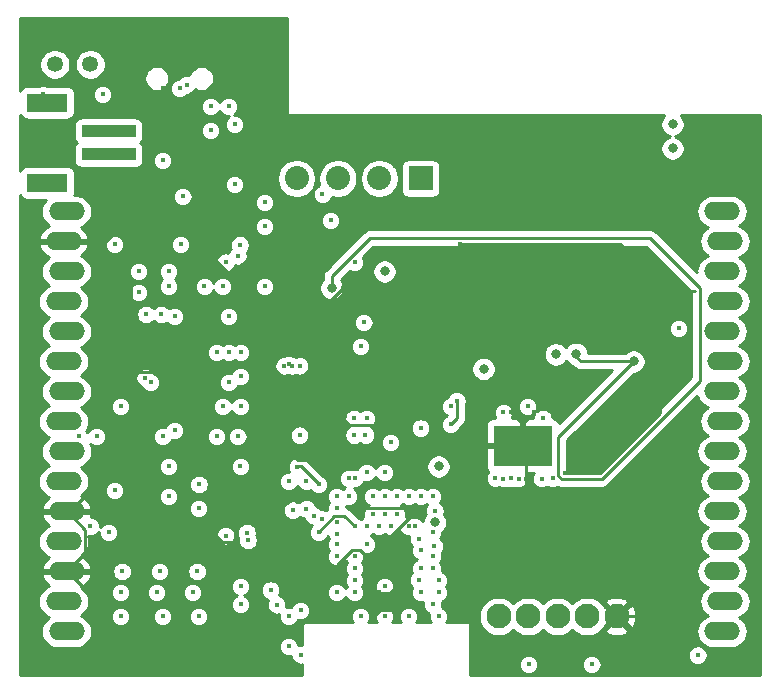
<source format=gbr>
%TF.GenerationSoftware,KiCad,Pcbnew,(5.1.6)-1*%
%TF.CreationDate,2020-08-29T17:57:31+05:30*%
%TF.ProjectId,TENET,54454e45-542e-46b6-9963-61645f706362,Minor Project*%
%TF.SameCoordinates,Original*%
%TF.FileFunction,Copper,L4,Bot*%
%TF.FilePolarity,Positive*%
%FSLAX46Y46*%
G04 Gerber Fmt 4.6, Leading zero omitted, Abs format (unit mm)*
G04 Created by KiCad (PCBNEW (5.1.6)-1) date 2020-08-29 17:57:31*
%MOMM*%
%LPD*%
G01*
G04 APERTURE LIST*
%TA.AperFunction,ComponentPad*%
%ADD10O,3.048000X1.524000*%
%TD*%
%TA.AperFunction,ComponentPad*%
%ADD11C,1.346200*%
%TD*%
%TA.AperFunction,ComponentPad*%
%ADD12C,0.380000*%
%TD*%
%TA.AperFunction,Conductor*%
%ADD13R,5.000000X3.400000*%
%TD*%
%TA.AperFunction,SMDPad,CuDef*%
%ADD14R,3.398520X1.597660*%
%TD*%
%TA.AperFunction,SMDPad,CuDef*%
%ADD15R,4.599940X0.998220*%
%TD*%
%TA.AperFunction,ComponentPad*%
%ADD16C,2.100000*%
%TD*%
%TA.AperFunction,ComponentPad*%
%ADD17C,2.032000*%
%TD*%
%TA.AperFunction,ComponentPad*%
%ADD18R,2.032000X2.032000*%
%TD*%
%TA.AperFunction,ViaPad*%
%ADD19C,0.400000*%
%TD*%
%TA.AperFunction,ViaPad*%
%ADD20C,0.800000*%
%TD*%
%TA.AperFunction,Conductor*%
%ADD21C,0.250000*%
%TD*%
%TA.AperFunction,Conductor*%
%ADD22C,0.254000*%
%TD*%
G04 APERTURE END LIST*
D10*
%TO.P,J4,15*%
%TO.N,RX*%
X181483000Y-77470000D03*
%TO.P,J4,14*%
%TO.N,TX*%
X181737000Y-80010000D03*
%TO.P,J4,13*%
%TO.N,RESETN*%
X181483000Y-82550000D03*
%TO.P,J4,12*%
%TO.N,VBUS*%
X181737000Y-85090000D03*
%TO.P,J4,11*%
%TO.N,A7*%
X181483000Y-87630000D03*
%TO.P,J4,10*%
%TO.N,A6*%
X181737000Y-90170000D03*
%TO.P,J4,9*%
%TO.N,A5*%
X181483000Y-92710000D03*
%TO.P,J4,8*%
%TO.N,A4*%
X181737000Y-95250000D03*
%TO.P,J4,7*%
%TO.N,A3\u005CSDA*%
X181483000Y-97790000D03*
%TO.P,J4,6*%
%TO.N,A2\u005CSCL*%
X181737000Y-100330000D03*
%TO.P,J4,5*%
%TO.N,A1*%
X181483000Y-102870000D03*
%TO.P,J4,4*%
%TO.N,A0*%
X181737000Y-105410000D03*
%TO.P,J4,3*%
%TO.N,Net-(J4-Pad3)*%
X181483000Y-107950000D03*
%TO.P,J4,2*%
%TO.N,VCC*%
X181737000Y-110490000D03*
%TO.P,J4,1*%
%TO.N,RESETN*%
X181483000Y-113030000D03*
%TD*%
D11*
%TO.P,U10,4*%
%TO.N,N/C*%
X124992000Y-65024400D03*
%TO.P,U10,5*%
X127992000Y-65024400D03*
%TD*%
D12*
%TO.P,U6,17*%
%TO.N,GND*%
X163092000Y-96538000D03*
X164592000Y-96538000D03*
X166092000Y-96538000D03*
X163092000Y-98038000D03*
X164592000Y-98038000D03*
X166092000Y-98038000D03*
D13*
%TD*%
%TO.N,GND*%
%TO.C,U6*%
X164592000Y-97288000D03*
D14*
%TO.P,J6,NC2*%
%TO.N,Net-(J6-PadNC2)*%
X124343160Y-75044300D03*
%TO.P,J6,NC1*%
%TO.N,Net-(J6-PadNC1)*%
X124343160Y-68247260D03*
D15*
%TO.P,J6,2*%
%TO.N,BAT+*%
X129540000Y-72644000D03*
%TO.P,J6,1*%
%TO.N,BAT-*%
X129540000Y-70647560D03*
%TD*%
D16*
%TO.P,J5,5*%
%TO.N,GND*%
X172560000Y-111760000D03*
%TO.P,J5,4*%
%TO.N,RESETN*%
X170060000Y-111760000D03*
%TO.P,J5,3*%
%TO.N,SWCLK*%
X167560000Y-111760000D03*
%TO.P,J5,2*%
%TO.N,SWDIO*%
X165060000Y-111760000D03*
%TO.P,J5,1*%
%TO.N,VCC*%
X162560000Y-111760000D03*
%TD*%
D10*
%TO.P,J3,15*%
%TO.N,MOSI*%
X125984000Y-113030000D03*
%TO.P,J3,14*%
%TO.N,MISO*%
X125730000Y-110490000D03*
%TO.P,J3,13*%
%TO.N,GND*%
X125984000Y-107950000D03*
%TO.P,J3,12*%
%TO.N,SCK*%
X125730000Y-105410000D03*
%TO.P,J3,11*%
%TO.N,GND*%
X125984000Y-102870000D03*
%TO.P,J3,10*%
%TO.N,D7*%
X125730000Y-100330000D03*
%TO.P,J3,9*%
%TO.N,D6*%
X125984000Y-97790000D03*
%TO.P,J3,8*%
%TO.N,D5*%
X125730000Y-95250000D03*
%TO.P,J3,7*%
%TO.N,D4*%
X125984000Y-92710000D03*
%TO.P,J3,6*%
%TO.N,D3*%
X125730000Y-90170000D03*
%TO.P,J3,5*%
%TO.N,D2*%
X125984000Y-87630000D03*
%TO.P,J3,4*%
%TO.N,D1*%
X125730000Y-85090000D03*
%TO.P,J3,3*%
%TO.N,D0*%
X125984000Y-82550000D03*
%TO.P,J3,2*%
%TO.N,GND*%
X125730000Y-80010000D03*
%TO.P,J3,1*%
%TO.N,VM*%
X125984000Y-77470000D03*
%TD*%
D17*
%TO.P,J2,4*%
%TO.N,Net-(J2-Pad4)*%
X145458180Y-74676000D03*
%TO.P,J2,3*%
%TO.N,Net-(J2-Pad3)*%
X148958300Y-74676000D03*
%TO.P,J2,2*%
%TO.N,Net-(J2-Pad2)*%
X152458420Y-74676000D03*
D18*
%TO.P,J2,1*%
%TO.N,Net-(J2-Pad1)*%
X155956000Y-74676000D03*
%TD*%
D19*
%TO.N,*%
X130048000Y-101092000D03*
X129540000Y-104648000D03*
X133096000Y-91948000D03*
X152908000Y-109220000D03*
X158496000Y-93980000D03*
%TO.N,GND*%
X153924000Y-109220000D03*
X151384000Y-108712000D03*
D20*
X165608000Y-97536000D03*
X165608000Y-97536000D03*
D19*
X148910000Y-107795000D03*
X152460000Y-107870000D03*
X152460000Y-106740000D03*
X153610000Y-106720000D03*
X153888704Y-108148704D03*
X154760000Y-109020000D03*
X153888704Y-109184704D03*
X152400000Y-109728000D03*
X154808704Y-107228704D03*
X154103547Y-105683561D03*
X152460000Y-105164000D03*
X142510000Y-101600000D03*
X140270000Y-105340000D03*
X138430000Y-104704998D03*
X136652000Y-104648000D03*
X125984000Y-102870000D03*
X125984000Y-107950000D03*
X127787400Y-101600000D03*
X135831092Y-99924456D03*
X133096000Y-99060000D03*
X133096000Y-99060000D03*
X132695554Y-93634446D03*
X134350000Y-93980000D03*
X133985000Y-91612000D03*
X131445000Y-91612000D03*
X125730000Y-80010000D03*
X136144000Y-73152000D03*
X138302000Y-73660000D03*
X140307554Y-71528446D03*
X134112000Y-67056000D03*
X142748000Y-72136000D03*
X143518000Y-67056000D03*
X143518000Y-64254000D03*
X140474700Y-78990000D03*
X137509815Y-80498985D03*
X140962000Y-83820000D03*
X141240000Y-86360000D03*
X149418000Y-83988000D03*
X149598000Y-86868000D03*
X152908000Y-84328000D03*
X159258000Y-83820000D03*
X159258000Y-80264000D03*
X176764000Y-84160000D03*
X176764000Y-84160000D03*
X176260000Y-87376000D03*
X168148000Y-99584000D03*
X164917000Y-100088000D03*
X167124000Y-106172000D03*
X164084000Y-106172000D03*
X172560000Y-111760000D03*
X175167000Y-111534000D03*
X152035000Y-111752000D03*
X154035000Y-111752000D03*
X129540000Y-115392030D03*
X140716000Y-114300000D03*
X142240000Y-99060000D03*
X144414000Y-96410000D03*
X146304000Y-98459997D03*
X149352000Y-94996000D03*
X153400000Y-95250000D03*
X153670000Y-93480000D03*
X150656066Y-102794999D03*
X152908000Y-86868000D03*
X165567000Y-94488000D03*
X163584000Y-94488564D03*
%TO.N,VBUS*%
X150368000Y-104140000D03*
D20*
X157480000Y-99060000D03*
X157480000Y-99060000D03*
D19*
X140208000Y-75184000D03*
X140208000Y-70104000D03*
X147320000Y-104648000D03*
X158496000Y-95504000D03*
X159021001Y-93489001D03*
%TO.N,Net-(C7-Pad2)*%
X134112000Y-73152000D03*
X135818880Y-76200000D03*
X139472541Y-81754603D03*
X137652000Y-83820000D03*
%TO.N,VDD_ENV*%
X154940000Y-101600000D03*
X147320000Y-100584000D03*
X145529300Y-99080701D03*
X140700000Y-99060000D03*
%TO.N,Net-(C10-Pad1)*%
X151384000Y-94996000D03*
X153416000Y-97028000D03*
X155950125Y-95813733D03*
%TO.N,Net-(C13-Pad2)*%
X134620000Y-99060000D03*
X137188048Y-100574304D03*
%TO.N,Net-(C15-Pad2)*%
X134620000Y-101600000D03*
%TO.N,Net-(C16-Pad2)*%
X163576000Y-100076000D03*
X163576000Y-100076000D03*
%TO.N,VM*%
X164267000Y-100088000D03*
%TO.N,BAT-*%
X130556000Y-70612000D03*
X140716000Y-93980000D03*
X140716000Y-91440000D03*
X145064000Y-90534000D03*
X144414000Y-90534000D03*
X144780000Y-90424000D03*
%TO.N,Net-(C20-Pad1)*%
X139700000Y-91948000D03*
X139192000Y-93980000D03*
X138684000Y-96520000D03*
D20*
%TO.N,Net-(C21-Pad2)*%
X167411400Y-89560400D03*
X161290000Y-90805000D03*
D19*
X148336000Y-78232000D03*
X129032000Y-67564000D03*
X147642299Y-76014299D03*
X150368000Y-81788000D03*
D20*
X152908000Y-82548000D03*
X161290000Y-90805000D03*
X167411400Y-89560400D03*
D19*
%TO.N,RESETN*%
X177800000Y-87376000D03*
X157480000Y-108712000D03*
X170442000Y-115824000D03*
X179417000Y-115034000D03*
%TO.N,D-*%
X139700000Y-68580000D03*
X149860000Y-100076000D03*
X138176000Y-68580000D03*
X148844000Y-101600000D03*
X151384000Y-99568000D03*
X136156700Y-66730880D03*
%TO.N,D+*%
X150368000Y-100076000D03*
X138176000Y-70612000D03*
X149860000Y-101600000D03*
X152908000Y-99568000D03*
X135557308Y-67056000D03*
%TO.N,Net-(D3-PadC)*%
X135636000Y-80264000D03*
X134620000Y-82550000D03*
%TO.N,Net-(D4-PadC)*%
X130048000Y-80264000D03*
X132080000Y-82550000D03*
D20*
%TO.N,Net-(D5-PadA)*%
X173990000Y-90170000D03*
X148430347Y-83950347D03*
X169125000Y-89535000D03*
D19*
%TO.N,Net-(D6-PadA)*%
X140716000Y-110744000D03*
%TO.N,Net-(D8-PadC)*%
X134112000Y-111760000D03*
X133604000Y-109728000D03*
%TO.N,Net-(D9-PadC)*%
X130556000Y-111760000D03*
X130556000Y-109728000D03*
%TO.N,Net-(D10-PadC)*%
X136652000Y-109728000D03*
X137160000Y-111760000D03*
X136652000Y-109728000D03*
%TO.N,Net-(IC1-Pad3)*%
X138684000Y-89408000D03*
X145714000Y-96410000D03*
%TO.N,Net-(IC1-Pad2)*%
X139700000Y-89408000D03*
X139700000Y-86360000D03*
%TO.N,Net-(IC1-Pad1)*%
X140716000Y-89408000D03*
X145714000Y-90534000D03*
%TO.N,Net-(IC2-Pad7)*%
X132080000Y-84328000D03*
X132715000Y-86188000D03*
%TO.N,Net-(IC2-Pad6)*%
X134620000Y-83820000D03*
X133985000Y-86188000D03*
%TO.N,BAT+*%
X124002800Y-67564000D03*
X130556000Y-72644000D03*
X135128000Y-86360000D03*
X140470000Y-96520000D03*
%TO.N,Net-(IC2-Pad2)*%
X130556000Y-93980000D03*
X132645993Y-91551143D03*
%TO.N,INT_APDS*%
X151892000Y-101600000D03*
X150322000Y-96396000D03*
%TO.N,Net-(IC3-Pad51)*%
X152908000Y-101600000D03*
%TO.N,Net-(IC3-Pad50)*%
X153924000Y-101600000D03*
%TO.N,D7*%
X155956000Y-101600000D03*
X147641652Y-103513810D03*
%TO.N,D6*%
X127000000Y-96520000D03*
X128524000Y-96520000D03*
X134112000Y-96520000D03*
X135128000Y-96012000D03*
X156972000Y-101600000D03*
X127000000Y-97536000D03*
%TO.N,Net-(IC3-Pad46)*%
X151384000Y-104140000D03*
%TO.N,Net-(IC3-Pad45)*%
X152400000Y-104140000D03*
%TO.N,D5*%
X127000000Y-95504000D03*
X153416000Y-104140000D03*
%TO.N,LB*%
X145796000Y-111252000D03*
X144780000Y-111760000D03*
X151384000Y-105664000D03*
X154940000Y-104140000D03*
X137033000Y-107942000D03*
%TO.N,BIN2*%
X155448000Y-104140000D03*
X162967000Y-100088000D03*
%TO.N,BIN1*%
X155788232Y-105195000D03*
X162288446Y-100059446D03*
%TO.N,AIN2*%
X155956000Y-106172000D03*
X166217000Y-100088000D03*
%TO.N,AIN1*%
X155956000Y-107696000D03*
X167132000Y-100076000D03*
D20*
%TO.N,RX*%
X177292000Y-72136000D03*
X177292000Y-72136000D03*
D19*
X155785000Y-108645000D03*
%TO.N,TX*%
X155956000Y-109728000D03*
D20*
X177292000Y-70104000D03*
D19*
%TO.N,D4*%
X150368000Y-109728000D03*
%TO.N,MOSI*%
X150368000Y-108712000D03*
X150368000Y-108712000D03*
%TO.N,MISO*%
X150368000Y-107696000D03*
%TO.N,Net-(IC3-Pad33)*%
X150368000Y-106680000D03*
X140716000Y-109212000D03*
%TO.N,D3*%
X151892000Y-103124000D03*
X146916284Y-103239990D03*
%TO.N,D2*%
X152908000Y-103124000D03*
%TO.N,A7*%
X153924000Y-103124000D03*
%TO.N,A6*%
X157160000Y-102795000D03*
D20*
%TO.N,A5*%
X157160000Y-103795000D03*
D19*
%TO.N,A4*%
X156972000Y-104648000D03*
%TO.N,D1*%
X157131500Y-105823500D03*
%TO.N,D0*%
X156972000Y-106680000D03*
X145796000Y-114992020D03*
%TO.N,A3\u005CSDA*%
X156972000Y-107696000D03*
%TO.N,A2\u005CSCL*%
X157480000Y-109728000D03*
%TO.N,A1*%
X156972000Y-110744000D03*
%TO.N,A0*%
X157480000Y-111760000D03*
%TO.N,SWDIO*%
X154940000Y-111760000D03*
%TO.N,Net-(IC3-Pad13)*%
X152908000Y-111760000D03*
%TO.N,SWCLK*%
X150876000Y-111760000D03*
X165100000Y-115824000D03*
%TO.N,R_PULLUP*%
X148844000Y-109728000D03*
X143764000Y-110760000D03*
%TO.N,LR*%
X148844000Y-106680000D03*
X133858000Y-107942000D03*
%TO.N,LG*%
X148844000Y-105664000D03*
X130683000Y-107942000D03*
%TO.N,SCL*%
X144780000Y-114300000D03*
X148910000Y-104795000D03*
X144780000Y-100330000D03*
X137160000Y-102616000D03*
X145137297Y-102766703D03*
X141342319Y-105303672D03*
X139441548Y-104923685D03*
X150322000Y-94996000D03*
%TO.N,SDA*%
X148910000Y-103795000D03*
X146278600Y-100330000D03*
X146278600Y-102641400D03*
X141251938Y-104665056D03*
X143256584Y-109528308D03*
X151292000Y-96396000D03*
%TO.N,SCK*%
X148844000Y-102616000D03*
X128000000Y-104140000D03*
%TO.N,Net-(J2-Pad3)*%
X162967000Y-94488000D03*
%TO.N,Net-(J2-Pad2)*%
X165016998Y-93980000D03*
%TO.N,Net-(J2-Pad1)*%
X166316998Y-94996000D03*
%TO.N,Net-(R2-Pad2)*%
X142748000Y-78740000D03*
X140665200Y-80290000D03*
X142748000Y-76708000D03*
%TO.N,Net-(R4-Pad2)*%
X142748000Y-83820000D03*
X140471495Y-81214692D03*
%TO.N,Net-(R5-Pad1)*%
X139192000Y-83820000D03*
%TO.N,Net-(R14-Pad2)*%
X150876000Y-88900000D03*
X151138000Y-86868000D03*
%TD*%
D21*
%TO.N,GND*%
X151384000Y-108712000D02*
X151874999Y-108712000D01*
X151874999Y-108712000D02*
X152460000Y-108126999D01*
X152460000Y-108126999D02*
X152460000Y-107870000D01*
X152460000Y-107248000D02*
X153082000Y-107248000D01*
X152460000Y-107248000D02*
X152460000Y-106740000D01*
X152460000Y-107870000D02*
X152460000Y-107248000D01*
X153279000Y-107539000D02*
X153888704Y-108148704D01*
X153279000Y-107051000D02*
X153279000Y-107539000D01*
X153279000Y-107051000D02*
X153610000Y-106720000D01*
X153082000Y-107248000D02*
X153279000Y-107051000D01*
X153924000Y-109220000D02*
X154560000Y-109220000D01*
X154560000Y-109220000D02*
X154760000Y-109020000D01*
X153924000Y-109220000D02*
X153888704Y-109184704D01*
X153888704Y-108148704D02*
X153888704Y-109184704D01*
X152417001Y-109745001D02*
X152400000Y-109728000D01*
X153924000Y-109220000D02*
X153398999Y-109745001D01*
X153398999Y-109745001D02*
X152417001Y-109745001D01*
X153610000Y-106720000D02*
X154300000Y-106720000D01*
X154300000Y-106720000D02*
X154808704Y-107228704D01*
X154808704Y-107228704D02*
X154808704Y-106811296D01*
X154808704Y-106811296D02*
X154103547Y-106106139D01*
X154103547Y-106106139D02*
X154103547Y-105683561D01*
X152460000Y-106740000D02*
X151444000Y-106740000D01*
X150115999Y-106154999D02*
X148844000Y-107426998D01*
X151444000Y-106740000D02*
X150858999Y-106154999D01*
X150858999Y-106154999D02*
X150115999Y-106154999D01*
X148844000Y-107729000D02*
X148910000Y-107795000D01*
X148844000Y-107426998D02*
X148844000Y-107729000D01*
X152460000Y-106740000D02*
X152460000Y-105164000D01*
X148095000Y-107795000D02*
X144960000Y-104660000D01*
X148910000Y-107795000D02*
X148095000Y-107795000D01*
X144960000Y-104660000D02*
X144960000Y-104050000D01*
X144960000Y-104050000D02*
X142510000Y-101600000D01*
X142510000Y-101600000D02*
X142510000Y-101838000D01*
X142510000Y-101838000D02*
X140270000Y-104078000D01*
X140270000Y-104078000D02*
X140270000Y-105340000D01*
X139173688Y-105448686D02*
X138430000Y-104704998D01*
X140270000Y-105340000D02*
X140161314Y-105448686D01*
X140161314Y-105448686D02*
X139173688Y-105448686D01*
X138430000Y-104704998D02*
X136708998Y-104704998D01*
X136708998Y-104704998D02*
X136652000Y-104648000D01*
X134128000Y-104648000D02*
X133350000Y-103870000D01*
X136652000Y-104648000D02*
X134128000Y-104648000D01*
X133350000Y-103870000D02*
X133350000Y-101854000D01*
X133350000Y-101854000D02*
X133096000Y-101600000D01*
X133096000Y-101600000D02*
X131826000Y-102870000D01*
X131826000Y-102870000D02*
X125984000Y-102870000D01*
X127579010Y-104465010D02*
X127579010Y-106354990D01*
X127579010Y-106354990D02*
X125984000Y-107950000D01*
X125984000Y-102870000D02*
X127579010Y-104465010D01*
X125984000Y-102870000D02*
X126238000Y-102870000D01*
X126238000Y-102870000D02*
X127508000Y-101600000D01*
X127770399Y-101617001D02*
X127787400Y-101600000D01*
X127525001Y-101617001D02*
X127770399Y-101617001D01*
X127508000Y-101600000D02*
X127525001Y-101617001D01*
X133096000Y-101600000D02*
X133096000Y-99060000D01*
X133096000Y-99060000D02*
X133960456Y-99924456D01*
X133960456Y-99924456D02*
X135831092Y-99924456D01*
X133096000Y-99060000D02*
X133096000Y-99060000D01*
X133096000Y-99060000D02*
X133096000Y-99060000D01*
X133096000Y-99060000D02*
X133096000Y-94034892D01*
X133096000Y-94034892D02*
X132695554Y-93634446D01*
X132695554Y-93634446D02*
X134004446Y-93634446D01*
X134004446Y-93634446D02*
X134350000Y-93980000D01*
X134350000Y-93980000D02*
X134350000Y-92186000D01*
X134350000Y-92186000D02*
X133985000Y-91821000D01*
X133985000Y-91821000D02*
X133985000Y-91612000D01*
X132030858Y-91026142D02*
X131445000Y-91612000D01*
X133399142Y-91026142D02*
X132030858Y-91026142D01*
X133985000Y-91612000D02*
X133399142Y-91026142D01*
X132030858Y-91026142D02*
X131428716Y-90424000D01*
X127504000Y-80010000D02*
X125730000Y-80010000D01*
X131428716Y-83934716D02*
X127504000Y-80010000D01*
X131428716Y-90424000D02*
X131428716Y-83934716D01*
X125730000Y-80010000D02*
X129286000Y-80010000D01*
X129286000Y-80010000D02*
X136144000Y-73152000D01*
X136144000Y-73152000D02*
X137794000Y-73152000D01*
X137794000Y-73152000D02*
X138302000Y-73660000D01*
X138302000Y-73660000D02*
X138302000Y-73534000D01*
X138302000Y-73534000D02*
X140307554Y-71528446D01*
X136144000Y-73152000D02*
X136144000Y-69088000D01*
X136144000Y-69088000D02*
X134112000Y-67056000D01*
X140307554Y-71528446D02*
X142140446Y-71528446D01*
X142140446Y-71528446D02*
X142748000Y-72136000D01*
X142748000Y-72136000D02*
X142748000Y-75168000D01*
X142748000Y-75168000D02*
X142748000Y-75184000D01*
X142140446Y-71528446D02*
X142140446Y-68171554D01*
X142140446Y-68171554D02*
X143256000Y-67056000D01*
X143256000Y-67056000D02*
X143518000Y-67056000D01*
X143518000Y-67056000D02*
X143518000Y-64254000D01*
X142748000Y-75168000D02*
X140474700Y-77441300D01*
X140474700Y-77441300D02*
X140474700Y-78990000D01*
X140474700Y-78990000D02*
X138942000Y-78990000D01*
X137509815Y-80422185D02*
X137509815Y-80498985D01*
X137668000Y-80264000D02*
X138176000Y-80264000D01*
X137668000Y-80264000D02*
X137509815Y-80422185D01*
X138942000Y-78990000D02*
X137668000Y-80264000D01*
X140760936Y-83820000D02*
X140962000Y-83820000D01*
X138176000Y-81235064D02*
X140760936Y-83820000D01*
X138176000Y-80264000D02*
X138176000Y-81235064D01*
X140962000Y-83820000D02*
X140962000Y-86082000D01*
X140962000Y-86082000D02*
X141240000Y-86360000D01*
X141240000Y-86360000D02*
X147046000Y-86360000D01*
X147046000Y-86360000D02*
X149418000Y-83988000D01*
X149418000Y-83988000D02*
X149418000Y-86426000D01*
X149418000Y-86426000D02*
X149598000Y-86606000D01*
X149598000Y-86606000D02*
X149598000Y-86868000D01*
X149418000Y-83988000D02*
X152568000Y-83988000D01*
X152568000Y-83988000D02*
X152908000Y-84328000D01*
X152908000Y-84328000D02*
X158750000Y-84328000D01*
X158750000Y-84328000D02*
X159258000Y-83820000D01*
X159258000Y-83820000D02*
X159258000Y-80264000D01*
X159258000Y-80264000D02*
X172868000Y-80264000D01*
X172868000Y-80264000D02*
X176764000Y-84160000D01*
X179156000Y-84160000D02*
X176764000Y-84160000D01*
X176764000Y-84160000D02*
X176764000Y-86888000D01*
X176764000Y-86888000D02*
X176276000Y-87376000D01*
X176276000Y-87376000D02*
X176260000Y-87376000D01*
X176260000Y-87376000D02*
X176260000Y-94504000D01*
X176260000Y-94504000D02*
X171180000Y-99584000D01*
X171180000Y-99584000D02*
X168148000Y-99584000D01*
X164592000Y-97288000D02*
X164917000Y-97613000D01*
X164917000Y-97613000D02*
X164917000Y-100088000D01*
X164917000Y-100088000D02*
X164917000Y-101925000D01*
X164917000Y-101925000D02*
X167132000Y-104140000D01*
X167132000Y-104140000D02*
X167132000Y-106164000D01*
X167132000Y-106164000D02*
X167124000Y-106172000D01*
X167124000Y-106172000D02*
X164084000Y-106172000D01*
X167124000Y-106172000D02*
X172560000Y-111608000D01*
X172560000Y-111608000D02*
X172560000Y-111760000D01*
X172560000Y-111760000D02*
X174941000Y-111760000D01*
X174941000Y-111760000D02*
X175167000Y-111534000D01*
X152400000Y-109728000D02*
X152400000Y-111387000D01*
X152400000Y-111387000D02*
X152035000Y-111752000D01*
X153517999Y-111234999D02*
X154035000Y-111752000D01*
X152035000Y-111752000D02*
X152552001Y-111234999D01*
X152552001Y-111234999D02*
X153517999Y-111234999D01*
X125984000Y-107950000D02*
X129540000Y-111506000D01*
X129540000Y-111506000D02*
X129540000Y-115392030D01*
X129540000Y-115392030D02*
X139623970Y-115392030D01*
X139623970Y-115392030D02*
X140716000Y-114300000D01*
X142510000Y-101600000D02*
X142510000Y-99330000D01*
X142510000Y-99330000D02*
X142240000Y-99060000D01*
X142240000Y-99060000D02*
X142240000Y-98584000D01*
X142240000Y-98584000D02*
X144414000Y-96410000D01*
X144414000Y-97397500D02*
X145551499Y-98534999D01*
X144414000Y-96410000D02*
X144414000Y-97397500D01*
X145551499Y-98534999D02*
X146228998Y-98534999D01*
X146228998Y-98534999D02*
X146304000Y-98459997D01*
X144414000Y-96410000D02*
X144414000Y-94346000D01*
X144414000Y-94346000D02*
X145288000Y-93472000D01*
X145288000Y-93472000D02*
X147828000Y-93472000D01*
X147828000Y-93472000D02*
X149352000Y-94996000D01*
X149877001Y-95521001D02*
X153128999Y-95521001D01*
X153128999Y-95521001D02*
X153400000Y-95250000D01*
X149352000Y-94996000D02*
X149877001Y-95521001D01*
X153400000Y-95250000D02*
X153400000Y-93750000D01*
X153400000Y-93750000D02*
X153670000Y-93480000D01*
X155035000Y-103298002D02*
X155035000Y-102870000D01*
X153169002Y-105164000D02*
X155035000Y-103298002D01*
X152460000Y-105164000D02*
X153169002Y-105164000D01*
X150852066Y-102598999D02*
X150656066Y-102794999D01*
X155035000Y-102870000D02*
X154763999Y-102598999D01*
X154763999Y-102598999D02*
X150852066Y-102598999D01*
X152908000Y-84328000D02*
X152908000Y-86868000D01*
X163576000Y-96272000D02*
X164592000Y-97288000D01*
X163092000Y-96538000D02*
X163576000Y-96054000D01*
X163576000Y-96054000D02*
X163576000Y-96272000D01*
X164592000Y-97288000D02*
X164592000Y-95463000D01*
X164592000Y-95463000D02*
X165567000Y-94488000D01*
X164592000Y-95463000D02*
X164558436Y-95463000D01*
X164558436Y-95463000D02*
X163584000Y-94488564D01*
%TO.N,VBUS*%
X149497999Y-103269999D02*
X150368000Y-104140000D01*
X148657999Y-103269999D02*
X149497999Y-103269999D01*
X147320000Y-104607998D02*
X148657999Y-103269999D01*
X147320000Y-104648000D02*
X147320000Y-104607998D01*
X159021001Y-94978999D02*
X159021001Y-93489001D01*
X158496000Y-95504000D02*
X159021001Y-94978999D01*
X159021001Y-93489001D02*
X159021001Y-93489001D01*
%TO.N,VDD_ENV*%
X147320000Y-100584000D02*
X145796000Y-99060000D01*
X145796000Y-99060000D02*
X145550001Y-99060000D01*
X145550001Y-99060000D02*
X145529300Y-99080701D01*
%TO.N,Net-(D5-PadA)*%
X151639999Y-79738999D02*
X148430347Y-82948651D01*
X175371409Y-79738999D02*
X151639999Y-79738999D01*
X179606010Y-91794400D02*
X179606010Y-83973600D01*
X167895999Y-100109001D02*
X171291409Y-100109001D01*
X148430347Y-82948651D02*
X148430347Y-83950347D01*
X179606010Y-83973600D02*
X175371409Y-79738999D01*
X173990000Y-90170000D02*
X167622999Y-96537001D01*
X167622999Y-99836001D02*
X167895999Y-100109001D01*
X167622999Y-96537001D02*
X167622999Y-99836001D01*
X171291409Y-100109001D02*
X179606010Y-91794400D01*
X173990000Y-90170000D02*
X169545000Y-90170000D01*
X169545000Y-90170000D02*
X169125000Y-89750000D01*
X169125000Y-89750000D02*
X169125000Y-89535000D01*
%TD*%
D22*
%TO.N,GND*%
G36*
X144653000Y-69215000D02*
G01*
X144655440Y-69239776D01*
X144662667Y-69263601D01*
X144674403Y-69285557D01*
X144690197Y-69304803D01*
X144709443Y-69320597D01*
X144731399Y-69332333D01*
X144755224Y-69339560D01*
X144780000Y-69342000D01*
X176590289Y-69342000D01*
X176488063Y-69444226D01*
X176374795Y-69613744D01*
X176296774Y-69802102D01*
X176257000Y-70002061D01*
X176257000Y-70205939D01*
X176296774Y-70405898D01*
X176374795Y-70594256D01*
X176488063Y-70763774D01*
X176632226Y-70907937D01*
X176801744Y-71021205D01*
X176990102Y-71099226D01*
X177094541Y-71120000D01*
X176990102Y-71140774D01*
X176801744Y-71218795D01*
X176632226Y-71332063D01*
X176488063Y-71476226D01*
X176374795Y-71645744D01*
X176296774Y-71834102D01*
X176257000Y-72034061D01*
X176257000Y-72237939D01*
X176296774Y-72437898D01*
X176374795Y-72626256D01*
X176488063Y-72795774D01*
X176632226Y-72939937D01*
X176801744Y-73053205D01*
X176990102Y-73131226D01*
X177190061Y-73171000D01*
X177393939Y-73171000D01*
X177593898Y-73131226D01*
X177782256Y-73053205D01*
X177951774Y-72939937D01*
X178095937Y-72795774D01*
X178209205Y-72626256D01*
X178287226Y-72437898D01*
X178327000Y-72237939D01*
X178327000Y-72034061D01*
X178287226Y-71834102D01*
X178209205Y-71645744D01*
X178095937Y-71476226D01*
X177951774Y-71332063D01*
X177782256Y-71218795D01*
X177593898Y-71140774D01*
X177489459Y-71120000D01*
X177593898Y-71099226D01*
X177782256Y-71021205D01*
X177951774Y-70907937D01*
X178095937Y-70763774D01*
X178209205Y-70594256D01*
X178287226Y-70405898D01*
X178327000Y-70205939D01*
X178327000Y-70002061D01*
X178287226Y-69802102D01*
X178209205Y-69613744D01*
X178095937Y-69444226D01*
X177993711Y-69342000D01*
X184658000Y-69342000D01*
X184658000Y-116713000D01*
X160147000Y-116713000D01*
X160147000Y-115741760D01*
X164265000Y-115741760D01*
X164265000Y-115906240D01*
X164297089Y-116067560D01*
X164360033Y-116219521D01*
X164451413Y-116356281D01*
X164567719Y-116472587D01*
X164704479Y-116563967D01*
X164856440Y-116626911D01*
X165017760Y-116659000D01*
X165182240Y-116659000D01*
X165343560Y-116626911D01*
X165495521Y-116563967D01*
X165632281Y-116472587D01*
X165748587Y-116356281D01*
X165839967Y-116219521D01*
X165902911Y-116067560D01*
X165935000Y-115906240D01*
X165935000Y-115741760D01*
X169607000Y-115741760D01*
X169607000Y-115906240D01*
X169639089Y-116067560D01*
X169702033Y-116219521D01*
X169793413Y-116356281D01*
X169909719Y-116472587D01*
X170046479Y-116563967D01*
X170198440Y-116626911D01*
X170359760Y-116659000D01*
X170524240Y-116659000D01*
X170685560Y-116626911D01*
X170837521Y-116563967D01*
X170974281Y-116472587D01*
X171090587Y-116356281D01*
X171181967Y-116219521D01*
X171244911Y-116067560D01*
X171277000Y-115906240D01*
X171277000Y-115741760D01*
X171244911Y-115580440D01*
X171181967Y-115428479D01*
X171090587Y-115291719D01*
X170974281Y-115175413D01*
X170837521Y-115084033D01*
X170685560Y-115021089D01*
X170524240Y-114989000D01*
X170359760Y-114989000D01*
X170198440Y-115021089D01*
X170046479Y-115084033D01*
X169909719Y-115175413D01*
X169793413Y-115291719D01*
X169702033Y-115428479D01*
X169639089Y-115580440D01*
X169607000Y-115741760D01*
X165935000Y-115741760D01*
X165902911Y-115580440D01*
X165839967Y-115428479D01*
X165748587Y-115291719D01*
X165632281Y-115175413D01*
X165495521Y-115084033D01*
X165343560Y-115021089D01*
X165182240Y-114989000D01*
X165017760Y-114989000D01*
X164856440Y-115021089D01*
X164704479Y-115084033D01*
X164567719Y-115175413D01*
X164451413Y-115291719D01*
X164360033Y-115428479D01*
X164297089Y-115580440D01*
X164265000Y-115741760D01*
X160147000Y-115741760D01*
X160147000Y-114951760D01*
X178582000Y-114951760D01*
X178582000Y-115116240D01*
X178614089Y-115277560D01*
X178677033Y-115429521D01*
X178768413Y-115566281D01*
X178884719Y-115682587D01*
X179021479Y-115773967D01*
X179173440Y-115836911D01*
X179334760Y-115869000D01*
X179499240Y-115869000D01*
X179660560Y-115836911D01*
X179812521Y-115773967D01*
X179949281Y-115682587D01*
X180065587Y-115566281D01*
X180156967Y-115429521D01*
X180219911Y-115277560D01*
X180252000Y-115116240D01*
X180252000Y-114951760D01*
X180219911Y-114790440D01*
X180156967Y-114638479D01*
X180065587Y-114501719D01*
X179949281Y-114385413D01*
X179812521Y-114294033D01*
X179660560Y-114231089D01*
X179499240Y-114199000D01*
X179334760Y-114199000D01*
X179173440Y-114231089D01*
X179021479Y-114294033D01*
X178884719Y-114385413D01*
X178768413Y-114501719D01*
X178677033Y-114638479D01*
X178614089Y-114790440D01*
X178582000Y-114951760D01*
X160147000Y-114951760D01*
X160147000Y-112395000D01*
X160144560Y-112370224D01*
X160137333Y-112346399D01*
X160125597Y-112324443D01*
X160109803Y-112305197D01*
X160090557Y-112289403D01*
X160068601Y-112277667D01*
X160044776Y-112270440D01*
X160020000Y-112268000D01*
X158144811Y-112268000D01*
X158219967Y-112155521D01*
X158282911Y-112003560D01*
X158315000Y-111842240D01*
X158315000Y-111677760D01*
X158298348Y-111594042D01*
X160875000Y-111594042D01*
X160875000Y-111925958D01*
X160939754Y-112251496D01*
X161066772Y-112558147D01*
X161251175Y-112834125D01*
X161485875Y-113068825D01*
X161761853Y-113253228D01*
X162068504Y-113380246D01*
X162394042Y-113445000D01*
X162725958Y-113445000D01*
X163051496Y-113380246D01*
X163358147Y-113253228D01*
X163634125Y-113068825D01*
X163810000Y-112892950D01*
X163985875Y-113068825D01*
X164261853Y-113253228D01*
X164568504Y-113380246D01*
X164894042Y-113445000D01*
X165225958Y-113445000D01*
X165551496Y-113380246D01*
X165858147Y-113253228D01*
X166134125Y-113068825D01*
X166310000Y-112892950D01*
X166485875Y-113068825D01*
X166761853Y-113253228D01*
X167068504Y-113380246D01*
X167394042Y-113445000D01*
X167725958Y-113445000D01*
X168051496Y-113380246D01*
X168358147Y-113253228D01*
X168634125Y-113068825D01*
X168810000Y-112892950D01*
X168985875Y-113068825D01*
X169261853Y-113253228D01*
X169568504Y-113380246D01*
X169894042Y-113445000D01*
X170225958Y-113445000D01*
X170551496Y-113380246D01*
X170858147Y-113253228D01*
X171134125Y-113068825D01*
X171271884Y-112931066D01*
X171568539Y-112931066D01*
X171670339Y-113200579D01*
X171968477Y-113346463D01*
X172289346Y-113431380D01*
X172620617Y-113452066D01*
X172949557Y-113407728D01*
X173263527Y-113300069D01*
X173449661Y-113200579D01*
X173551461Y-112931066D01*
X172560000Y-111939605D01*
X171568539Y-112931066D01*
X171271884Y-112931066D01*
X171368825Y-112834125D01*
X171494791Y-112645604D01*
X172380395Y-111760000D01*
X172739605Y-111760000D01*
X173731066Y-112751461D01*
X174000579Y-112649661D01*
X174146463Y-112351523D01*
X174231380Y-112030654D01*
X174252066Y-111699383D01*
X174207728Y-111370443D01*
X174100069Y-111056473D01*
X174000579Y-110870339D01*
X173731066Y-110768539D01*
X172739605Y-111760000D01*
X172380395Y-111760000D01*
X171494791Y-110874396D01*
X171368825Y-110685875D01*
X171271884Y-110588934D01*
X171568539Y-110588934D01*
X172560000Y-111580395D01*
X173551461Y-110588934D01*
X173449661Y-110319421D01*
X173151523Y-110173537D01*
X172830654Y-110088620D01*
X172499383Y-110067934D01*
X172170443Y-110112272D01*
X171856473Y-110219931D01*
X171670339Y-110319421D01*
X171568539Y-110588934D01*
X171271884Y-110588934D01*
X171134125Y-110451175D01*
X170858147Y-110266772D01*
X170551496Y-110139754D01*
X170225958Y-110075000D01*
X169894042Y-110075000D01*
X169568504Y-110139754D01*
X169261853Y-110266772D01*
X168985875Y-110451175D01*
X168810000Y-110627050D01*
X168634125Y-110451175D01*
X168358147Y-110266772D01*
X168051496Y-110139754D01*
X167725958Y-110075000D01*
X167394042Y-110075000D01*
X167068504Y-110139754D01*
X166761853Y-110266772D01*
X166485875Y-110451175D01*
X166310000Y-110627050D01*
X166134125Y-110451175D01*
X165858147Y-110266772D01*
X165551496Y-110139754D01*
X165225958Y-110075000D01*
X164894042Y-110075000D01*
X164568504Y-110139754D01*
X164261853Y-110266772D01*
X163985875Y-110451175D01*
X163810000Y-110627050D01*
X163634125Y-110451175D01*
X163358147Y-110266772D01*
X163051496Y-110139754D01*
X162725958Y-110075000D01*
X162394042Y-110075000D01*
X162068504Y-110139754D01*
X161761853Y-110266772D01*
X161485875Y-110451175D01*
X161251175Y-110685875D01*
X161066772Y-110961853D01*
X160939754Y-111268504D01*
X160875000Y-111594042D01*
X158298348Y-111594042D01*
X158282911Y-111516440D01*
X158219967Y-111364479D01*
X158128587Y-111227719D01*
X158012281Y-111111413D01*
X157875521Y-111020033D01*
X157776602Y-110979060D01*
X157807000Y-110826240D01*
X157807000Y-110661760D01*
X157776602Y-110508940D01*
X157875521Y-110467967D01*
X158012281Y-110376587D01*
X158128587Y-110260281D01*
X158219967Y-110123521D01*
X158282911Y-109971560D01*
X158315000Y-109810240D01*
X158315000Y-109645760D01*
X158282911Y-109484440D01*
X158219967Y-109332479D01*
X158144811Y-109220000D01*
X158219967Y-109107521D01*
X158282911Y-108955560D01*
X158315000Y-108794240D01*
X158315000Y-108629760D01*
X158282911Y-108468440D01*
X158219967Y-108316479D01*
X158128587Y-108179719D01*
X158012281Y-108063413D01*
X157875521Y-107972033D01*
X157776602Y-107931060D01*
X157807000Y-107778240D01*
X157807000Y-107613760D01*
X157774911Y-107452440D01*
X157711967Y-107300479D01*
X157636811Y-107188000D01*
X157711967Y-107075521D01*
X157774911Y-106923560D01*
X157807000Y-106762240D01*
X157807000Y-106597760D01*
X157774911Y-106436440D01*
X157752803Y-106383065D01*
X157780087Y-106355781D01*
X157871467Y-106219021D01*
X157934411Y-106067060D01*
X157966500Y-105905740D01*
X157966500Y-105741260D01*
X157934411Y-105579940D01*
X157871467Y-105427979D01*
X157780087Y-105291219D01*
X157663781Y-105174913D01*
X157636399Y-105156617D01*
X157711967Y-105043521D01*
X157774911Y-104891560D01*
X157807000Y-104730240D01*
X157807000Y-104607472D01*
X157819774Y-104598937D01*
X157963937Y-104454774D01*
X158077205Y-104285256D01*
X158155226Y-104096898D01*
X158195000Y-103896939D01*
X158195000Y-103693061D01*
X158155226Y-103493102D01*
X158077205Y-103304744D01*
X157963937Y-103135226D01*
X157934899Y-103106188D01*
X157962911Y-103038560D01*
X157995000Y-102877240D01*
X157995000Y-102712760D01*
X157962911Y-102551440D01*
X157899967Y-102399479D01*
X157808587Y-102262719D01*
X157692281Y-102146413D01*
X157636188Y-102108933D01*
X157711967Y-101995521D01*
X157774911Y-101843560D01*
X157807000Y-101682240D01*
X157807000Y-101517760D01*
X157774911Y-101356440D01*
X157711967Y-101204479D01*
X157620587Y-101067719D01*
X157504281Y-100951413D01*
X157367521Y-100860033D01*
X157215560Y-100797089D01*
X157054240Y-100765000D01*
X156889760Y-100765000D01*
X156728440Y-100797089D01*
X156576479Y-100860033D01*
X156464000Y-100935189D01*
X156351521Y-100860033D01*
X156199560Y-100797089D01*
X156038240Y-100765000D01*
X155873760Y-100765000D01*
X155712440Y-100797089D01*
X155560479Y-100860033D01*
X155448000Y-100935189D01*
X155335521Y-100860033D01*
X155183560Y-100797089D01*
X155022240Y-100765000D01*
X154857760Y-100765000D01*
X154696440Y-100797089D01*
X154544479Y-100860033D01*
X154432000Y-100935189D01*
X154319521Y-100860033D01*
X154167560Y-100797089D01*
X154006240Y-100765000D01*
X153841760Y-100765000D01*
X153680440Y-100797089D01*
X153528479Y-100860033D01*
X153416000Y-100935189D01*
X153303521Y-100860033D01*
X153151560Y-100797089D01*
X152990240Y-100765000D01*
X152825760Y-100765000D01*
X152664440Y-100797089D01*
X152512479Y-100860033D01*
X152400000Y-100935189D01*
X152287521Y-100860033D01*
X152135560Y-100797089D01*
X151974240Y-100765000D01*
X151809760Y-100765000D01*
X151648440Y-100797089D01*
X151496479Y-100860033D01*
X151359719Y-100951413D01*
X151243413Y-101067719D01*
X151152033Y-101204479D01*
X151089089Y-101356440D01*
X151057000Y-101517760D01*
X151057000Y-101682240D01*
X151089089Y-101843560D01*
X151152033Y-101995521D01*
X151243413Y-102132281D01*
X151359719Y-102248587D01*
X151496479Y-102339967D01*
X151549672Y-102362000D01*
X151496479Y-102384033D01*
X151359719Y-102475413D01*
X151243413Y-102591719D01*
X151152033Y-102728479D01*
X151089089Y-102880440D01*
X151057000Y-103041760D01*
X151057000Y-103206240D01*
X151087398Y-103359060D01*
X150988479Y-103400033D01*
X150876000Y-103475189D01*
X150763521Y-103400033D01*
X150659923Y-103357122D01*
X150061802Y-102759001D01*
X150038000Y-102729998D01*
X149922275Y-102635025D01*
X149790246Y-102564453D01*
X149678354Y-102530511D01*
X149654477Y-102410477D01*
X149777760Y-102435000D01*
X149942240Y-102435000D01*
X150103560Y-102402911D01*
X150255521Y-102339967D01*
X150392281Y-102248587D01*
X150508587Y-102132281D01*
X150599967Y-101995521D01*
X150662911Y-101843560D01*
X150695000Y-101682240D01*
X150695000Y-101517760D01*
X150662911Y-101356440D01*
X150599967Y-101204479D01*
X150508587Y-101067719D01*
X150392281Y-100951413D01*
X150331799Y-100911000D01*
X150450240Y-100911000D01*
X150611560Y-100878911D01*
X150763521Y-100815967D01*
X150900281Y-100724587D01*
X151016587Y-100608281D01*
X151107967Y-100471521D01*
X151148940Y-100372602D01*
X151301760Y-100403000D01*
X151466240Y-100403000D01*
X151627560Y-100370911D01*
X151779521Y-100307967D01*
X151916281Y-100216587D01*
X152032587Y-100100281D01*
X152123967Y-99963521D01*
X152146000Y-99910328D01*
X152168033Y-99963521D01*
X152259413Y-100100281D01*
X152375719Y-100216587D01*
X152512479Y-100307967D01*
X152664440Y-100370911D01*
X152825760Y-100403000D01*
X152990240Y-100403000D01*
X153151560Y-100370911D01*
X153303521Y-100307967D01*
X153440281Y-100216587D01*
X153556587Y-100100281D01*
X153647967Y-99963521D01*
X153710911Y-99811560D01*
X153743000Y-99650240D01*
X153743000Y-99485760D01*
X153710911Y-99324440D01*
X153647967Y-99172479D01*
X153556587Y-99035719D01*
X153478929Y-98958061D01*
X156445000Y-98958061D01*
X156445000Y-99161939D01*
X156484774Y-99361898D01*
X156562795Y-99550256D01*
X156676063Y-99719774D01*
X156820226Y-99863937D01*
X156989744Y-99977205D01*
X157178102Y-100055226D01*
X157378061Y-100095000D01*
X157581939Y-100095000D01*
X157781898Y-100055226D01*
X157970256Y-99977205D01*
X158139774Y-99863937D01*
X158283937Y-99719774D01*
X158397205Y-99550256D01*
X158475226Y-99361898D01*
X158515000Y-99161939D01*
X158515000Y-98958061D01*
X158475226Y-98758102D01*
X158397205Y-98569744D01*
X158283937Y-98400226D01*
X158139774Y-98256063D01*
X157970256Y-98142795D01*
X157781898Y-98064774D01*
X157581939Y-98025000D01*
X157378061Y-98025000D01*
X157178102Y-98064774D01*
X156989744Y-98142795D01*
X156820226Y-98256063D01*
X156676063Y-98400226D01*
X156562795Y-98569744D01*
X156484774Y-98758102D01*
X156445000Y-98958061D01*
X153478929Y-98958061D01*
X153440281Y-98919413D01*
X153303521Y-98828033D01*
X153151560Y-98765089D01*
X152990240Y-98733000D01*
X152825760Y-98733000D01*
X152664440Y-98765089D01*
X152512479Y-98828033D01*
X152375719Y-98919413D01*
X152259413Y-99035719D01*
X152168033Y-99172479D01*
X152146000Y-99225672D01*
X152123967Y-99172479D01*
X152032587Y-99035719D01*
X151916281Y-98919413D01*
X151779521Y-98828033D01*
X151627560Y-98765089D01*
X151466240Y-98733000D01*
X151301760Y-98733000D01*
X151140440Y-98765089D01*
X150988479Y-98828033D01*
X150851719Y-98919413D01*
X150735413Y-99035719D01*
X150644033Y-99172479D01*
X150603060Y-99271398D01*
X150450240Y-99241000D01*
X150285760Y-99241000D01*
X150124440Y-99273089D01*
X150114000Y-99277413D01*
X150103560Y-99273089D01*
X149942240Y-99241000D01*
X149777760Y-99241000D01*
X149616440Y-99273089D01*
X149464479Y-99336033D01*
X149327719Y-99427413D01*
X149211413Y-99543719D01*
X149120033Y-99680479D01*
X149057089Y-99832440D01*
X149025000Y-99993760D01*
X149025000Y-100158240D01*
X149057089Y-100319560D01*
X149120033Y-100471521D01*
X149211413Y-100608281D01*
X149327719Y-100724587D01*
X149464479Y-100815967D01*
X149517672Y-100838000D01*
X149464479Y-100860033D01*
X149352000Y-100935189D01*
X149239521Y-100860033D01*
X149087560Y-100797089D01*
X148926240Y-100765000D01*
X148761760Y-100765000D01*
X148600440Y-100797089D01*
X148448479Y-100860033D01*
X148311719Y-100951413D01*
X148195413Y-101067719D01*
X148104033Y-101204479D01*
X148041089Y-101356440D01*
X148009000Y-101517760D01*
X148009000Y-101682240D01*
X148041089Y-101843560D01*
X148104033Y-101995521D01*
X148179189Y-102108000D01*
X148104033Y-102220479D01*
X148041089Y-102372440D01*
X148009000Y-102533760D01*
X148009000Y-102698240D01*
X148022859Y-102767914D01*
X147885212Y-102710899D01*
X147723892Y-102678810D01*
X147559412Y-102678810D01*
X147539861Y-102682699D01*
X147448565Y-102591403D01*
X147311805Y-102500023D01*
X147159844Y-102437079D01*
X147086411Y-102422472D01*
X147081511Y-102397840D01*
X147018567Y-102245879D01*
X146927187Y-102109119D01*
X146810881Y-101992813D01*
X146674121Y-101901433D01*
X146522160Y-101838489D01*
X146360840Y-101806400D01*
X146196360Y-101806400D01*
X146035040Y-101838489D01*
X145883079Y-101901433D01*
X145746319Y-101992813D01*
X145640467Y-102098665D01*
X145532818Y-102026736D01*
X145380857Y-101963792D01*
X145219537Y-101931703D01*
X145055057Y-101931703D01*
X144893737Y-101963792D01*
X144741776Y-102026736D01*
X144605016Y-102118116D01*
X144488710Y-102234422D01*
X144397330Y-102371182D01*
X144334386Y-102523143D01*
X144302297Y-102684463D01*
X144302297Y-102848943D01*
X144334386Y-103010263D01*
X144397330Y-103162224D01*
X144488710Y-103298984D01*
X144605016Y-103415290D01*
X144741776Y-103506670D01*
X144893737Y-103569614D01*
X145055057Y-103601703D01*
X145219537Y-103601703D01*
X145380857Y-103569614D01*
X145532818Y-103506670D01*
X145669578Y-103415290D01*
X145775430Y-103309438D01*
X145883079Y-103381367D01*
X146035040Y-103444311D01*
X146108473Y-103458918D01*
X146113373Y-103483550D01*
X146176317Y-103635511D01*
X146267697Y-103772271D01*
X146384003Y-103888577D01*
X146520763Y-103979957D01*
X146672724Y-104042901D01*
X146732367Y-104054765D01*
X146671413Y-104115719D01*
X146580033Y-104252479D01*
X146517089Y-104404440D01*
X146485000Y-104565760D01*
X146485000Y-104730240D01*
X146517089Y-104891560D01*
X146580033Y-105043521D01*
X146671413Y-105180281D01*
X146787719Y-105296587D01*
X146924479Y-105387967D01*
X147076440Y-105450911D01*
X147237760Y-105483000D01*
X147402240Y-105483000D01*
X147563560Y-105450911D01*
X147715521Y-105387967D01*
X147852281Y-105296587D01*
X147968587Y-105180281D01*
X148059967Y-105043521D01*
X148092468Y-104965056D01*
X148107089Y-105038560D01*
X148164710Y-105177670D01*
X148104033Y-105268479D01*
X148041089Y-105420440D01*
X148009000Y-105581760D01*
X148009000Y-105746240D01*
X148041089Y-105907560D01*
X148104033Y-106059521D01*
X148179189Y-106172000D01*
X148104033Y-106284479D01*
X148041089Y-106436440D01*
X148009000Y-106597760D01*
X148009000Y-106762240D01*
X148041089Y-106923560D01*
X148104033Y-107075521D01*
X148195413Y-107212281D01*
X148311719Y-107328587D01*
X148448479Y-107419967D01*
X148600440Y-107482911D01*
X148761760Y-107515000D01*
X148926240Y-107515000D01*
X149087560Y-107482911D01*
X149239521Y-107419967D01*
X149376281Y-107328587D01*
X149492587Y-107212281D01*
X149583967Y-107075521D01*
X149606000Y-107022328D01*
X149628033Y-107075521D01*
X149703189Y-107188000D01*
X149628033Y-107300479D01*
X149565089Y-107452440D01*
X149533000Y-107613760D01*
X149533000Y-107778240D01*
X149565089Y-107939560D01*
X149628033Y-108091521D01*
X149703189Y-108204000D01*
X149628033Y-108316479D01*
X149565089Y-108468440D01*
X149533000Y-108629760D01*
X149533000Y-108794240D01*
X149565089Y-108955560D01*
X149628033Y-109107521D01*
X149703189Y-109220000D01*
X149628033Y-109332479D01*
X149606000Y-109385672D01*
X149583967Y-109332479D01*
X149492587Y-109195719D01*
X149376281Y-109079413D01*
X149239521Y-108988033D01*
X149087560Y-108925089D01*
X148926240Y-108893000D01*
X148761760Y-108893000D01*
X148600440Y-108925089D01*
X148448479Y-108988033D01*
X148311719Y-109079413D01*
X148195413Y-109195719D01*
X148104033Y-109332479D01*
X148041089Y-109484440D01*
X148009000Y-109645760D01*
X148009000Y-109810240D01*
X148041089Y-109971560D01*
X148104033Y-110123521D01*
X148195413Y-110260281D01*
X148311719Y-110376587D01*
X148448479Y-110467967D01*
X148600440Y-110530911D01*
X148761760Y-110563000D01*
X148926240Y-110563000D01*
X149087560Y-110530911D01*
X149239521Y-110467967D01*
X149376281Y-110376587D01*
X149492587Y-110260281D01*
X149583967Y-110123521D01*
X149606000Y-110070328D01*
X149628033Y-110123521D01*
X149719413Y-110260281D01*
X149835719Y-110376587D01*
X149972479Y-110467967D01*
X150124440Y-110530911D01*
X150285760Y-110563000D01*
X150450240Y-110563000D01*
X150611560Y-110530911D01*
X150763521Y-110467967D01*
X150900281Y-110376587D01*
X151016587Y-110260281D01*
X151107967Y-110123521D01*
X151170911Y-109971560D01*
X151203000Y-109810240D01*
X151203000Y-109645760D01*
X151170911Y-109484440D01*
X151107967Y-109332479D01*
X151032811Y-109220000D01*
X151087761Y-109137760D01*
X152073000Y-109137760D01*
X152073000Y-109302240D01*
X152105089Y-109463560D01*
X152168033Y-109615521D01*
X152259413Y-109752281D01*
X152375719Y-109868587D01*
X152512479Y-109959967D01*
X152664440Y-110022911D01*
X152825760Y-110055000D01*
X152990240Y-110055000D01*
X153151560Y-110022911D01*
X153303521Y-109959967D01*
X153440281Y-109868587D01*
X153556587Y-109752281D01*
X153647967Y-109615521D01*
X153710911Y-109463560D01*
X153743000Y-109302240D01*
X153743000Y-109137760D01*
X153710911Y-108976440D01*
X153647967Y-108824479D01*
X153556587Y-108687719D01*
X153440281Y-108571413D01*
X153303521Y-108480033D01*
X153151560Y-108417089D01*
X152990240Y-108385000D01*
X152825760Y-108385000D01*
X152664440Y-108417089D01*
X152512479Y-108480033D01*
X152375719Y-108571413D01*
X152259413Y-108687719D01*
X152168033Y-108824479D01*
X152105089Y-108976440D01*
X152073000Y-109137760D01*
X151087761Y-109137760D01*
X151107967Y-109107521D01*
X151170911Y-108955560D01*
X151203000Y-108794240D01*
X151203000Y-108629760D01*
X151170911Y-108468440D01*
X151107967Y-108316479D01*
X151032811Y-108204000D01*
X151107967Y-108091521D01*
X151170911Y-107939560D01*
X151203000Y-107778240D01*
X151203000Y-107613760D01*
X151170911Y-107452440D01*
X151107967Y-107300479D01*
X151032811Y-107188000D01*
X151107967Y-107075521D01*
X151170911Y-106923560D01*
X151203000Y-106762240D01*
X151203000Y-106597760D01*
X151178477Y-106474477D01*
X151301760Y-106499000D01*
X151466240Y-106499000D01*
X151627560Y-106466911D01*
X151779521Y-106403967D01*
X151916281Y-106312587D01*
X152032587Y-106196281D01*
X152123967Y-106059521D01*
X152186911Y-105907560D01*
X152219000Y-105746240D01*
X152219000Y-105581760D01*
X152186911Y-105420440D01*
X152123967Y-105268479D01*
X152032587Y-105131719D01*
X151916281Y-105015413D01*
X151779521Y-104924033D01*
X151726328Y-104902000D01*
X151779521Y-104879967D01*
X151892000Y-104804811D01*
X152004479Y-104879967D01*
X152156440Y-104942911D01*
X152317760Y-104975000D01*
X152482240Y-104975000D01*
X152643560Y-104942911D01*
X152795521Y-104879967D01*
X152908000Y-104804811D01*
X153020479Y-104879967D01*
X153172440Y-104942911D01*
X153333760Y-104975000D01*
X153498240Y-104975000D01*
X153659560Y-104942911D01*
X153811521Y-104879967D01*
X153948281Y-104788587D01*
X154064587Y-104672281D01*
X154155967Y-104535521D01*
X154178000Y-104482328D01*
X154200033Y-104535521D01*
X154291413Y-104672281D01*
X154407719Y-104788587D01*
X154544479Y-104879967D01*
X154696440Y-104942911D01*
X154857760Y-104975000D01*
X154980635Y-104975000D01*
X154953232Y-105112760D01*
X154953232Y-105277240D01*
X154985321Y-105438560D01*
X155048265Y-105590521D01*
X155139645Y-105727281D01*
X155208069Y-105795705D01*
X155153089Y-105928440D01*
X155121000Y-106089760D01*
X155121000Y-106254240D01*
X155153089Y-106415560D01*
X155216033Y-106567521D01*
X155307413Y-106704281D01*
X155423719Y-106820587D01*
X155560479Y-106911967D01*
X155613672Y-106934000D01*
X155560479Y-106956033D01*
X155423719Y-107047413D01*
X155307413Y-107163719D01*
X155216033Y-107300479D01*
X155153089Y-107452440D01*
X155121000Y-107613760D01*
X155121000Y-107778240D01*
X155153089Y-107939560D01*
X155198922Y-108050210D01*
X155136413Y-108112719D01*
X155045033Y-108249479D01*
X154982089Y-108401440D01*
X154950000Y-108562760D01*
X154950000Y-108727240D01*
X154982089Y-108888560D01*
X155045033Y-109040521D01*
X155136413Y-109177281D01*
X155246305Y-109287173D01*
X155216033Y-109332479D01*
X155153089Y-109484440D01*
X155121000Y-109645760D01*
X155121000Y-109810240D01*
X155153089Y-109971560D01*
X155216033Y-110123521D01*
X155307413Y-110260281D01*
X155423719Y-110376587D01*
X155560479Y-110467967D01*
X155712440Y-110530911D01*
X155873760Y-110563000D01*
X156038240Y-110563000D01*
X156161523Y-110538477D01*
X156137000Y-110661760D01*
X156137000Y-110826240D01*
X156169089Y-110987560D01*
X156232033Y-111139521D01*
X156323413Y-111276281D01*
X156439719Y-111392587D01*
X156576479Y-111483967D01*
X156675398Y-111524940D01*
X156645000Y-111677760D01*
X156645000Y-111842240D01*
X156677089Y-112003560D01*
X156740033Y-112155521D01*
X156815189Y-112268000D01*
X155604811Y-112268000D01*
X155679967Y-112155521D01*
X155742911Y-112003560D01*
X155775000Y-111842240D01*
X155775000Y-111677760D01*
X155742911Y-111516440D01*
X155679967Y-111364479D01*
X155588587Y-111227719D01*
X155472281Y-111111413D01*
X155335521Y-111020033D01*
X155183560Y-110957089D01*
X155022240Y-110925000D01*
X154857760Y-110925000D01*
X154696440Y-110957089D01*
X154544479Y-111020033D01*
X154407719Y-111111413D01*
X154291413Y-111227719D01*
X154200033Y-111364479D01*
X154137089Y-111516440D01*
X154105000Y-111677760D01*
X154105000Y-111842240D01*
X154137089Y-112003560D01*
X154200033Y-112155521D01*
X154275189Y-112268000D01*
X153572811Y-112268000D01*
X153647967Y-112155521D01*
X153710911Y-112003560D01*
X153743000Y-111842240D01*
X153743000Y-111677760D01*
X153710911Y-111516440D01*
X153647967Y-111364479D01*
X153556587Y-111227719D01*
X153440281Y-111111413D01*
X153303521Y-111020033D01*
X153151560Y-110957089D01*
X152990240Y-110925000D01*
X152825760Y-110925000D01*
X152664440Y-110957089D01*
X152512479Y-111020033D01*
X152375719Y-111111413D01*
X152259413Y-111227719D01*
X152168033Y-111364479D01*
X152105089Y-111516440D01*
X152073000Y-111677760D01*
X152073000Y-111842240D01*
X152105089Y-112003560D01*
X152168033Y-112155521D01*
X152243189Y-112268000D01*
X151540811Y-112268000D01*
X151615967Y-112155521D01*
X151678911Y-112003560D01*
X151711000Y-111842240D01*
X151711000Y-111677760D01*
X151678911Y-111516440D01*
X151615967Y-111364479D01*
X151524587Y-111227719D01*
X151408281Y-111111413D01*
X151271521Y-111020033D01*
X151119560Y-110957089D01*
X150958240Y-110925000D01*
X150793760Y-110925000D01*
X150632440Y-110957089D01*
X150480479Y-111020033D01*
X150343719Y-111111413D01*
X150227413Y-111227719D01*
X150136033Y-111364479D01*
X150073089Y-111516440D01*
X150041000Y-111677760D01*
X150041000Y-111842240D01*
X150073089Y-112003560D01*
X150136033Y-112155521D01*
X150211189Y-112268000D01*
X146050000Y-112268000D01*
X146025224Y-112270440D01*
X146001399Y-112277667D01*
X145979443Y-112289403D01*
X145960197Y-112305197D01*
X145944403Y-112324443D01*
X145932667Y-112346399D01*
X145925440Y-112370224D01*
X145923000Y-112395000D01*
X145923000Y-114165923D01*
X145878240Y-114157020D01*
X145713760Y-114157020D01*
X145607137Y-114178229D01*
X145582911Y-114056440D01*
X145519967Y-113904479D01*
X145428587Y-113767719D01*
X145312281Y-113651413D01*
X145175521Y-113560033D01*
X145023560Y-113497089D01*
X144862240Y-113465000D01*
X144697760Y-113465000D01*
X144536440Y-113497089D01*
X144384479Y-113560033D01*
X144247719Y-113651413D01*
X144131413Y-113767719D01*
X144040033Y-113904479D01*
X143977089Y-114056440D01*
X143945000Y-114217760D01*
X143945000Y-114382240D01*
X143977089Y-114543560D01*
X144040033Y-114695521D01*
X144131413Y-114832281D01*
X144247719Y-114948587D01*
X144384479Y-115039967D01*
X144536440Y-115102911D01*
X144697760Y-115135000D01*
X144862240Y-115135000D01*
X144968863Y-115113791D01*
X144993089Y-115235580D01*
X145056033Y-115387541D01*
X145147413Y-115524301D01*
X145263719Y-115640607D01*
X145400479Y-115731987D01*
X145552440Y-115794931D01*
X145713760Y-115827020D01*
X145878240Y-115827020D01*
X145923000Y-115818117D01*
X145923000Y-116713000D01*
X122047000Y-116713000D01*
X122047000Y-110490000D01*
X123564241Y-110490000D01*
X123591214Y-110763860D01*
X123671096Y-111027195D01*
X123800817Y-111269887D01*
X123975392Y-111482608D01*
X124188113Y-111657183D01*
X124430805Y-111786904D01*
X124528623Y-111816577D01*
X124442113Y-111862817D01*
X124229392Y-112037392D01*
X124054817Y-112250113D01*
X123925096Y-112492805D01*
X123845214Y-112756140D01*
X123818241Y-113030000D01*
X123845214Y-113303860D01*
X123925096Y-113567195D01*
X124054817Y-113809887D01*
X124229392Y-114022608D01*
X124442113Y-114197183D01*
X124684805Y-114326904D01*
X124948140Y-114406786D01*
X125153375Y-114427000D01*
X126814625Y-114427000D01*
X127019860Y-114406786D01*
X127283195Y-114326904D01*
X127525887Y-114197183D01*
X127738608Y-114022608D01*
X127913183Y-113809887D01*
X128042904Y-113567195D01*
X128122786Y-113303860D01*
X128149759Y-113030000D01*
X128122786Y-112756140D01*
X128042904Y-112492805D01*
X127913183Y-112250113D01*
X127738608Y-112037392D01*
X127525887Y-111862817D01*
X127283195Y-111733096D01*
X127185377Y-111703423D01*
X127233389Y-111677760D01*
X129721000Y-111677760D01*
X129721000Y-111842240D01*
X129753089Y-112003560D01*
X129816033Y-112155521D01*
X129907413Y-112292281D01*
X130023719Y-112408587D01*
X130160479Y-112499967D01*
X130312440Y-112562911D01*
X130473760Y-112595000D01*
X130638240Y-112595000D01*
X130799560Y-112562911D01*
X130951521Y-112499967D01*
X131088281Y-112408587D01*
X131204587Y-112292281D01*
X131295967Y-112155521D01*
X131358911Y-112003560D01*
X131391000Y-111842240D01*
X131391000Y-111677760D01*
X133277000Y-111677760D01*
X133277000Y-111842240D01*
X133309089Y-112003560D01*
X133372033Y-112155521D01*
X133463413Y-112292281D01*
X133579719Y-112408587D01*
X133716479Y-112499967D01*
X133868440Y-112562911D01*
X134029760Y-112595000D01*
X134194240Y-112595000D01*
X134355560Y-112562911D01*
X134507521Y-112499967D01*
X134644281Y-112408587D01*
X134760587Y-112292281D01*
X134851967Y-112155521D01*
X134914911Y-112003560D01*
X134947000Y-111842240D01*
X134947000Y-111677760D01*
X136325000Y-111677760D01*
X136325000Y-111842240D01*
X136357089Y-112003560D01*
X136420033Y-112155521D01*
X136511413Y-112292281D01*
X136627719Y-112408587D01*
X136764479Y-112499967D01*
X136916440Y-112562911D01*
X137077760Y-112595000D01*
X137242240Y-112595000D01*
X137403560Y-112562911D01*
X137555521Y-112499967D01*
X137692281Y-112408587D01*
X137808587Y-112292281D01*
X137899967Y-112155521D01*
X137962911Y-112003560D01*
X137995000Y-111842240D01*
X137995000Y-111677760D01*
X137962911Y-111516440D01*
X137899967Y-111364479D01*
X137808587Y-111227719D01*
X137692281Y-111111413D01*
X137555521Y-111020033D01*
X137403560Y-110957089D01*
X137242240Y-110925000D01*
X137077760Y-110925000D01*
X136916440Y-110957089D01*
X136764479Y-111020033D01*
X136627719Y-111111413D01*
X136511413Y-111227719D01*
X136420033Y-111364479D01*
X136357089Y-111516440D01*
X136325000Y-111677760D01*
X134947000Y-111677760D01*
X134914911Y-111516440D01*
X134851967Y-111364479D01*
X134760587Y-111227719D01*
X134644281Y-111111413D01*
X134507521Y-111020033D01*
X134355560Y-110957089D01*
X134194240Y-110925000D01*
X134029760Y-110925000D01*
X133868440Y-110957089D01*
X133716479Y-111020033D01*
X133579719Y-111111413D01*
X133463413Y-111227719D01*
X133372033Y-111364479D01*
X133309089Y-111516440D01*
X133277000Y-111677760D01*
X131391000Y-111677760D01*
X131358911Y-111516440D01*
X131295967Y-111364479D01*
X131204587Y-111227719D01*
X131088281Y-111111413D01*
X130951521Y-111020033D01*
X130799560Y-110957089D01*
X130638240Y-110925000D01*
X130473760Y-110925000D01*
X130312440Y-110957089D01*
X130160479Y-111020033D01*
X130023719Y-111111413D01*
X129907413Y-111227719D01*
X129816033Y-111364479D01*
X129753089Y-111516440D01*
X129721000Y-111677760D01*
X127233389Y-111677760D01*
X127271887Y-111657183D01*
X127484608Y-111482608D01*
X127659183Y-111269887D01*
X127788904Y-111027195D01*
X127868786Y-110763860D01*
X127895759Y-110490000D01*
X127868786Y-110216140D01*
X127788904Y-109952805D01*
X127659183Y-109710113D01*
X127606371Y-109645760D01*
X129721000Y-109645760D01*
X129721000Y-109810240D01*
X129753089Y-109971560D01*
X129816033Y-110123521D01*
X129907413Y-110260281D01*
X130023719Y-110376587D01*
X130160479Y-110467967D01*
X130312440Y-110530911D01*
X130473760Y-110563000D01*
X130638240Y-110563000D01*
X130799560Y-110530911D01*
X130951521Y-110467967D01*
X131088281Y-110376587D01*
X131204587Y-110260281D01*
X131295967Y-110123521D01*
X131358911Y-109971560D01*
X131391000Y-109810240D01*
X131391000Y-109645760D01*
X132769000Y-109645760D01*
X132769000Y-109810240D01*
X132801089Y-109971560D01*
X132864033Y-110123521D01*
X132955413Y-110260281D01*
X133071719Y-110376587D01*
X133208479Y-110467967D01*
X133360440Y-110530911D01*
X133521760Y-110563000D01*
X133686240Y-110563000D01*
X133847560Y-110530911D01*
X133999521Y-110467967D01*
X134136281Y-110376587D01*
X134252587Y-110260281D01*
X134343967Y-110123521D01*
X134406911Y-109971560D01*
X134439000Y-109810240D01*
X134439000Y-109645760D01*
X135817000Y-109645760D01*
X135817000Y-109810240D01*
X135849089Y-109971560D01*
X135912033Y-110123521D01*
X136003413Y-110260281D01*
X136119719Y-110376587D01*
X136256479Y-110467967D01*
X136408440Y-110530911D01*
X136569760Y-110563000D01*
X136734240Y-110563000D01*
X136895560Y-110530911D01*
X137047521Y-110467967D01*
X137184281Y-110376587D01*
X137300587Y-110260281D01*
X137391967Y-110123521D01*
X137454911Y-109971560D01*
X137487000Y-109810240D01*
X137487000Y-109645760D01*
X137454911Y-109484440D01*
X137391967Y-109332479D01*
X137300587Y-109195719D01*
X137234628Y-109129760D01*
X139881000Y-109129760D01*
X139881000Y-109294240D01*
X139913089Y-109455560D01*
X139976033Y-109607521D01*
X140067413Y-109744281D01*
X140183719Y-109860587D01*
X140320479Y-109951967D01*
X140383329Y-109978000D01*
X140320479Y-110004033D01*
X140183719Y-110095413D01*
X140067413Y-110211719D01*
X139976033Y-110348479D01*
X139913089Y-110500440D01*
X139881000Y-110661760D01*
X139881000Y-110826240D01*
X139913089Y-110987560D01*
X139976033Y-111139521D01*
X140067413Y-111276281D01*
X140183719Y-111392587D01*
X140320479Y-111483967D01*
X140472440Y-111546911D01*
X140633760Y-111579000D01*
X140798240Y-111579000D01*
X140959560Y-111546911D01*
X141111521Y-111483967D01*
X141248281Y-111392587D01*
X141364587Y-111276281D01*
X141455967Y-111139521D01*
X141518911Y-110987560D01*
X141551000Y-110826240D01*
X141551000Y-110661760D01*
X141518911Y-110500440D01*
X141455967Y-110348479D01*
X141364587Y-110211719D01*
X141248281Y-110095413D01*
X141111521Y-110004033D01*
X141048671Y-109978000D01*
X141111521Y-109951967D01*
X141248281Y-109860587D01*
X141364587Y-109744281D01*
X141455967Y-109607521D01*
X141518911Y-109455560D01*
X141520799Y-109446068D01*
X142421584Y-109446068D01*
X142421584Y-109610548D01*
X142453673Y-109771868D01*
X142516617Y-109923829D01*
X142607997Y-110060589D01*
X142724303Y-110176895D01*
X142861063Y-110268275D01*
X143013024Y-110331219D01*
X143042358Y-110337054D01*
X143024033Y-110364479D01*
X142961089Y-110516440D01*
X142929000Y-110677760D01*
X142929000Y-110842240D01*
X142961089Y-111003560D01*
X143024033Y-111155521D01*
X143115413Y-111292281D01*
X143231719Y-111408587D01*
X143368479Y-111499967D01*
X143520440Y-111562911D01*
X143681760Y-111595000D01*
X143846240Y-111595000D01*
X143966209Y-111571136D01*
X143945000Y-111677760D01*
X143945000Y-111842240D01*
X143977089Y-112003560D01*
X144040033Y-112155521D01*
X144131413Y-112292281D01*
X144247719Y-112408587D01*
X144384479Y-112499967D01*
X144536440Y-112562911D01*
X144697760Y-112595000D01*
X144862240Y-112595000D01*
X145023560Y-112562911D01*
X145175521Y-112499967D01*
X145312281Y-112408587D01*
X145428587Y-112292281D01*
X145519967Y-112155521D01*
X145560940Y-112056602D01*
X145713760Y-112087000D01*
X145878240Y-112087000D01*
X146039560Y-112054911D01*
X146191521Y-111991967D01*
X146328281Y-111900587D01*
X146444587Y-111784281D01*
X146535967Y-111647521D01*
X146598911Y-111495560D01*
X146631000Y-111334240D01*
X146631000Y-111169760D01*
X146598911Y-111008440D01*
X146535967Y-110856479D01*
X146444587Y-110719719D01*
X146328281Y-110603413D01*
X146191521Y-110512033D01*
X146039560Y-110449089D01*
X145878240Y-110417000D01*
X145713760Y-110417000D01*
X145552440Y-110449089D01*
X145400479Y-110512033D01*
X145263719Y-110603413D01*
X145147413Y-110719719D01*
X145056033Y-110856479D01*
X145015060Y-110955398D01*
X144862240Y-110925000D01*
X144697760Y-110925000D01*
X144577791Y-110948864D01*
X144599000Y-110842240D01*
X144599000Y-110677760D01*
X144566911Y-110516440D01*
X144503967Y-110364479D01*
X144412587Y-110227719D01*
X144296281Y-110111413D01*
X144159521Y-110020033D01*
X144007560Y-109957089D01*
X143978226Y-109951254D01*
X143996551Y-109923829D01*
X144059495Y-109771868D01*
X144091584Y-109610548D01*
X144091584Y-109446068D01*
X144059495Y-109284748D01*
X143996551Y-109132787D01*
X143905171Y-108996027D01*
X143788865Y-108879721D01*
X143652105Y-108788341D01*
X143500144Y-108725397D01*
X143338824Y-108693308D01*
X143174344Y-108693308D01*
X143013024Y-108725397D01*
X142861063Y-108788341D01*
X142724303Y-108879721D01*
X142607997Y-108996027D01*
X142516617Y-109132787D01*
X142453673Y-109284748D01*
X142421584Y-109446068D01*
X141520799Y-109446068D01*
X141551000Y-109294240D01*
X141551000Y-109129760D01*
X141518911Y-108968440D01*
X141455967Y-108816479D01*
X141364587Y-108679719D01*
X141248281Y-108563413D01*
X141111521Y-108472033D01*
X140959560Y-108409089D01*
X140798240Y-108377000D01*
X140633760Y-108377000D01*
X140472440Y-108409089D01*
X140320479Y-108472033D01*
X140183719Y-108563413D01*
X140067413Y-108679719D01*
X139976033Y-108816479D01*
X139913089Y-108968440D01*
X139881000Y-109129760D01*
X137234628Y-109129760D01*
X137184281Y-109079413D01*
X137047521Y-108988033D01*
X136895560Y-108925089D01*
X136734240Y-108893000D01*
X136569760Y-108893000D01*
X136408440Y-108925089D01*
X136256479Y-108988033D01*
X136119719Y-109079413D01*
X136003413Y-109195719D01*
X135912033Y-109332479D01*
X135849089Y-109484440D01*
X135817000Y-109645760D01*
X134439000Y-109645760D01*
X134406911Y-109484440D01*
X134343967Y-109332479D01*
X134252587Y-109195719D01*
X134136281Y-109079413D01*
X133999521Y-108988033D01*
X133847560Y-108925089D01*
X133686240Y-108893000D01*
X133521760Y-108893000D01*
X133360440Y-108925089D01*
X133208479Y-108988033D01*
X133071719Y-109079413D01*
X132955413Y-109195719D01*
X132864033Y-109332479D01*
X132801089Y-109484440D01*
X132769000Y-109645760D01*
X131391000Y-109645760D01*
X131358911Y-109484440D01*
X131295967Y-109332479D01*
X131204587Y-109195719D01*
X131088281Y-109079413D01*
X130951521Y-108988033D01*
X130799560Y-108925089D01*
X130638240Y-108893000D01*
X130473760Y-108893000D01*
X130312440Y-108925089D01*
X130160479Y-108988033D01*
X130023719Y-109079413D01*
X129907413Y-109195719D01*
X129816033Y-109332479D01*
X129753089Y-109484440D01*
X129721000Y-109645760D01*
X127606371Y-109645760D01*
X127484608Y-109497392D01*
X127271887Y-109322817D01*
X127187147Y-109277523D01*
X127397942Y-109192059D01*
X127627729Y-109041006D01*
X127823632Y-108848026D01*
X127978122Y-108620535D01*
X128085262Y-108367276D01*
X128100220Y-108293070D01*
X127977720Y-108077000D01*
X126111000Y-108077000D01*
X126111000Y-108097000D01*
X125857000Y-108097000D01*
X125857000Y-108077000D01*
X123990280Y-108077000D01*
X123867780Y-108293070D01*
X123882738Y-108367276D01*
X123989878Y-108620535D01*
X124144368Y-108848026D01*
X124340271Y-109041006D01*
X124527168Y-109163865D01*
X124430805Y-109193096D01*
X124188113Y-109322817D01*
X123975392Y-109497392D01*
X123800817Y-109710113D01*
X123671096Y-109952805D01*
X123591214Y-110216140D01*
X123564241Y-110490000D01*
X122047000Y-110490000D01*
X122047000Y-107859760D01*
X129848000Y-107859760D01*
X129848000Y-108024240D01*
X129880089Y-108185560D01*
X129943033Y-108337521D01*
X130034413Y-108474281D01*
X130150719Y-108590587D01*
X130287479Y-108681967D01*
X130439440Y-108744911D01*
X130600760Y-108777000D01*
X130765240Y-108777000D01*
X130926560Y-108744911D01*
X131078521Y-108681967D01*
X131215281Y-108590587D01*
X131331587Y-108474281D01*
X131422967Y-108337521D01*
X131485911Y-108185560D01*
X131518000Y-108024240D01*
X131518000Y-107859760D01*
X133023000Y-107859760D01*
X133023000Y-108024240D01*
X133055089Y-108185560D01*
X133118033Y-108337521D01*
X133209413Y-108474281D01*
X133325719Y-108590587D01*
X133462479Y-108681967D01*
X133614440Y-108744911D01*
X133775760Y-108777000D01*
X133940240Y-108777000D01*
X134101560Y-108744911D01*
X134253521Y-108681967D01*
X134390281Y-108590587D01*
X134506587Y-108474281D01*
X134597967Y-108337521D01*
X134660911Y-108185560D01*
X134693000Y-108024240D01*
X134693000Y-107859760D01*
X136198000Y-107859760D01*
X136198000Y-108024240D01*
X136230089Y-108185560D01*
X136293033Y-108337521D01*
X136384413Y-108474281D01*
X136500719Y-108590587D01*
X136637479Y-108681967D01*
X136789440Y-108744911D01*
X136950760Y-108777000D01*
X137115240Y-108777000D01*
X137276560Y-108744911D01*
X137428521Y-108681967D01*
X137565281Y-108590587D01*
X137681587Y-108474281D01*
X137772967Y-108337521D01*
X137835911Y-108185560D01*
X137868000Y-108024240D01*
X137868000Y-107859760D01*
X137835911Y-107698440D01*
X137772967Y-107546479D01*
X137681587Y-107409719D01*
X137565281Y-107293413D01*
X137428521Y-107202033D01*
X137276560Y-107139089D01*
X137115240Y-107107000D01*
X136950760Y-107107000D01*
X136789440Y-107139089D01*
X136637479Y-107202033D01*
X136500719Y-107293413D01*
X136384413Y-107409719D01*
X136293033Y-107546479D01*
X136230089Y-107698440D01*
X136198000Y-107859760D01*
X134693000Y-107859760D01*
X134660911Y-107698440D01*
X134597967Y-107546479D01*
X134506587Y-107409719D01*
X134390281Y-107293413D01*
X134253521Y-107202033D01*
X134101560Y-107139089D01*
X133940240Y-107107000D01*
X133775760Y-107107000D01*
X133614440Y-107139089D01*
X133462479Y-107202033D01*
X133325719Y-107293413D01*
X133209413Y-107409719D01*
X133118033Y-107546479D01*
X133055089Y-107698440D01*
X133023000Y-107859760D01*
X131518000Y-107859760D01*
X131485911Y-107698440D01*
X131422967Y-107546479D01*
X131331587Y-107409719D01*
X131215281Y-107293413D01*
X131078521Y-107202033D01*
X130926560Y-107139089D01*
X130765240Y-107107000D01*
X130600760Y-107107000D01*
X130439440Y-107139089D01*
X130287479Y-107202033D01*
X130150719Y-107293413D01*
X130034413Y-107409719D01*
X129943033Y-107546479D01*
X129880089Y-107698440D01*
X129848000Y-107859760D01*
X122047000Y-107859760D01*
X122047000Y-105410000D01*
X123564241Y-105410000D01*
X123591214Y-105683860D01*
X123671096Y-105947195D01*
X123800817Y-106189887D01*
X123975392Y-106402608D01*
X124188113Y-106577183D01*
X124430805Y-106706904D01*
X124527168Y-106736135D01*
X124340271Y-106858994D01*
X124144368Y-107051974D01*
X123989878Y-107279465D01*
X123882738Y-107532724D01*
X123867780Y-107606930D01*
X123990280Y-107823000D01*
X125857000Y-107823000D01*
X125857000Y-107803000D01*
X126111000Y-107803000D01*
X126111000Y-107823000D01*
X127977720Y-107823000D01*
X128100220Y-107606930D01*
X128085262Y-107532724D01*
X127978122Y-107279465D01*
X127823632Y-107051974D01*
X127627729Y-106858994D01*
X127397942Y-106707941D01*
X127187147Y-106622477D01*
X127271887Y-106577183D01*
X127484608Y-106402608D01*
X127659183Y-106189887D01*
X127788904Y-105947195D01*
X127868786Y-105683860D01*
X127895759Y-105410000D01*
X127868786Y-105136140D01*
X127813621Y-104954285D01*
X127917760Y-104975000D01*
X128082240Y-104975000D01*
X128243560Y-104942911D01*
X128395521Y-104879967D01*
X128532281Y-104788587D01*
X128648587Y-104672281D01*
X128705000Y-104587853D01*
X128705000Y-104730240D01*
X128737089Y-104891560D01*
X128800033Y-105043521D01*
X128891413Y-105180281D01*
X129007719Y-105296587D01*
X129144479Y-105387967D01*
X129296440Y-105450911D01*
X129457760Y-105483000D01*
X129622240Y-105483000D01*
X129783560Y-105450911D01*
X129935521Y-105387967D01*
X130072281Y-105296587D01*
X130188587Y-105180281D01*
X130279967Y-105043521D01*
X130342911Y-104891560D01*
X130352879Y-104841445D01*
X138606548Y-104841445D01*
X138606548Y-105005925D01*
X138638637Y-105167245D01*
X138701581Y-105319206D01*
X138792961Y-105455966D01*
X138909267Y-105572272D01*
X139046027Y-105663652D01*
X139197988Y-105726596D01*
X139359308Y-105758685D01*
X139523788Y-105758685D01*
X139685108Y-105726596D01*
X139837069Y-105663652D01*
X139973829Y-105572272D01*
X140090135Y-105455966D01*
X140181515Y-105319206D01*
X140244459Y-105167245D01*
X140276548Y-105005925D01*
X140276548Y-104841445D01*
X140244459Y-104680125D01*
X140204153Y-104582816D01*
X140416938Y-104582816D01*
X140416938Y-104747296D01*
X140449027Y-104908616D01*
X140511971Y-105060577D01*
X140533043Y-105092113D01*
X140507319Y-105221432D01*
X140507319Y-105385912D01*
X140539408Y-105547232D01*
X140602352Y-105699193D01*
X140693732Y-105835953D01*
X140810038Y-105952259D01*
X140946798Y-106043639D01*
X141098759Y-106106583D01*
X141260079Y-106138672D01*
X141424559Y-106138672D01*
X141585879Y-106106583D01*
X141737840Y-106043639D01*
X141874600Y-105952259D01*
X141990906Y-105835953D01*
X142082286Y-105699193D01*
X142145230Y-105547232D01*
X142177319Y-105385912D01*
X142177319Y-105221432D01*
X142145230Y-105060112D01*
X142082286Y-104908151D01*
X142061214Y-104876615D01*
X142086938Y-104747296D01*
X142086938Y-104582816D01*
X142054849Y-104421496D01*
X141991905Y-104269535D01*
X141900525Y-104132775D01*
X141784219Y-104016469D01*
X141647459Y-103925089D01*
X141495498Y-103862145D01*
X141334178Y-103830056D01*
X141169698Y-103830056D01*
X141008378Y-103862145D01*
X140856417Y-103925089D01*
X140719657Y-104016469D01*
X140603351Y-104132775D01*
X140511971Y-104269535D01*
X140449027Y-104421496D01*
X140416938Y-104582816D01*
X140204153Y-104582816D01*
X140181515Y-104528164D01*
X140090135Y-104391404D01*
X139973829Y-104275098D01*
X139837069Y-104183718D01*
X139685108Y-104120774D01*
X139523788Y-104088685D01*
X139359308Y-104088685D01*
X139197988Y-104120774D01*
X139046027Y-104183718D01*
X138909267Y-104275098D01*
X138792961Y-104391404D01*
X138701581Y-104528164D01*
X138638637Y-104680125D01*
X138606548Y-104841445D01*
X130352879Y-104841445D01*
X130375000Y-104730240D01*
X130375000Y-104565760D01*
X130342911Y-104404440D01*
X130279967Y-104252479D01*
X130188587Y-104115719D01*
X130072281Y-103999413D01*
X129935521Y-103908033D01*
X129783560Y-103845089D01*
X129622240Y-103813000D01*
X129457760Y-103813000D01*
X129296440Y-103845089D01*
X129144479Y-103908033D01*
X129007719Y-103999413D01*
X128891413Y-104115719D01*
X128835000Y-104200147D01*
X128835000Y-104057760D01*
X128802911Y-103896440D01*
X128739967Y-103744479D01*
X128648587Y-103607719D01*
X128532281Y-103491413D01*
X128395521Y-103400033D01*
X128243560Y-103337089D01*
X128082240Y-103305000D01*
X128077764Y-103305000D01*
X128085262Y-103287276D01*
X128100220Y-103213070D01*
X127977720Y-102997000D01*
X126111000Y-102997000D01*
X126111000Y-103017000D01*
X125857000Y-103017000D01*
X125857000Y-102997000D01*
X123990280Y-102997000D01*
X123867780Y-103213070D01*
X123882738Y-103287276D01*
X123989878Y-103540535D01*
X124144368Y-103768026D01*
X124340271Y-103961006D01*
X124527168Y-104083865D01*
X124430805Y-104113096D01*
X124188113Y-104242817D01*
X123975392Y-104417392D01*
X123800817Y-104630113D01*
X123671096Y-104872805D01*
X123591214Y-105136140D01*
X123564241Y-105410000D01*
X122047000Y-105410000D01*
X122047000Y-85090000D01*
X123564241Y-85090000D01*
X123591214Y-85363860D01*
X123671096Y-85627195D01*
X123800817Y-85869887D01*
X123975392Y-86082608D01*
X124188113Y-86257183D01*
X124430805Y-86386904D01*
X124528623Y-86416577D01*
X124442113Y-86462817D01*
X124229392Y-86637392D01*
X124054817Y-86850113D01*
X123925096Y-87092805D01*
X123845214Y-87356140D01*
X123818241Y-87630000D01*
X123845214Y-87903860D01*
X123925096Y-88167195D01*
X124054817Y-88409887D01*
X124229392Y-88622608D01*
X124442113Y-88797183D01*
X124528623Y-88843423D01*
X124430805Y-88873096D01*
X124188113Y-89002817D01*
X123975392Y-89177392D01*
X123800817Y-89390113D01*
X123671096Y-89632805D01*
X123591214Y-89896140D01*
X123564241Y-90170000D01*
X123591214Y-90443860D01*
X123671096Y-90707195D01*
X123800817Y-90949887D01*
X123975392Y-91162608D01*
X124188113Y-91337183D01*
X124430805Y-91466904D01*
X124528623Y-91496577D01*
X124442113Y-91542817D01*
X124229392Y-91717392D01*
X124054817Y-91930113D01*
X123925096Y-92172805D01*
X123845214Y-92436140D01*
X123818241Y-92710000D01*
X123845214Y-92983860D01*
X123925096Y-93247195D01*
X124054817Y-93489887D01*
X124229392Y-93702608D01*
X124442113Y-93877183D01*
X124528623Y-93923423D01*
X124430805Y-93953096D01*
X124188113Y-94082817D01*
X123975392Y-94257392D01*
X123800817Y-94470113D01*
X123671096Y-94712805D01*
X123591214Y-94976140D01*
X123564241Y-95250000D01*
X123591214Y-95523860D01*
X123671096Y-95787195D01*
X123800817Y-96029887D01*
X123975392Y-96242608D01*
X124188113Y-96417183D01*
X124430805Y-96546904D01*
X124528623Y-96576577D01*
X124442113Y-96622817D01*
X124229392Y-96797392D01*
X124054817Y-97010113D01*
X123925096Y-97252805D01*
X123845214Y-97516140D01*
X123818241Y-97790000D01*
X123845214Y-98063860D01*
X123925096Y-98327195D01*
X124054817Y-98569887D01*
X124229392Y-98782608D01*
X124442113Y-98957183D01*
X124528623Y-99003423D01*
X124430805Y-99033096D01*
X124188113Y-99162817D01*
X123975392Y-99337392D01*
X123800817Y-99550113D01*
X123671096Y-99792805D01*
X123591214Y-100056140D01*
X123564241Y-100330000D01*
X123591214Y-100603860D01*
X123671096Y-100867195D01*
X123800817Y-101109887D01*
X123975392Y-101322608D01*
X124188113Y-101497183D01*
X124430805Y-101626904D01*
X124527168Y-101656135D01*
X124340271Y-101778994D01*
X124144368Y-101971974D01*
X123989878Y-102199465D01*
X123882738Y-102452724D01*
X123867780Y-102526930D01*
X123990280Y-102743000D01*
X125857000Y-102743000D01*
X125857000Y-102723000D01*
X126111000Y-102723000D01*
X126111000Y-102743000D01*
X127977720Y-102743000D01*
X128096347Y-102533760D01*
X136325000Y-102533760D01*
X136325000Y-102698240D01*
X136357089Y-102859560D01*
X136420033Y-103011521D01*
X136511413Y-103148281D01*
X136627719Y-103264587D01*
X136764479Y-103355967D01*
X136916440Y-103418911D01*
X137077760Y-103451000D01*
X137242240Y-103451000D01*
X137403560Y-103418911D01*
X137555521Y-103355967D01*
X137692281Y-103264587D01*
X137808587Y-103148281D01*
X137899967Y-103011521D01*
X137962911Y-102859560D01*
X137995000Y-102698240D01*
X137995000Y-102533760D01*
X137962911Y-102372440D01*
X137899967Y-102220479D01*
X137808587Y-102083719D01*
X137692281Y-101967413D01*
X137555521Y-101876033D01*
X137403560Y-101813089D01*
X137242240Y-101781000D01*
X137077760Y-101781000D01*
X136916440Y-101813089D01*
X136764479Y-101876033D01*
X136627719Y-101967413D01*
X136511413Y-102083719D01*
X136420033Y-102220479D01*
X136357089Y-102372440D01*
X136325000Y-102533760D01*
X128096347Y-102533760D01*
X128100220Y-102526930D01*
X128085262Y-102452724D01*
X127978122Y-102199465D01*
X127823632Y-101971974D01*
X127627729Y-101778994D01*
X127397942Y-101627941D01*
X127187147Y-101542477D01*
X127271887Y-101497183D01*
X127484608Y-101322608D01*
X127659183Y-101109887D01*
X127712701Y-101009760D01*
X129213000Y-101009760D01*
X129213000Y-101174240D01*
X129245089Y-101335560D01*
X129308033Y-101487521D01*
X129399413Y-101624281D01*
X129515719Y-101740587D01*
X129652479Y-101831967D01*
X129804440Y-101894911D01*
X129965760Y-101927000D01*
X130130240Y-101927000D01*
X130291560Y-101894911D01*
X130443521Y-101831967D01*
X130580281Y-101740587D01*
X130696587Y-101624281D01*
X130767761Y-101517760D01*
X133785000Y-101517760D01*
X133785000Y-101682240D01*
X133817089Y-101843560D01*
X133880033Y-101995521D01*
X133971413Y-102132281D01*
X134087719Y-102248587D01*
X134224479Y-102339967D01*
X134376440Y-102402911D01*
X134537760Y-102435000D01*
X134702240Y-102435000D01*
X134863560Y-102402911D01*
X135015521Y-102339967D01*
X135152281Y-102248587D01*
X135268587Y-102132281D01*
X135359967Y-101995521D01*
X135422911Y-101843560D01*
X135455000Y-101682240D01*
X135455000Y-101517760D01*
X135422911Y-101356440D01*
X135359967Y-101204479D01*
X135268587Y-101067719D01*
X135152281Y-100951413D01*
X135015521Y-100860033D01*
X134863560Y-100797089D01*
X134702240Y-100765000D01*
X134537760Y-100765000D01*
X134376440Y-100797089D01*
X134224479Y-100860033D01*
X134087719Y-100951413D01*
X133971413Y-101067719D01*
X133880033Y-101204479D01*
X133817089Y-101356440D01*
X133785000Y-101517760D01*
X130767761Y-101517760D01*
X130787967Y-101487521D01*
X130850911Y-101335560D01*
X130883000Y-101174240D01*
X130883000Y-101009760D01*
X130850911Y-100848440D01*
X130787967Y-100696479D01*
X130696587Y-100559719D01*
X130628932Y-100492064D01*
X136353048Y-100492064D01*
X136353048Y-100656544D01*
X136385137Y-100817864D01*
X136448081Y-100969825D01*
X136539461Y-101106585D01*
X136655767Y-101222891D01*
X136792527Y-101314271D01*
X136944488Y-101377215D01*
X137105808Y-101409304D01*
X137270288Y-101409304D01*
X137431608Y-101377215D01*
X137583569Y-101314271D01*
X137720329Y-101222891D01*
X137836635Y-101106585D01*
X137928015Y-100969825D01*
X137990959Y-100817864D01*
X138023048Y-100656544D01*
X138023048Y-100492064D01*
X137990959Y-100330744D01*
X137956587Y-100247760D01*
X143945000Y-100247760D01*
X143945000Y-100412240D01*
X143977089Y-100573560D01*
X144040033Y-100725521D01*
X144131413Y-100862281D01*
X144247719Y-100978587D01*
X144384479Y-101069967D01*
X144536440Y-101132911D01*
X144697760Y-101165000D01*
X144862240Y-101165000D01*
X145023560Y-101132911D01*
X145175521Y-101069967D01*
X145312281Y-100978587D01*
X145428587Y-100862281D01*
X145519967Y-100725521D01*
X145529300Y-100702989D01*
X145538633Y-100725521D01*
X145630013Y-100862281D01*
X145746319Y-100978587D01*
X145883079Y-101069967D01*
X146035040Y-101132911D01*
X146196360Y-101165000D01*
X146360840Y-101165000D01*
X146522160Y-101132911D01*
X146647762Y-101080885D01*
X146671413Y-101116281D01*
X146787719Y-101232587D01*
X146924479Y-101323967D01*
X147076440Y-101386911D01*
X147237760Y-101419000D01*
X147402240Y-101419000D01*
X147563560Y-101386911D01*
X147715521Y-101323967D01*
X147852281Y-101232587D01*
X147968587Y-101116281D01*
X148059967Y-100979521D01*
X148122911Y-100827560D01*
X148155000Y-100666240D01*
X148155000Y-100501760D01*
X148122911Y-100340440D01*
X148059967Y-100188479D01*
X147968587Y-100051719D01*
X147852281Y-99935413D01*
X147715521Y-99844033D01*
X147611925Y-99801122D01*
X146359803Y-98549002D01*
X146336001Y-98519999D01*
X146220276Y-98425026D01*
X146088247Y-98354454D01*
X145944986Y-98310997D01*
X145833333Y-98300000D01*
X145833322Y-98300000D01*
X145824345Y-98299116D01*
X145772860Y-98277790D01*
X145611540Y-98245701D01*
X145447060Y-98245701D01*
X145285740Y-98277790D01*
X145133779Y-98340734D01*
X144997019Y-98432114D01*
X144880713Y-98548420D01*
X144789333Y-98685180D01*
X144726389Y-98837141D01*
X144694300Y-98998461D01*
X144694300Y-99162941D01*
X144726389Y-99324261D01*
X144789333Y-99476222D01*
X144801880Y-99495000D01*
X144697760Y-99495000D01*
X144536440Y-99527089D01*
X144384479Y-99590033D01*
X144247719Y-99681413D01*
X144131413Y-99797719D01*
X144040033Y-99934479D01*
X143977089Y-100086440D01*
X143945000Y-100247760D01*
X137956587Y-100247760D01*
X137928015Y-100178783D01*
X137836635Y-100042023D01*
X137720329Y-99925717D01*
X137583569Y-99834337D01*
X137431608Y-99771393D01*
X137270288Y-99739304D01*
X137105808Y-99739304D01*
X136944488Y-99771393D01*
X136792527Y-99834337D01*
X136655767Y-99925717D01*
X136539461Y-100042023D01*
X136448081Y-100178783D01*
X136385137Y-100330744D01*
X136353048Y-100492064D01*
X130628932Y-100492064D01*
X130580281Y-100443413D01*
X130443521Y-100352033D01*
X130291560Y-100289089D01*
X130130240Y-100257000D01*
X129965760Y-100257000D01*
X129804440Y-100289089D01*
X129652479Y-100352033D01*
X129515719Y-100443413D01*
X129399413Y-100559719D01*
X129308033Y-100696479D01*
X129245089Y-100848440D01*
X129213000Y-101009760D01*
X127712701Y-101009760D01*
X127788904Y-100867195D01*
X127868786Y-100603860D01*
X127895759Y-100330000D01*
X127868786Y-100056140D01*
X127788904Y-99792805D01*
X127659183Y-99550113D01*
X127484608Y-99337392D01*
X127271887Y-99162817D01*
X127185377Y-99116577D01*
X127283195Y-99086904D01*
X127487389Y-98977760D01*
X133785000Y-98977760D01*
X133785000Y-99142240D01*
X133817089Y-99303560D01*
X133880033Y-99455521D01*
X133971413Y-99592281D01*
X134087719Y-99708587D01*
X134224479Y-99799967D01*
X134376440Y-99862911D01*
X134537760Y-99895000D01*
X134702240Y-99895000D01*
X134863560Y-99862911D01*
X135015521Y-99799967D01*
X135152281Y-99708587D01*
X135268587Y-99592281D01*
X135359967Y-99455521D01*
X135422911Y-99303560D01*
X135455000Y-99142240D01*
X135455000Y-98977760D01*
X139865000Y-98977760D01*
X139865000Y-99142240D01*
X139897089Y-99303560D01*
X139960033Y-99455521D01*
X140051413Y-99592281D01*
X140167719Y-99708587D01*
X140304479Y-99799967D01*
X140456440Y-99862911D01*
X140617760Y-99895000D01*
X140782240Y-99895000D01*
X140943560Y-99862911D01*
X141095521Y-99799967D01*
X141232281Y-99708587D01*
X141348587Y-99592281D01*
X141439967Y-99455521D01*
X141502911Y-99303560D01*
X141535000Y-99142240D01*
X141535000Y-98977760D01*
X141502911Y-98816440D01*
X141439967Y-98664479D01*
X141348587Y-98527719D01*
X141232281Y-98411413D01*
X141095521Y-98320033D01*
X140943560Y-98257089D01*
X140782240Y-98225000D01*
X140617760Y-98225000D01*
X140456440Y-98257089D01*
X140304479Y-98320033D01*
X140167719Y-98411413D01*
X140051413Y-98527719D01*
X139960033Y-98664479D01*
X139897089Y-98816440D01*
X139865000Y-98977760D01*
X135455000Y-98977760D01*
X135422911Y-98816440D01*
X135359967Y-98664479D01*
X135268587Y-98527719D01*
X135152281Y-98411413D01*
X135015521Y-98320033D01*
X134863560Y-98257089D01*
X134702240Y-98225000D01*
X134537760Y-98225000D01*
X134376440Y-98257089D01*
X134224479Y-98320033D01*
X134087719Y-98411413D01*
X133971413Y-98527719D01*
X133880033Y-98664479D01*
X133817089Y-98816440D01*
X133785000Y-98977760D01*
X127487389Y-98977760D01*
X127525887Y-98957183D01*
X127738608Y-98782608D01*
X127913183Y-98569887D01*
X128042904Y-98327195D01*
X128122786Y-98063860D01*
X128149759Y-97790000D01*
X128122786Y-97516140D01*
X128042904Y-97252805D01*
X128001316Y-97175000D01*
X128128479Y-97259967D01*
X128280440Y-97322911D01*
X128441760Y-97355000D01*
X128606240Y-97355000D01*
X128767560Y-97322911D01*
X128919521Y-97259967D01*
X129056281Y-97168587D01*
X129172587Y-97052281D01*
X129263967Y-96915521D01*
X129326911Y-96763560D01*
X129359000Y-96602240D01*
X129359000Y-96437760D01*
X133277000Y-96437760D01*
X133277000Y-96602240D01*
X133309089Y-96763560D01*
X133372033Y-96915521D01*
X133463413Y-97052281D01*
X133579719Y-97168587D01*
X133716479Y-97259967D01*
X133868440Y-97322911D01*
X134029760Y-97355000D01*
X134194240Y-97355000D01*
X134355560Y-97322911D01*
X134507521Y-97259967D01*
X134644281Y-97168587D01*
X134760587Y-97052281D01*
X134851967Y-96915521D01*
X134892940Y-96816602D01*
X135045760Y-96847000D01*
X135210240Y-96847000D01*
X135371560Y-96814911D01*
X135523521Y-96751967D01*
X135660281Y-96660587D01*
X135776587Y-96544281D01*
X135847761Y-96437760D01*
X137849000Y-96437760D01*
X137849000Y-96602240D01*
X137881089Y-96763560D01*
X137944033Y-96915521D01*
X138035413Y-97052281D01*
X138151719Y-97168587D01*
X138288479Y-97259967D01*
X138440440Y-97322911D01*
X138601760Y-97355000D01*
X138766240Y-97355000D01*
X138927560Y-97322911D01*
X139079521Y-97259967D01*
X139216281Y-97168587D01*
X139332587Y-97052281D01*
X139423967Y-96915521D01*
X139486911Y-96763560D01*
X139519000Y-96602240D01*
X139519000Y-96437760D01*
X139635000Y-96437760D01*
X139635000Y-96602240D01*
X139667089Y-96763560D01*
X139730033Y-96915521D01*
X139821413Y-97052281D01*
X139937719Y-97168587D01*
X140074479Y-97259967D01*
X140226440Y-97322911D01*
X140387760Y-97355000D01*
X140552240Y-97355000D01*
X140713560Y-97322911D01*
X140865521Y-97259967D01*
X141002281Y-97168587D01*
X141118587Y-97052281D01*
X141209967Y-96915521D01*
X141272911Y-96763560D01*
X141305000Y-96602240D01*
X141305000Y-96437760D01*
X141283120Y-96327760D01*
X144879000Y-96327760D01*
X144879000Y-96492240D01*
X144911089Y-96653560D01*
X144974033Y-96805521D01*
X145065413Y-96942281D01*
X145181719Y-97058587D01*
X145318479Y-97149967D01*
X145470440Y-97212911D01*
X145631760Y-97245000D01*
X145796240Y-97245000D01*
X145957560Y-97212911D01*
X146109521Y-97149967D01*
X146246281Y-97058587D01*
X146362587Y-96942281D01*
X146453967Y-96805521D01*
X146516911Y-96653560D01*
X146549000Y-96492240D01*
X146549000Y-96327760D01*
X146516911Y-96166440D01*
X146453967Y-96014479D01*
X146362587Y-95877719D01*
X146246281Y-95761413D01*
X146109521Y-95670033D01*
X145957560Y-95607089D01*
X145796240Y-95575000D01*
X145631760Y-95575000D01*
X145470440Y-95607089D01*
X145318479Y-95670033D01*
X145181719Y-95761413D01*
X145065413Y-95877719D01*
X144974033Y-96014479D01*
X144911089Y-96166440D01*
X144879000Y-96327760D01*
X141283120Y-96327760D01*
X141272911Y-96276440D01*
X141209967Y-96124479D01*
X141118587Y-95987719D01*
X141002281Y-95871413D01*
X140865521Y-95780033D01*
X140713560Y-95717089D01*
X140552240Y-95685000D01*
X140387760Y-95685000D01*
X140226440Y-95717089D01*
X140074479Y-95780033D01*
X139937719Y-95871413D01*
X139821413Y-95987719D01*
X139730033Y-96124479D01*
X139667089Y-96276440D01*
X139635000Y-96437760D01*
X139519000Y-96437760D01*
X139486911Y-96276440D01*
X139423967Y-96124479D01*
X139332587Y-95987719D01*
X139216281Y-95871413D01*
X139079521Y-95780033D01*
X138927560Y-95717089D01*
X138766240Y-95685000D01*
X138601760Y-95685000D01*
X138440440Y-95717089D01*
X138288479Y-95780033D01*
X138151719Y-95871413D01*
X138035413Y-95987719D01*
X137944033Y-96124479D01*
X137881089Y-96276440D01*
X137849000Y-96437760D01*
X135847761Y-96437760D01*
X135867967Y-96407521D01*
X135930911Y-96255560D01*
X135963000Y-96094240D01*
X135963000Y-95929760D01*
X135930911Y-95768440D01*
X135867967Y-95616479D01*
X135776587Y-95479719D01*
X135660281Y-95363413D01*
X135523521Y-95272033D01*
X135371560Y-95209089D01*
X135210240Y-95177000D01*
X135045760Y-95177000D01*
X134884440Y-95209089D01*
X134732479Y-95272033D01*
X134595719Y-95363413D01*
X134479413Y-95479719D01*
X134388033Y-95616479D01*
X134347060Y-95715398D01*
X134194240Y-95685000D01*
X134029760Y-95685000D01*
X133868440Y-95717089D01*
X133716479Y-95780033D01*
X133579719Y-95871413D01*
X133463413Y-95987719D01*
X133372033Y-96124479D01*
X133309089Y-96276440D01*
X133277000Y-96437760D01*
X129359000Y-96437760D01*
X129326911Y-96276440D01*
X129263967Y-96124479D01*
X129172587Y-95987719D01*
X129056281Y-95871413D01*
X128919521Y-95780033D01*
X128767560Y-95717089D01*
X128606240Y-95685000D01*
X128441760Y-95685000D01*
X128280440Y-95717089D01*
X128128479Y-95780033D01*
X127991719Y-95871413D01*
X127875413Y-95987719D01*
X127784033Y-96124479D01*
X127762000Y-96177672D01*
X127739967Y-96124479D01*
X127666996Y-96015270D01*
X127684470Y-95982579D01*
X127739967Y-95899521D01*
X127778195Y-95807231D01*
X127788904Y-95787195D01*
X127795499Y-95765454D01*
X127802911Y-95747560D01*
X127806690Y-95728564D01*
X127868786Y-95523860D01*
X127895759Y-95250000D01*
X127868786Y-94976140D01*
X127849864Y-94913760D01*
X149487000Y-94913760D01*
X149487000Y-95078240D01*
X149519089Y-95239560D01*
X149582033Y-95391521D01*
X149673413Y-95528281D01*
X149789719Y-95644587D01*
X149866664Y-95696000D01*
X149789719Y-95747413D01*
X149673413Y-95863719D01*
X149582033Y-96000479D01*
X149519089Y-96152440D01*
X149487000Y-96313760D01*
X149487000Y-96478240D01*
X149519089Y-96639560D01*
X149582033Y-96791521D01*
X149673413Y-96928281D01*
X149789719Y-97044587D01*
X149926479Y-97135967D01*
X150078440Y-97198911D01*
X150239760Y-97231000D01*
X150404240Y-97231000D01*
X150565560Y-97198911D01*
X150717521Y-97135967D01*
X150807000Y-97076179D01*
X150896479Y-97135967D01*
X151048440Y-97198911D01*
X151209760Y-97231000D01*
X151374240Y-97231000D01*
X151535560Y-97198911D01*
X151687521Y-97135967D01*
X151824281Y-97044587D01*
X151923108Y-96945760D01*
X152581000Y-96945760D01*
X152581000Y-97110240D01*
X152613089Y-97271560D01*
X152676033Y-97423521D01*
X152767413Y-97560281D01*
X152883719Y-97676587D01*
X153020479Y-97767967D01*
X153172440Y-97830911D01*
X153333760Y-97863000D01*
X153498240Y-97863000D01*
X153659560Y-97830911D01*
X153811521Y-97767967D01*
X153948281Y-97676587D01*
X154064587Y-97560281D01*
X154155967Y-97423521D01*
X154218911Y-97271560D01*
X154251000Y-97110240D01*
X154251000Y-96945760D01*
X154218911Y-96784440D01*
X154155967Y-96632479D01*
X154064587Y-96495719D01*
X153948281Y-96379413D01*
X153811521Y-96288033D01*
X153659560Y-96225089D01*
X153498240Y-96193000D01*
X153333760Y-96193000D01*
X153172440Y-96225089D01*
X153020479Y-96288033D01*
X152883719Y-96379413D01*
X152767413Y-96495719D01*
X152676033Y-96632479D01*
X152613089Y-96784440D01*
X152581000Y-96945760D01*
X151923108Y-96945760D01*
X151940587Y-96928281D01*
X152031967Y-96791521D01*
X152094911Y-96639560D01*
X152127000Y-96478240D01*
X152127000Y-96313760D01*
X152094911Y-96152440D01*
X152031967Y-96000479D01*
X151940587Y-95863719D01*
X151824281Y-95747413D01*
X151800456Y-95731493D01*
X155115125Y-95731493D01*
X155115125Y-95895973D01*
X155147214Y-96057293D01*
X155210158Y-96209254D01*
X155301538Y-96346014D01*
X155417844Y-96462320D01*
X155554604Y-96553700D01*
X155706565Y-96616644D01*
X155867885Y-96648733D01*
X156032365Y-96648733D01*
X156193685Y-96616644D01*
X156345646Y-96553700D01*
X156482406Y-96462320D01*
X156598712Y-96346014D01*
X156690092Y-96209254D01*
X156753036Y-96057293D01*
X156785125Y-95895973D01*
X156785125Y-95731493D01*
X156753036Y-95570173D01*
X156690092Y-95418212D01*
X156598712Y-95281452D01*
X156482406Y-95165146D01*
X156345646Y-95073766D01*
X156193685Y-95010822D01*
X156032365Y-94978733D01*
X155867885Y-94978733D01*
X155706565Y-95010822D01*
X155554604Y-95073766D01*
X155417844Y-95165146D01*
X155301538Y-95281452D01*
X155210158Y-95418212D01*
X155147214Y-95570173D01*
X155115125Y-95731493D01*
X151800456Y-95731493D01*
X151793336Y-95726736D01*
X151916281Y-95644587D01*
X152032587Y-95528281D01*
X152123967Y-95391521D01*
X152186911Y-95239560D01*
X152219000Y-95078240D01*
X152219000Y-94913760D01*
X152186911Y-94752440D01*
X152123967Y-94600479D01*
X152032587Y-94463719D01*
X151916281Y-94347413D01*
X151779521Y-94256033D01*
X151627560Y-94193089D01*
X151466240Y-94161000D01*
X151301760Y-94161000D01*
X151140440Y-94193089D01*
X150988479Y-94256033D01*
X150853000Y-94346557D01*
X150717521Y-94256033D01*
X150565560Y-94193089D01*
X150404240Y-94161000D01*
X150239760Y-94161000D01*
X150078440Y-94193089D01*
X149926479Y-94256033D01*
X149789719Y-94347413D01*
X149673413Y-94463719D01*
X149582033Y-94600479D01*
X149519089Y-94752440D01*
X149487000Y-94913760D01*
X127849864Y-94913760D01*
X127788904Y-94712805D01*
X127659183Y-94470113D01*
X127484608Y-94257392D01*
X127271887Y-94082817D01*
X127185377Y-94036577D01*
X127283195Y-94006904D01*
X127487389Y-93897760D01*
X129721000Y-93897760D01*
X129721000Y-94062240D01*
X129753089Y-94223560D01*
X129816033Y-94375521D01*
X129907413Y-94512281D01*
X130023719Y-94628587D01*
X130160479Y-94719967D01*
X130312440Y-94782911D01*
X130473760Y-94815000D01*
X130638240Y-94815000D01*
X130799560Y-94782911D01*
X130951521Y-94719967D01*
X131088281Y-94628587D01*
X131204587Y-94512281D01*
X131295967Y-94375521D01*
X131358911Y-94223560D01*
X131391000Y-94062240D01*
X131391000Y-93897760D01*
X138357000Y-93897760D01*
X138357000Y-94062240D01*
X138389089Y-94223560D01*
X138452033Y-94375521D01*
X138543413Y-94512281D01*
X138659719Y-94628587D01*
X138796479Y-94719967D01*
X138948440Y-94782911D01*
X139109760Y-94815000D01*
X139274240Y-94815000D01*
X139435560Y-94782911D01*
X139587521Y-94719967D01*
X139724281Y-94628587D01*
X139840587Y-94512281D01*
X139931967Y-94375521D01*
X139954000Y-94322328D01*
X139976033Y-94375521D01*
X140067413Y-94512281D01*
X140183719Y-94628587D01*
X140320479Y-94719967D01*
X140472440Y-94782911D01*
X140633760Y-94815000D01*
X140798240Y-94815000D01*
X140959560Y-94782911D01*
X141111521Y-94719967D01*
X141248281Y-94628587D01*
X141364587Y-94512281D01*
X141455967Y-94375521D01*
X141518911Y-94223560D01*
X141551000Y-94062240D01*
X141551000Y-93897760D01*
X157661000Y-93897760D01*
X157661000Y-94062240D01*
X157693089Y-94223560D01*
X157756033Y-94375521D01*
X157847413Y-94512281D01*
X157963719Y-94628587D01*
X158100479Y-94719967D01*
X158153672Y-94742000D01*
X158100479Y-94764033D01*
X157963719Y-94855413D01*
X157847413Y-94971719D01*
X157756033Y-95108479D01*
X157693089Y-95260440D01*
X157661000Y-95421760D01*
X157661000Y-95586240D01*
X157693089Y-95747560D01*
X157756033Y-95899521D01*
X157847413Y-96036281D01*
X157963719Y-96152587D01*
X158100479Y-96243967D01*
X158252440Y-96306911D01*
X158413760Y-96339000D01*
X158578240Y-96339000D01*
X158739560Y-96306911D01*
X158891521Y-96243967D01*
X159028281Y-96152587D01*
X159144587Y-96036281D01*
X159235967Y-95899521D01*
X159278878Y-95795923D01*
X159532004Y-95542797D01*
X159561002Y-95519000D01*
X159655975Y-95403275D01*
X159726547Y-95271246D01*
X159770004Y-95127985D01*
X159781001Y-95016332D01*
X159781001Y-95016331D01*
X159784678Y-94978999D01*
X159781001Y-94941666D01*
X159781001Y-93836158D01*
X159823912Y-93732561D01*
X159856001Y-93571241D01*
X159856001Y-93406761D01*
X159823912Y-93245441D01*
X159760968Y-93093480D01*
X159669588Y-92956720D01*
X159553282Y-92840414D01*
X159416522Y-92749034D01*
X159264561Y-92686090D01*
X159103241Y-92654001D01*
X158938761Y-92654001D01*
X158777441Y-92686090D01*
X158625480Y-92749034D01*
X158488720Y-92840414D01*
X158372414Y-92956720D01*
X158281034Y-93093480D01*
X158245152Y-93180108D01*
X158100479Y-93240033D01*
X157963719Y-93331413D01*
X157847413Y-93447719D01*
X157756033Y-93584479D01*
X157693089Y-93736440D01*
X157661000Y-93897760D01*
X141551000Y-93897760D01*
X141518911Y-93736440D01*
X141455967Y-93584479D01*
X141364587Y-93447719D01*
X141248281Y-93331413D01*
X141111521Y-93240033D01*
X140959560Y-93177089D01*
X140798240Y-93145000D01*
X140633760Y-93145000D01*
X140472440Y-93177089D01*
X140320479Y-93240033D01*
X140183719Y-93331413D01*
X140067413Y-93447719D01*
X139976033Y-93584479D01*
X139954000Y-93637672D01*
X139931967Y-93584479D01*
X139840587Y-93447719D01*
X139724281Y-93331413D01*
X139587521Y-93240033D01*
X139435560Y-93177089D01*
X139274240Y-93145000D01*
X139109760Y-93145000D01*
X138948440Y-93177089D01*
X138796479Y-93240033D01*
X138659719Y-93331413D01*
X138543413Y-93447719D01*
X138452033Y-93584479D01*
X138389089Y-93736440D01*
X138357000Y-93897760D01*
X131391000Y-93897760D01*
X131358911Y-93736440D01*
X131295967Y-93584479D01*
X131204587Y-93447719D01*
X131088281Y-93331413D01*
X130951521Y-93240033D01*
X130799560Y-93177089D01*
X130638240Y-93145000D01*
X130473760Y-93145000D01*
X130312440Y-93177089D01*
X130160479Y-93240033D01*
X130023719Y-93331413D01*
X129907413Y-93447719D01*
X129816033Y-93584479D01*
X129753089Y-93736440D01*
X129721000Y-93897760D01*
X127487389Y-93897760D01*
X127525887Y-93877183D01*
X127738608Y-93702608D01*
X127913183Y-93489887D01*
X128042904Y-93247195D01*
X128122786Y-92983860D01*
X128149759Y-92710000D01*
X128122786Y-92436140D01*
X128042904Y-92172805D01*
X127913183Y-91930113D01*
X127738608Y-91717392D01*
X127525887Y-91542817D01*
X127387604Y-91468903D01*
X131810993Y-91468903D01*
X131810993Y-91633383D01*
X131843082Y-91794703D01*
X131906026Y-91946664D01*
X131997406Y-92083424D01*
X132113712Y-92199730D01*
X132250472Y-92291110D01*
X132351690Y-92333036D01*
X132356033Y-92343521D01*
X132447413Y-92480281D01*
X132563719Y-92596587D01*
X132700479Y-92687967D01*
X132852440Y-92750911D01*
X133013760Y-92783000D01*
X133178240Y-92783000D01*
X133339560Y-92750911D01*
X133491521Y-92687967D01*
X133628281Y-92596587D01*
X133744587Y-92480281D01*
X133835967Y-92343521D01*
X133898911Y-92191560D01*
X133931000Y-92030240D01*
X133931000Y-91865760D01*
X138865000Y-91865760D01*
X138865000Y-92030240D01*
X138897089Y-92191560D01*
X138960033Y-92343521D01*
X139051413Y-92480281D01*
X139167719Y-92596587D01*
X139304479Y-92687967D01*
X139456440Y-92750911D01*
X139617760Y-92783000D01*
X139782240Y-92783000D01*
X139943560Y-92750911D01*
X140095521Y-92687967D01*
X140232281Y-92596587D01*
X140348587Y-92480281D01*
X140439967Y-92343521D01*
X140480940Y-92244602D01*
X140633760Y-92275000D01*
X140798240Y-92275000D01*
X140959560Y-92242911D01*
X141111521Y-92179967D01*
X141248281Y-92088587D01*
X141364587Y-91972281D01*
X141455967Y-91835521D01*
X141518911Y-91683560D01*
X141551000Y-91522240D01*
X141551000Y-91357760D01*
X141518911Y-91196440D01*
X141455967Y-91044479D01*
X141364587Y-90907719D01*
X141248281Y-90791413D01*
X141111521Y-90700033D01*
X140959560Y-90637089D01*
X140798240Y-90605000D01*
X140633760Y-90605000D01*
X140472440Y-90637089D01*
X140320479Y-90700033D01*
X140183719Y-90791413D01*
X140067413Y-90907719D01*
X139976033Y-91044479D01*
X139935060Y-91143398D01*
X139782240Y-91113000D01*
X139617760Y-91113000D01*
X139456440Y-91145089D01*
X139304479Y-91208033D01*
X139167719Y-91299413D01*
X139051413Y-91415719D01*
X138960033Y-91552479D01*
X138897089Y-91704440D01*
X138865000Y-91865760D01*
X133931000Y-91865760D01*
X133898911Y-91704440D01*
X133835967Y-91552479D01*
X133744587Y-91415719D01*
X133628281Y-91299413D01*
X133491521Y-91208033D01*
X133390303Y-91166107D01*
X133385960Y-91155622D01*
X133294580Y-91018862D01*
X133178274Y-90902556D01*
X133041514Y-90811176D01*
X132889553Y-90748232D01*
X132728233Y-90716143D01*
X132563753Y-90716143D01*
X132402433Y-90748232D01*
X132250472Y-90811176D01*
X132113712Y-90902556D01*
X131997406Y-91018862D01*
X131906026Y-91155622D01*
X131843082Y-91307583D01*
X131810993Y-91468903D01*
X127387604Y-91468903D01*
X127283195Y-91413096D01*
X127185377Y-91383423D01*
X127271887Y-91337183D01*
X127484608Y-91162608D01*
X127659183Y-90949887D01*
X127788904Y-90707195D01*
X127866389Y-90451760D01*
X143579000Y-90451760D01*
X143579000Y-90616240D01*
X143611089Y-90777560D01*
X143674033Y-90929521D01*
X143765413Y-91066281D01*
X143881719Y-91182587D01*
X144018479Y-91273967D01*
X144170440Y-91336911D01*
X144331760Y-91369000D01*
X144496240Y-91369000D01*
X144657560Y-91336911D01*
X144739000Y-91303178D01*
X144820440Y-91336911D01*
X144981760Y-91369000D01*
X145146240Y-91369000D01*
X145307560Y-91336911D01*
X145389000Y-91303178D01*
X145470440Y-91336911D01*
X145631760Y-91369000D01*
X145796240Y-91369000D01*
X145957560Y-91336911D01*
X146109521Y-91273967D01*
X146246281Y-91182587D01*
X146362587Y-91066281D01*
X146453967Y-90929521D01*
X146516911Y-90777560D01*
X146531729Y-90703061D01*
X160255000Y-90703061D01*
X160255000Y-90906939D01*
X160294774Y-91106898D01*
X160372795Y-91295256D01*
X160486063Y-91464774D01*
X160630226Y-91608937D01*
X160799744Y-91722205D01*
X160988102Y-91800226D01*
X161188061Y-91840000D01*
X161391939Y-91840000D01*
X161591898Y-91800226D01*
X161780256Y-91722205D01*
X161949774Y-91608937D01*
X162093937Y-91464774D01*
X162207205Y-91295256D01*
X162285226Y-91106898D01*
X162325000Y-90906939D01*
X162325000Y-90703061D01*
X162285226Y-90503102D01*
X162207205Y-90314744D01*
X162093937Y-90145226D01*
X161949774Y-90001063D01*
X161780256Y-89887795D01*
X161591898Y-89809774D01*
X161391939Y-89770000D01*
X161188061Y-89770000D01*
X160988102Y-89809774D01*
X160799744Y-89887795D01*
X160630226Y-90001063D01*
X160486063Y-90145226D01*
X160372795Y-90314744D01*
X160294774Y-90503102D01*
X160255000Y-90703061D01*
X146531729Y-90703061D01*
X146549000Y-90616240D01*
X146549000Y-90451760D01*
X146516911Y-90290440D01*
X146453967Y-90138479D01*
X146362587Y-90001719D01*
X146246281Y-89885413D01*
X146109521Y-89794033D01*
X145957560Y-89731089D01*
X145796240Y-89699000D01*
X145631760Y-89699000D01*
X145470440Y-89731089D01*
X145389000Y-89764822D01*
X145307560Y-89731089D01*
X145219828Y-89713638D01*
X145175521Y-89684033D01*
X145023560Y-89621089D01*
X144862240Y-89589000D01*
X144697760Y-89589000D01*
X144536440Y-89621089D01*
X144384479Y-89684033D01*
X144362079Y-89699000D01*
X144331760Y-89699000D01*
X144170440Y-89731089D01*
X144018479Y-89794033D01*
X143881719Y-89885413D01*
X143765413Y-90001719D01*
X143674033Y-90138479D01*
X143611089Y-90290440D01*
X143579000Y-90451760D01*
X127866389Y-90451760D01*
X127868786Y-90443860D01*
X127895759Y-90170000D01*
X127868786Y-89896140D01*
X127788904Y-89632805D01*
X127659183Y-89390113D01*
X127606371Y-89325760D01*
X137849000Y-89325760D01*
X137849000Y-89490240D01*
X137881089Y-89651560D01*
X137944033Y-89803521D01*
X138035413Y-89940281D01*
X138151719Y-90056587D01*
X138288479Y-90147967D01*
X138440440Y-90210911D01*
X138601760Y-90243000D01*
X138766240Y-90243000D01*
X138927560Y-90210911D01*
X139079521Y-90147967D01*
X139192000Y-90072811D01*
X139304479Y-90147967D01*
X139456440Y-90210911D01*
X139617760Y-90243000D01*
X139782240Y-90243000D01*
X139943560Y-90210911D01*
X140095521Y-90147967D01*
X140208000Y-90072811D01*
X140320479Y-90147967D01*
X140472440Y-90210911D01*
X140633760Y-90243000D01*
X140798240Y-90243000D01*
X140959560Y-90210911D01*
X141111521Y-90147967D01*
X141248281Y-90056587D01*
X141364587Y-89940281D01*
X141455967Y-89803521D01*
X141518911Y-89651560D01*
X141551000Y-89490240D01*
X141551000Y-89325760D01*
X141518911Y-89164440D01*
X141455967Y-89012479D01*
X141364587Y-88875719D01*
X141306628Y-88817760D01*
X150041000Y-88817760D01*
X150041000Y-88982240D01*
X150073089Y-89143560D01*
X150136033Y-89295521D01*
X150227413Y-89432281D01*
X150343719Y-89548587D01*
X150480479Y-89639967D01*
X150632440Y-89702911D01*
X150793760Y-89735000D01*
X150958240Y-89735000D01*
X151119560Y-89702911D01*
X151271521Y-89639967D01*
X151408281Y-89548587D01*
X151524587Y-89432281D01*
X151615967Y-89295521D01*
X151678911Y-89143560D01*
X151711000Y-88982240D01*
X151711000Y-88817760D01*
X151678911Y-88656440D01*
X151615967Y-88504479D01*
X151524587Y-88367719D01*
X151408281Y-88251413D01*
X151271521Y-88160033D01*
X151119560Y-88097089D01*
X150958240Y-88065000D01*
X150793760Y-88065000D01*
X150632440Y-88097089D01*
X150480479Y-88160033D01*
X150343719Y-88251413D01*
X150227413Y-88367719D01*
X150136033Y-88504479D01*
X150073089Y-88656440D01*
X150041000Y-88817760D01*
X141306628Y-88817760D01*
X141248281Y-88759413D01*
X141111521Y-88668033D01*
X140959560Y-88605089D01*
X140798240Y-88573000D01*
X140633760Y-88573000D01*
X140472440Y-88605089D01*
X140320479Y-88668033D01*
X140208000Y-88743189D01*
X140095521Y-88668033D01*
X139943560Y-88605089D01*
X139782240Y-88573000D01*
X139617760Y-88573000D01*
X139456440Y-88605089D01*
X139304479Y-88668033D01*
X139192000Y-88743189D01*
X139079521Y-88668033D01*
X138927560Y-88605089D01*
X138766240Y-88573000D01*
X138601760Y-88573000D01*
X138440440Y-88605089D01*
X138288479Y-88668033D01*
X138151719Y-88759413D01*
X138035413Y-88875719D01*
X137944033Y-89012479D01*
X137881089Y-89164440D01*
X137849000Y-89325760D01*
X127606371Y-89325760D01*
X127484608Y-89177392D01*
X127271887Y-89002817D01*
X127185377Y-88956577D01*
X127283195Y-88926904D01*
X127525887Y-88797183D01*
X127738608Y-88622608D01*
X127913183Y-88409887D01*
X128042904Y-88167195D01*
X128122786Y-87903860D01*
X128149759Y-87630000D01*
X128122786Y-87356140D01*
X128042904Y-87092805D01*
X127913183Y-86850113D01*
X127738608Y-86637392D01*
X127525887Y-86462817D01*
X127283195Y-86333096D01*
X127185377Y-86303423D01*
X127271887Y-86257183D01*
X127456397Y-86105760D01*
X131880000Y-86105760D01*
X131880000Y-86270240D01*
X131912089Y-86431560D01*
X131975033Y-86583521D01*
X132066413Y-86720281D01*
X132182719Y-86836587D01*
X132319479Y-86927967D01*
X132471440Y-86990911D01*
X132632760Y-87023000D01*
X132797240Y-87023000D01*
X132958560Y-86990911D01*
X133110521Y-86927967D01*
X133247281Y-86836587D01*
X133350000Y-86733868D01*
X133452719Y-86836587D01*
X133589479Y-86927967D01*
X133741440Y-86990911D01*
X133902760Y-87023000D01*
X134067240Y-87023000D01*
X134228560Y-86990911D01*
X134380521Y-86927967D01*
X134465374Y-86871270D01*
X134479413Y-86892281D01*
X134595719Y-87008587D01*
X134732479Y-87099967D01*
X134884440Y-87162911D01*
X135045760Y-87195000D01*
X135210240Y-87195000D01*
X135371560Y-87162911D01*
X135523521Y-87099967D01*
X135660281Y-87008587D01*
X135776587Y-86892281D01*
X135867967Y-86755521D01*
X135930911Y-86603560D01*
X135963000Y-86442240D01*
X135963000Y-86277760D01*
X138865000Y-86277760D01*
X138865000Y-86442240D01*
X138897089Y-86603560D01*
X138960033Y-86755521D01*
X139051413Y-86892281D01*
X139167719Y-87008587D01*
X139304479Y-87099967D01*
X139456440Y-87162911D01*
X139617760Y-87195000D01*
X139782240Y-87195000D01*
X139943560Y-87162911D01*
X140095521Y-87099967D01*
X140232281Y-87008587D01*
X140348587Y-86892281D01*
X140419761Y-86785760D01*
X150303000Y-86785760D01*
X150303000Y-86950240D01*
X150335089Y-87111560D01*
X150398033Y-87263521D01*
X150489413Y-87400281D01*
X150605719Y-87516587D01*
X150742479Y-87607967D01*
X150894440Y-87670911D01*
X151055760Y-87703000D01*
X151220240Y-87703000D01*
X151381560Y-87670911D01*
X151533521Y-87607967D01*
X151670281Y-87516587D01*
X151786587Y-87400281D01*
X151857761Y-87293760D01*
X176965000Y-87293760D01*
X176965000Y-87458240D01*
X176997089Y-87619560D01*
X177060033Y-87771521D01*
X177151413Y-87908281D01*
X177267719Y-88024587D01*
X177404479Y-88115967D01*
X177556440Y-88178911D01*
X177717760Y-88211000D01*
X177882240Y-88211000D01*
X178043560Y-88178911D01*
X178195521Y-88115967D01*
X178332281Y-88024587D01*
X178448587Y-87908281D01*
X178539967Y-87771521D01*
X178602911Y-87619560D01*
X178635000Y-87458240D01*
X178635000Y-87293760D01*
X178602911Y-87132440D01*
X178539967Y-86980479D01*
X178448587Y-86843719D01*
X178332281Y-86727413D01*
X178195521Y-86636033D01*
X178043560Y-86573089D01*
X177882240Y-86541000D01*
X177717760Y-86541000D01*
X177556440Y-86573089D01*
X177404479Y-86636033D01*
X177267719Y-86727413D01*
X177151413Y-86843719D01*
X177060033Y-86980479D01*
X176997089Y-87132440D01*
X176965000Y-87293760D01*
X151857761Y-87293760D01*
X151877967Y-87263521D01*
X151940911Y-87111560D01*
X151973000Y-86950240D01*
X151973000Y-86785760D01*
X151940911Y-86624440D01*
X151877967Y-86472479D01*
X151786587Y-86335719D01*
X151670281Y-86219413D01*
X151533521Y-86128033D01*
X151381560Y-86065089D01*
X151220240Y-86033000D01*
X151055760Y-86033000D01*
X150894440Y-86065089D01*
X150742479Y-86128033D01*
X150605719Y-86219413D01*
X150489413Y-86335719D01*
X150398033Y-86472479D01*
X150335089Y-86624440D01*
X150303000Y-86785760D01*
X140419761Y-86785760D01*
X140439967Y-86755521D01*
X140502911Y-86603560D01*
X140535000Y-86442240D01*
X140535000Y-86277760D01*
X140502911Y-86116440D01*
X140439967Y-85964479D01*
X140348587Y-85827719D01*
X140232281Y-85711413D01*
X140095521Y-85620033D01*
X139943560Y-85557089D01*
X139782240Y-85525000D01*
X139617760Y-85525000D01*
X139456440Y-85557089D01*
X139304479Y-85620033D01*
X139167719Y-85711413D01*
X139051413Y-85827719D01*
X138960033Y-85964479D01*
X138897089Y-86116440D01*
X138865000Y-86277760D01*
X135963000Y-86277760D01*
X135930911Y-86116440D01*
X135867967Y-85964479D01*
X135776587Y-85827719D01*
X135660281Y-85711413D01*
X135523521Y-85620033D01*
X135371560Y-85557089D01*
X135210240Y-85525000D01*
X135045760Y-85525000D01*
X134884440Y-85557089D01*
X134732479Y-85620033D01*
X134647626Y-85676730D01*
X134633587Y-85655719D01*
X134517281Y-85539413D01*
X134380521Y-85448033D01*
X134228560Y-85385089D01*
X134067240Y-85353000D01*
X133902760Y-85353000D01*
X133741440Y-85385089D01*
X133589479Y-85448033D01*
X133452719Y-85539413D01*
X133350000Y-85642132D01*
X133247281Y-85539413D01*
X133110521Y-85448033D01*
X132958560Y-85385089D01*
X132797240Y-85353000D01*
X132632760Y-85353000D01*
X132471440Y-85385089D01*
X132319479Y-85448033D01*
X132182719Y-85539413D01*
X132066413Y-85655719D01*
X131975033Y-85792479D01*
X131912089Y-85944440D01*
X131880000Y-86105760D01*
X127456397Y-86105760D01*
X127484608Y-86082608D01*
X127659183Y-85869887D01*
X127788904Y-85627195D01*
X127868786Y-85363860D01*
X127895759Y-85090000D01*
X127868786Y-84816140D01*
X127788904Y-84552805D01*
X127659183Y-84310113D01*
X127606371Y-84245760D01*
X131245000Y-84245760D01*
X131245000Y-84410240D01*
X131277089Y-84571560D01*
X131340033Y-84723521D01*
X131431413Y-84860281D01*
X131547719Y-84976587D01*
X131684479Y-85067967D01*
X131836440Y-85130911D01*
X131997760Y-85163000D01*
X132162240Y-85163000D01*
X132323560Y-85130911D01*
X132475521Y-85067967D01*
X132612281Y-84976587D01*
X132728587Y-84860281D01*
X132819967Y-84723521D01*
X132882911Y-84571560D01*
X132915000Y-84410240D01*
X132915000Y-84245760D01*
X132882911Y-84084440D01*
X132819967Y-83932479D01*
X132728587Y-83795719D01*
X132612281Y-83679413D01*
X132475521Y-83588033D01*
X132323560Y-83525089D01*
X132162240Y-83493000D01*
X131997760Y-83493000D01*
X131836440Y-83525089D01*
X131684479Y-83588033D01*
X131547719Y-83679413D01*
X131431413Y-83795719D01*
X131340033Y-83932479D01*
X131277089Y-84084440D01*
X131245000Y-84245760D01*
X127606371Y-84245760D01*
X127484608Y-84097392D01*
X127271887Y-83922817D01*
X127185377Y-83876577D01*
X127283195Y-83846904D01*
X127525887Y-83717183D01*
X127738608Y-83542608D01*
X127913183Y-83329887D01*
X128042904Y-83087195D01*
X128122786Y-82823860D01*
X128149759Y-82550000D01*
X128141660Y-82467760D01*
X131245000Y-82467760D01*
X131245000Y-82632240D01*
X131277089Y-82793560D01*
X131340033Y-82945521D01*
X131431413Y-83082281D01*
X131547719Y-83198587D01*
X131684479Y-83289967D01*
X131836440Y-83352911D01*
X131997760Y-83385000D01*
X132162240Y-83385000D01*
X132323560Y-83352911D01*
X132475521Y-83289967D01*
X132612281Y-83198587D01*
X132728587Y-83082281D01*
X132819967Y-82945521D01*
X132882911Y-82793560D01*
X132915000Y-82632240D01*
X132915000Y-82467760D01*
X133785000Y-82467760D01*
X133785000Y-82632240D01*
X133817089Y-82793560D01*
X133880033Y-82945521D01*
X133971413Y-83082281D01*
X134074132Y-83185000D01*
X133971413Y-83287719D01*
X133880033Y-83424479D01*
X133817089Y-83576440D01*
X133785000Y-83737760D01*
X133785000Y-83902240D01*
X133817089Y-84063560D01*
X133880033Y-84215521D01*
X133971413Y-84352281D01*
X134087719Y-84468587D01*
X134224479Y-84559967D01*
X134376440Y-84622911D01*
X134537760Y-84655000D01*
X134702240Y-84655000D01*
X134863560Y-84622911D01*
X135015521Y-84559967D01*
X135152281Y-84468587D01*
X135268587Y-84352281D01*
X135359967Y-84215521D01*
X135422911Y-84063560D01*
X135455000Y-83902240D01*
X135455000Y-83737760D01*
X136817000Y-83737760D01*
X136817000Y-83902240D01*
X136849089Y-84063560D01*
X136912033Y-84215521D01*
X137003413Y-84352281D01*
X137119719Y-84468587D01*
X137256479Y-84559967D01*
X137408440Y-84622911D01*
X137569760Y-84655000D01*
X137734240Y-84655000D01*
X137895560Y-84622911D01*
X138047521Y-84559967D01*
X138184281Y-84468587D01*
X138300587Y-84352281D01*
X138391967Y-84215521D01*
X138422000Y-84143015D01*
X138452033Y-84215521D01*
X138543413Y-84352281D01*
X138659719Y-84468587D01*
X138796479Y-84559967D01*
X138948440Y-84622911D01*
X139109760Y-84655000D01*
X139274240Y-84655000D01*
X139435560Y-84622911D01*
X139587521Y-84559967D01*
X139724281Y-84468587D01*
X139840587Y-84352281D01*
X139931967Y-84215521D01*
X139994911Y-84063560D01*
X140027000Y-83902240D01*
X140027000Y-83737760D01*
X141913000Y-83737760D01*
X141913000Y-83902240D01*
X141945089Y-84063560D01*
X142008033Y-84215521D01*
X142099413Y-84352281D01*
X142215719Y-84468587D01*
X142352479Y-84559967D01*
X142504440Y-84622911D01*
X142665760Y-84655000D01*
X142830240Y-84655000D01*
X142991560Y-84622911D01*
X143143521Y-84559967D01*
X143280281Y-84468587D01*
X143396587Y-84352281D01*
X143487967Y-84215521D01*
X143550911Y-84063560D01*
X143583000Y-83902240D01*
X143583000Y-83848408D01*
X147395347Y-83848408D01*
X147395347Y-84052286D01*
X147435121Y-84252245D01*
X147513142Y-84440603D01*
X147626410Y-84610121D01*
X147770573Y-84754284D01*
X147940091Y-84867552D01*
X148128449Y-84945573D01*
X148328408Y-84985347D01*
X148532286Y-84985347D01*
X148732245Y-84945573D01*
X148920603Y-84867552D01*
X149090121Y-84754284D01*
X149234284Y-84610121D01*
X149347552Y-84440603D01*
X149425573Y-84252245D01*
X149465347Y-84052286D01*
X149465347Y-83848408D01*
X149425573Y-83648449D01*
X149347552Y-83460091D01*
X149234284Y-83290573D01*
X149198755Y-83255044D01*
X149944517Y-82509283D01*
X149972479Y-82527967D01*
X150124440Y-82590911D01*
X150285760Y-82623000D01*
X150450240Y-82623000D01*
X150611560Y-82590911D01*
X150763521Y-82527967D01*
X150886102Y-82446061D01*
X151873000Y-82446061D01*
X151873000Y-82649939D01*
X151912774Y-82849898D01*
X151990795Y-83038256D01*
X152104063Y-83207774D01*
X152248226Y-83351937D01*
X152417744Y-83465205D01*
X152606102Y-83543226D01*
X152806061Y-83583000D01*
X153009939Y-83583000D01*
X153209898Y-83543226D01*
X153398256Y-83465205D01*
X153567774Y-83351937D01*
X153711937Y-83207774D01*
X153825205Y-83038256D01*
X153903226Y-82849898D01*
X153943000Y-82649939D01*
X153943000Y-82446061D01*
X153903226Y-82246102D01*
X153825205Y-82057744D01*
X153711937Y-81888226D01*
X153567774Y-81744063D01*
X153398256Y-81630795D01*
X153209898Y-81552774D01*
X153009939Y-81513000D01*
X152806061Y-81513000D01*
X152606102Y-81552774D01*
X152417744Y-81630795D01*
X152248226Y-81744063D01*
X152104063Y-81888226D01*
X151990795Y-82057744D01*
X151912774Y-82246102D01*
X151873000Y-82446061D01*
X150886102Y-82446061D01*
X150900281Y-82436587D01*
X151016587Y-82320281D01*
X151107967Y-82183521D01*
X151170911Y-82031560D01*
X151203000Y-81870240D01*
X151203000Y-81705760D01*
X151170911Y-81544440D01*
X151107967Y-81392479D01*
X151089283Y-81364517D01*
X151954802Y-80498999D01*
X175056608Y-80498999D01*
X178846011Y-84288403D01*
X178846010Y-91479597D01*
X170976608Y-99349001D01*
X168382999Y-99349001D01*
X168382999Y-96851802D01*
X174029802Y-91205000D01*
X174091939Y-91205000D01*
X174291898Y-91165226D01*
X174480256Y-91087205D01*
X174649774Y-90973937D01*
X174793937Y-90829774D01*
X174907205Y-90660256D01*
X174985226Y-90471898D01*
X175025000Y-90271939D01*
X175025000Y-90068061D01*
X174985226Y-89868102D01*
X174907205Y-89679744D01*
X174793937Y-89510226D01*
X174649774Y-89366063D01*
X174480256Y-89252795D01*
X174291898Y-89174774D01*
X174091939Y-89135000D01*
X173888061Y-89135000D01*
X173688102Y-89174774D01*
X173499744Y-89252795D01*
X173330226Y-89366063D01*
X173286289Y-89410000D01*
X170155413Y-89410000D01*
X170120226Y-89233102D01*
X170042205Y-89044744D01*
X169928937Y-88875226D01*
X169784774Y-88731063D01*
X169615256Y-88617795D01*
X169426898Y-88539774D01*
X169226939Y-88500000D01*
X169023061Y-88500000D01*
X168823102Y-88539774D01*
X168634744Y-88617795D01*
X168465226Y-88731063D01*
X168321063Y-88875226D01*
X168259714Y-88967041D01*
X168215337Y-88900626D01*
X168071174Y-88756463D01*
X167901656Y-88643195D01*
X167713298Y-88565174D01*
X167513339Y-88525400D01*
X167309461Y-88525400D01*
X167109502Y-88565174D01*
X166921144Y-88643195D01*
X166751626Y-88756463D01*
X166607463Y-88900626D01*
X166494195Y-89070144D01*
X166416174Y-89258502D01*
X166376400Y-89458461D01*
X166376400Y-89662339D01*
X166416174Y-89862298D01*
X166494195Y-90050656D01*
X166607463Y-90220174D01*
X166751626Y-90364337D01*
X166921144Y-90477605D01*
X167109502Y-90555626D01*
X167309461Y-90595400D01*
X167513339Y-90595400D01*
X167713298Y-90555626D01*
X167901656Y-90477605D01*
X168071174Y-90364337D01*
X168215337Y-90220174D01*
X168276686Y-90128359D01*
X168321063Y-90194774D01*
X168465226Y-90338937D01*
X168634744Y-90452205D01*
X168823102Y-90530226D01*
X168832243Y-90532044D01*
X168981196Y-90680997D01*
X169004999Y-90710001D01*
X169120724Y-90804974D01*
X169252753Y-90875546D01*
X169396014Y-90919003D01*
X169507667Y-90930000D01*
X169507675Y-90930000D01*
X169545000Y-90933676D01*
X169582325Y-90930000D01*
X172155198Y-90930000D01*
X167695438Y-95389761D01*
X167681502Y-95343820D01*
X167622537Y-95233506D01*
X167543185Y-95136815D01*
X167446494Y-95057463D01*
X167336180Y-94998498D01*
X167216482Y-94962188D01*
X167151998Y-94955837D01*
X167151998Y-94913760D01*
X167119909Y-94752440D01*
X167056965Y-94600479D01*
X166965585Y-94463719D01*
X166849279Y-94347413D01*
X166712519Y-94256033D01*
X166560558Y-94193089D01*
X166399238Y-94161000D01*
X166234758Y-94161000D01*
X166073438Y-94193089D01*
X165921477Y-94256033D01*
X165784717Y-94347413D01*
X165757217Y-94374913D01*
X165819909Y-94223560D01*
X165851998Y-94062240D01*
X165851998Y-93897760D01*
X165819909Y-93736440D01*
X165756965Y-93584479D01*
X165665585Y-93447719D01*
X165549279Y-93331413D01*
X165412519Y-93240033D01*
X165260558Y-93177089D01*
X165099238Y-93145000D01*
X164934758Y-93145000D01*
X164773438Y-93177089D01*
X164621477Y-93240033D01*
X164484717Y-93331413D01*
X164368411Y-93447719D01*
X164277031Y-93584479D01*
X164214087Y-93736440D01*
X164181998Y-93897760D01*
X164181998Y-94062240D01*
X164214087Y-94223560D01*
X164277031Y-94375521D01*
X164368411Y-94512281D01*
X164484717Y-94628587D01*
X164621477Y-94719967D01*
X164773438Y-94782911D01*
X164934758Y-94815000D01*
X165099238Y-94815000D01*
X165260558Y-94782911D01*
X165412519Y-94719967D01*
X165549279Y-94628587D01*
X165576779Y-94601087D01*
X165514087Y-94752440D01*
X165481998Y-94913760D01*
X165481998Y-94952162D01*
X164877750Y-94953000D01*
X164719000Y-95111750D01*
X164719000Y-95719248D01*
X164561501Y-95709569D01*
X164465000Y-95722674D01*
X164465000Y-95111750D01*
X164306250Y-94953000D01*
X163661141Y-94952105D01*
X163706967Y-94883521D01*
X163769911Y-94731560D01*
X163802000Y-94570240D01*
X163802000Y-94405760D01*
X163769911Y-94244440D01*
X163706967Y-94092479D01*
X163615587Y-93955719D01*
X163499281Y-93839413D01*
X163362521Y-93748033D01*
X163210560Y-93685089D01*
X163049240Y-93653000D01*
X162884760Y-93653000D01*
X162723440Y-93685089D01*
X162571479Y-93748033D01*
X162434719Y-93839413D01*
X162318413Y-93955719D01*
X162227033Y-94092479D01*
X162164089Y-94244440D01*
X162132000Y-94405760D01*
X162132000Y-94570240D01*
X162164089Y-94731560D01*
X162227033Y-94883521D01*
X162271571Y-94950177D01*
X162092000Y-94949928D01*
X161967518Y-94962188D01*
X161847820Y-94998498D01*
X161737506Y-95057463D01*
X161640815Y-95136815D01*
X161561463Y-95233506D01*
X161502498Y-95343820D01*
X161466188Y-95463518D01*
X161453928Y-95588000D01*
X161457000Y-97002250D01*
X161615750Y-97161000D01*
X162543498Y-97161000D01*
X162596053Y-97213555D01*
X162648608Y-97161000D01*
X162660431Y-97161000D01*
X162657107Y-97243760D01*
X162743633Y-97285992D01*
X162657107Y-97332240D01*
X162660431Y-97415000D01*
X162648608Y-97415000D01*
X162596053Y-97362445D01*
X162543498Y-97415000D01*
X161615750Y-97415000D01*
X161457000Y-97573750D01*
X161453928Y-98988000D01*
X161466188Y-99112482D01*
X161502498Y-99232180D01*
X161561463Y-99342494D01*
X161640815Y-99439185D01*
X161688613Y-99478411D01*
X161639859Y-99527165D01*
X161548479Y-99663925D01*
X161485535Y-99815886D01*
X161453446Y-99977206D01*
X161453446Y-100141686D01*
X161485535Y-100303006D01*
X161548479Y-100454967D01*
X161639859Y-100591727D01*
X161756165Y-100708033D01*
X161892925Y-100799413D01*
X162044886Y-100862357D01*
X162206206Y-100894446D01*
X162370686Y-100894446D01*
X162532006Y-100862357D01*
X162593255Y-100836987D01*
X162723440Y-100890911D01*
X162884760Y-100923000D01*
X163049240Y-100923000D01*
X163210560Y-100890911D01*
X163285985Y-100859669D01*
X163332440Y-100878911D01*
X163493760Y-100911000D01*
X163658240Y-100911000D01*
X163819560Y-100878911D01*
X163907015Y-100842686D01*
X164023440Y-100890911D01*
X164184760Y-100923000D01*
X164349240Y-100923000D01*
X164510560Y-100890911D01*
X164662521Y-100827967D01*
X164799281Y-100736587D01*
X164915587Y-100620281D01*
X165006967Y-100483521D01*
X165069911Y-100331560D01*
X165102000Y-100170240D01*
X165102000Y-100005760D01*
X165069911Y-99844440D01*
X165006967Y-99692479D01*
X164960619Y-99623115D01*
X165522859Y-99623895D01*
X165477033Y-99692479D01*
X165414089Y-99844440D01*
X165382000Y-100005760D01*
X165382000Y-100170240D01*
X165414089Y-100331560D01*
X165477033Y-100483521D01*
X165568413Y-100620281D01*
X165684719Y-100736587D01*
X165821479Y-100827967D01*
X165973440Y-100890911D01*
X166134760Y-100923000D01*
X166299240Y-100923000D01*
X166460560Y-100890911D01*
X166612521Y-100827967D01*
X166683480Y-100780554D01*
X166736479Y-100815967D01*
X166888440Y-100878911D01*
X167049760Y-100911000D01*
X167214240Y-100911000D01*
X167375560Y-100878911D01*
X167527521Y-100815967D01*
X167562581Y-100792540D01*
X167603752Y-100814547D01*
X167747013Y-100858004D01*
X167858666Y-100869001D01*
X167858675Y-100869001D01*
X167895998Y-100872677D01*
X167933321Y-100869001D01*
X171254087Y-100869001D01*
X171291409Y-100872677D01*
X171328731Y-100869001D01*
X171328742Y-100869001D01*
X171440395Y-100858004D01*
X171583656Y-100814547D01*
X171715685Y-100743975D01*
X171831410Y-100649002D01*
X171855213Y-100619998D01*
X179378460Y-93096753D01*
X179424096Y-93247195D01*
X179553817Y-93489887D01*
X179728392Y-93702608D01*
X179941113Y-93877183D01*
X180183805Y-94006904D01*
X180281623Y-94036577D01*
X180195113Y-94082817D01*
X179982392Y-94257392D01*
X179807817Y-94470113D01*
X179678096Y-94712805D01*
X179598214Y-94976140D01*
X179571241Y-95250000D01*
X179598214Y-95523860D01*
X179678096Y-95787195D01*
X179807817Y-96029887D01*
X179982392Y-96242608D01*
X180195113Y-96417183D01*
X180281623Y-96463423D01*
X180183805Y-96493096D01*
X179941113Y-96622817D01*
X179728392Y-96797392D01*
X179553817Y-97010113D01*
X179424096Y-97252805D01*
X179344214Y-97516140D01*
X179317241Y-97790000D01*
X179344214Y-98063860D01*
X179424096Y-98327195D01*
X179553817Y-98569887D01*
X179728392Y-98782608D01*
X179941113Y-98957183D01*
X180183805Y-99086904D01*
X180281623Y-99116577D01*
X180195113Y-99162817D01*
X179982392Y-99337392D01*
X179807817Y-99550113D01*
X179678096Y-99792805D01*
X179598214Y-100056140D01*
X179571241Y-100330000D01*
X179598214Y-100603860D01*
X179678096Y-100867195D01*
X179807817Y-101109887D01*
X179982392Y-101322608D01*
X180195113Y-101497183D01*
X180281623Y-101543423D01*
X180183805Y-101573096D01*
X179941113Y-101702817D01*
X179728392Y-101877392D01*
X179553817Y-102090113D01*
X179424096Y-102332805D01*
X179344214Y-102596140D01*
X179317241Y-102870000D01*
X179344214Y-103143860D01*
X179424096Y-103407195D01*
X179553817Y-103649887D01*
X179728392Y-103862608D01*
X179941113Y-104037183D01*
X180183805Y-104166904D01*
X180281623Y-104196577D01*
X180195113Y-104242817D01*
X179982392Y-104417392D01*
X179807817Y-104630113D01*
X179678096Y-104872805D01*
X179598214Y-105136140D01*
X179571241Y-105410000D01*
X179598214Y-105683860D01*
X179678096Y-105947195D01*
X179807817Y-106189887D01*
X179982392Y-106402608D01*
X180195113Y-106577183D01*
X180281623Y-106623423D01*
X180183805Y-106653096D01*
X179941113Y-106782817D01*
X179728392Y-106957392D01*
X179553817Y-107170113D01*
X179424096Y-107412805D01*
X179344214Y-107676140D01*
X179317241Y-107950000D01*
X179344214Y-108223860D01*
X179424096Y-108487195D01*
X179553817Y-108729887D01*
X179728392Y-108942608D01*
X179941113Y-109117183D01*
X180183805Y-109246904D01*
X180281623Y-109276577D01*
X180195113Y-109322817D01*
X179982392Y-109497392D01*
X179807817Y-109710113D01*
X179678096Y-109952805D01*
X179598214Y-110216140D01*
X179571241Y-110490000D01*
X179598214Y-110763860D01*
X179678096Y-111027195D01*
X179807817Y-111269887D01*
X179982392Y-111482608D01*
X180195113Y-111657183D01*
X180281623Y-111703423D01*
X180183805Y-111733096D01*
X179941113Y-111862817D01*
X179728392Y-112037392D01*
X179553817Y-112250113D01*
X179424096Y-112492805D01*
X179344214Y-112756140D01*
X179317241Y-113030000D01*
X179344214Y-113303860D01*
X179424096Y-113567195D01*
X179553817Y-113809887D01*
X179728392Y-114022608D01*
X179941113Y-114197183D01*
X180183805Y-114326904D01*
X180447140Y-114406786D01*
X180652375Y-114427000D01*
X182313625Y-114427000D01*
X182518860Y-114406786D01*
X182782195Y-114326904D01*
X183024887Y-114197183D01*
X183237608Y-114022608D01*
X183412183Y-113809887D01*
X183541904Y-113567195D01*
X183621786Y-113303860D01*
X183648759Y-113030000D01*
X183621786Y-112756140D01*
X183541904Y-112492805D01*
X183412183Y-112250113D01*
X183237608Y-112037392D01*
X183024887Y-111862817D01*
X182938377Y-111816577D01*
X183036195Y-111786904D01*
X183278887Y-111657183D01*
X183491608Y-111482608D01*
X183666183Y-111269887D01*
X183795904Y-111027195D01*
X183875786Y-110763860D01*
X183902759Y-110490000D01*
X183875786Y-110216140D01*
X183795904Y-109952805D01*
X183666183Y-109710113D01*
X183491608Y-109497392D01*
X183278887Y-109322817D01*
X183036195Y-109193096D01*
X182938377Y-109163423D01*
X183024887Y-109117183D01*
X183237608Y-108942608D01*
X183412183Y-108729887D01*
X183541904Y-108487195D01*
X183621786Y-108223860D01*
X183648759Y-107950000D01*
X183621786Y-107676140D01*
X183541904Y-107412805D01*
X183412183Y-107170113D01*
X183237608Y-106957392D01*
X183024887Y-106782817D01*
X182938377Y-106736577D01*
X183036195Y-106706904D01*
X183278887Y-106577183D01*
X183491608Y-106402608D01*
X183666183Y-106189887D01*
X183795904Y-105947195D01*
X183875786Y-105683860D01*
X183902759Y-105410000D01*
X183875786Y-105136140D01*
X183795904Y-104872805D01*
X183666183Y-104630113D01*
X183491608Y-104417392D01*
X183278887Y-104242817D01*
X183036195Y-104113096D01*
X182938377Y-104083423D01*
X183024887Y-104037183D01*
X183237608Y-103862608D01*
X183412183Y-103649887D01*
X183541904Y-103407195D01*
X183621786Y-103143860D01*
X183648759Y-102870000D01*
X183621786Y-102596140D01*
X183541904Y-102332805D01*
X183412183Y-102090113D01*
X183237608Y-101877392D01*
X183024887Y-101702817D01*
X182938377Y-101656577D01*
X183036195Y-101626904D01*
X183278887Y-101497183D01*
X183491608Y-101322608D01*
X183666183Y-101109887D01*
X183795904Y-100867195D01*
X183875786Y-100603860D01*
X183902759Y-100330000D01*
X183875786Y-100056140D01*
X183795904Y-99792805D01*
X183666183Y-99550113D01*
X183491608Y-99337392D01*
X183278887Y-99162817D01*
X183036195Y-99033096D01*
X182938377Y-99003423D01*
X183024887Y-98957183D01*
X183237608Y-98782608D01*
X183412183Y-98569887D01*
X183541904Y-98327195D01*
X183621786Y-98063860D01*
X183648759Y-97790000D01*
X183621786Y-97516140D01*
X183541904Y-97252805D01*
X183412183Y-97010113D01*
X183237608Y-96797392D01*
X183024887Y-96622817D01*
X182938377Y-96576577D01*
X183036195Y-96546904D01*
X183278887Y-96417183D01*
X183491608Y-96242608D01*
X183666183Y-96029887D01*
X183795904Y-95787195D01*
X183875786Y-95523860D01*
X183902759Y-95250000D01*
X183875786Y-94976140D01*
X183795904Y-94712805D01*
X183666183Y-94470113D01*
X183491608Y-94257392D01*
X183278887Y-94082817D01*
X183036195Y-93953096D01*
X182938377Y-93923423D01*
X183024887Y-93877183D01*
X183237608Y-93702608D01*
X183412183Y-93489887D01*
X183541904Y-93247195D01*
X183621786Y-92983860D01*
X183648759Y-92710000D01*
X183621786Y-92436140D01*
X183541904Y-92172805D01*
X183412183Y-91930113D01*
X183237608Y-91717392D01*
X183024887Y-91542817D01*
X182938377Y-91496577D01*
X183036195Y-91466904D01*
X183278887Y-91337183D01*
X183491608Y-91162608D01*
X183666183Y-90949887D01*
X183795904Y-90707195D01*
X183875786Y-90443860D01*
X183902759Y-90170000D01*
X183875786Y-89896140D01*
X183795904Y-89632805D01*
X183666183Y-89390113D01*
X183491608Y-89177392D01*
X183278887Y-89002817D01*
X183036195Y-88873096D01*
X182938377Y-88843423D01*
X183024887Y-88797183D01*
X183237608Y-88622608D01*
X183412183Y-88409887D01*
X183541904Y-88167195D01*
X183621786Y-87903860D01*
X183648759Y-87630000D01*
X183621786Y-87356140D01*
X183541904Y-87092805D01*
X183412183Y-86850113D01*
X183237608Y-86637392D01*
X183024887Y-86462817D01*
X182938377Y-86416577D01*
X183036195Y-86386904D01*
X183278887Y-86257183D01*
X183491608Y-86082608D01*
X183666183Y-85869887D01*
X183795904Y-85627195D01*
X183875786Y-85363860D01*
X183902759Y-85090000D01*
X183875786Y-84816140D01*
X183795904Y-84552805D01*
X183666183Y-84310113D01*
X183491608Y-84097392D01*
X183278887Y-83922817D01*
X183036195Y-83793096D01*
X182938377Y-83763423D01*
X183024887Y-83717183D01*
X183237608Y-83542608D01*
X183412183Y-83329887D01*
X183541904Y-83087195D01*
X183621786Y-82823860D01*
X183648759Y-82550000D01*
X183621786Y-82276140D01*
X183541904Y-82012805D01*
X183412183Y-81770113D01*
X183237608Y-81557392D01*
X183024887Y-81382817D01*
X182938377Y-81336577D01*
X183036195Y-81306904D01*
X183278887Y-81177183D01*
X183491608Y-81002608D01*
X183666183Y-80789887D01*
X183795904Y-80547195D01*
X183875786Y-80283860D01*
X183902759Y-80010000D01*
X183875786Y-79736140D01*
X183795904Y-79472805D01*
X183666183Y-79230113D01*
X183491608Y-79017392D01*
X183278887Y-78842817D01*
X183036195Y-78713096D01*
X182938377Y-78683423D01*
X183024887Y-78637183D01*
X183237608Y-78462608D01*
X183412183Y-78249887D01*
X183541904Y-78007195D01*
X183621786Y-77743860D01*
X183648759Y-77470000D01*
X183621786Y-77196140D01*
X183541904Y-76932805D01*
X183412183Y-76690113D01*
X183237608Y-76477392D01*
X183024887Y-76302817D01*
X182782195Y-76173096D01*
X182518860Y-76093214D01*
X182313625Y-76073000D01*
X180652375Y-76073000D01*
X180447140Y-76093214D01*
X180183805Y-76173096D01*
X179941113Y-76302817D01*
X179728392Y-76477392D01*
X179553817Y-76690113D01*
X179424096Y-76932805D01*
X179344214Y-77196140D01*
X179317241Y-77470000D01*
X179344214Y-77743860D01*
X179424096Y-78007195D01*
X179553817Y-78249887D01*
X179728392Y-78462608D01*
X179941113Y-78637183D01*
X180183805Y-78766904D01*
X180281623Y-78796577D01*
X180195113Y-78842817D01*
X179982392Y-79017392D01*
X179807817Y-79230113D01*
X179678096Y-79472805D01*
X179598214Y-79736140D01*
X179571241Y-80010000D01*
X179598214Y-80283860D01*
X179678096Y-80547195D01*
X179807817Y-80789887D01*
X179982392Y-81002608D01*
X180195113Y-81177183D01*
X180281623Y-81223423D01*
X180183805Y-81253096D01*
X179941113Y-81382817D01*
X179728392Y-81557392D01*
X179553817Y-81770113D01*
X179424096Y-82012805D01*
X179344214Y-82276140D01*
X179317241Y-82550000D01*
X179323799Y-82616588D01*
X175935213Y-79228002D01*
X175911410Y-79198998D01*
X175795685Y-79104025D01*
X175663656Y-79033453D01*
X175520395Y-78989996D01*
X175408742Y-78978999D01*
X175408731Y-78978999D01*
X175371409Y-78975323D01*
X175334087Y-78978999D01*
X151677321Y-78978999D01*
X151639998Y-78975323D01*
X151602675Y-78978999D01*
X151602666Y-78978999D01*
X151491013Y-78989996D01*
X151347752Y-79033453D01*
X151215723Y-79104025D01*
X151215721Y-79104026D01*
X151215722Y-79104026D01*
X151128995Y-79175200D01*
X151128991Y-79175204D01*
X151099998Y-79198998D01*
X151076204Y-79227991D01*
X147919350Y-82384847D01*
X147890346Y-82408650D01*
X147859644Y-82446061D01*
X147795373Y-82524375D01*
X147737718Y-82632240D01*
X147724801Y-82656405D01*
X147681344Y-82799666D01*
X147670347Y-82911319D01*
X147670347Y-82911329D01*
X147666671Y-82948651D01*
X147670347Y-82985974D01*
X147670347Y-83246636D01*
X147626410Y-83290573D01*
X147513142Y-83460091D01*
X147435121Y-83648449D01*
X147395347Y-83848408D01*
X143583000Y-83848408D01*
X143583000Y-83737760D01*
X143550911Y-83576440D01*
X143487967Y-83424479D01*
X143396587Y-83287719D01*
X143280281Y-83171413D01*
X143143521Y-83080033D01*
X142991560Y-83017089D01*
X142830240Y-82985000D01*
X142665760Y-82985000D01*
X142504440Y-83017089D01*
X142352479Y-83080033D01*
X142215719Y-83171413D01*
X142099413Y-83287719D01*
X142008033Y-83424479D01*
X141945089Y-83576440D01*
X141913000Y-83737760D01*
X140027000Y-83737760D01*
X139994911Y-83576440D01*
X139931967Y-83424479D01*
X139840587Y-83287719D01*
X139724281Y-83171413D01*
X139587521Y-83080033D01*
X139435560Y-83017089D01*
X139274240Y-82985000D01*
X139109760Y-82985000D01*
X138948440Y-83017089D01*
X138796479Y-83080033D01*
X138659719Y-83171413D01*
X138543413Y-83287719D01*
X138452033Y-83424479D01*
X138422000Y-83496985D01*
X138391967Y-83424479D01*
X138300587Y-83287719D01*
X138184281Y-83171413D01*
X138047521Y-83080033D01*
X137895560Y-83017089D01*
X137734240Y-82985000D01*
X137569760Y-82985000D01*
X137408440Y-83017089D01*
X137256479Y-83080033D01*
X137119719Y-83171413D01*
X137003413Y-83287719D01*
X136912033Y-83424479D01*
X136849089Y-83576440D01*
X136817000Y-83737760D01*
X135455000Y-83737760D01*
X135422911Y-83576440D01*
X135359967Y-83424479D01*
X135268587Y-83287719D01*
X135165868Y-83185000D01*
X135268587Y-83082281D01*
X135359967Y-82945521D01*
X135422911Y-82793560D01*
X135455000Y-82632240D01*
X135455000Y-82467760D01*
X135422911Y-82306440D01*
X135359967Y-82154479D01*
X135268587Y-82017719D01*
X135152281Y-81901413D01*
X135015521Y-81810033D01*
X134863560Y-81747089D01*
X134702240Y-81715000D01*
X134537760Y-81715000D01*
X134376440Y-81747089D01*
X134224479Y-81810033D01*
X134087719Y-81901413D01*
X133971413Y-82017719D01*
X133880033Y-82154479D01*
X133817089Y-82306440D01*
X133785000Y-82467760D01*
X132915000Y-82467760D01*
X132882911Y-82306440D01*
X132819967Y-82154479D01*
X132728587Y-82017719D01*
X132612281Y-81901413D01*
X132475521Y-81810033D01*
X132323560Y-81747089D01*
X132162240Y-81715000D01*
X131997760Y-81715000D01*
X131836440Y-81747089D01*
X131684479Y-81810033D01*
X131547719Y-81901413D01*
X131431413Y-82017719D01*
X131340033Y-82154479D01*
X131277089Y-82306440D01*
X131245000Y-82467760D01*
X128141660Y-82467760D01*
X128122786Y-82276140D01*
X128042904Y-82012805D01*
X127913183Y-81770113D01*
X127832962Y-81672363D01*
X138637541Y-81672363D01*
X138637541Y-81836843D01*
X138669630Y-81998163D01*
X138732574Y-82150124D01*
X138823954Y-82286884D01*
X138940260Y-82403190D01*
X139077020Y-82494570D01*
X139228981Y-82557514D01*
X139390301Y-82589603D01*
X139554781Y-82589603D01*
X139716101Y-82557514D01*
X139868062Y-82494570D01*
X140004822Y-82403190D01*
X140121128Y-82286884D01*
X140212508Y-82150124D01*
X140264396Y-82024856D01*
X140389255Y-82049692D01*
X140553735Y-82049692D01*
X140715055Y-82017603D01*
X140867016Y-81954659D01*
X141003776Y-81863279D01*
X141120082Y-81746973D01*
X141211462Y-81610213D01*
X141274406Y-81458252D01*
X141306495Y-81296932D01*
X141306495Y-81132452D01*
X141274406Y-80971132D01*
X141242343Y-80893725D01*
X141313787Y-80822281D01*
X141405167Y-80685521D01*
X141468111Y-80533560D01*
X141500200Y-80372240D01*
X141500200Y-80207760D01*
X141468111Y-80046440D01*
X141405167Y-79894479D01*
X141313787Y-79757719D01*
X141197481Y-79641413D01*
X141060721Y-79550033D01*
X140908760Y-79487089D01*
X140747440Y-79455000D01*
X140582960Y-79455000D01*
X140421640Y-79487089D01*
X140269679Y-79550033D01*
X140132919Y-79641413D01*
X140016613Y-79757719D01*
X139925233Y-79894479D01*
X139862289Y-80046440D01*
X139830200Y-80207760D01*
X139830200Y-80372240D01*
X139862289Y-80533560D01*
X139894352Y-80610967D01*
X139822908Y-80682411D01*
X139731528Y-80819171D01*
X139679640Y-80944439D01*
X139554781Y-80919603D01*
X139390301Y-80919603D01*
X139228981Y-80951692D01*
X139077020Y-81014636D01*
X138940260Y-81106016D01*
X138823954Y-81222322D01*
X138732574Y-81359082D01*
X138669630Y-81511043D01*
X138637541Y-81672363D01*
X127832962Y-81672363D01*
X127738608Y-81557392D01*
X127525887Y-81382817D01*
X127283195Y-81253096D01*
X127186832Y-81223865D01*
X127373729Y-81101006D01*
X127569632Y-80908026D01*
X127724122Y-80680535D01*
X127831262Y-80427276D01*
X127846220Y-80353070D01*
X127749097Y-80181760D01*
X129213000Y-80181760D01*
X129213000Y-80346240D01*
X129245089Y-80507560D01*
X129308033Y-80659521D01*
X129399413Y-80796281D01*
X129515719Y-80912587D01*
X129652479Y-81003967D01*
X129804440Y-81066911D01*
X129965760Y-81099000D01*
X130130240Y-81099000D01*
X130291560Y-81066911D01*
X130443521Y-81003967D01*
X130580281Y-80912587D01*
X130696587Y-80796281D01*
X130787967Y-80659521D01*
X130850911Y-80507560D01*
X130883000Y-80346240D01*
X130883000Y-80181760D01*
X134801000Y-80181760D01*
X134801000Y-80346240D01*
X134833089Y-80507560D01*
X134896033Y-80659521D01*
X134987413Y-80796281D01*
X135103719Y-80912587D01*
X135240479Y-81003967D01*
X135392440Y-81066911D01*
X135553760Y-81099000D01*
X135718240Y-81099000D01*
X135879560Y-81066911D01*
X136031521Y-81003967D01*
X136168281Y-80912587D01*
X136284587Y-80796281D01*
X136375967Y-80659521D01*
X136438911Y-80507560D01*
X136471000Y-80346240D01*
X136471000Y-80181760D01*
X136438911Y-80020440D01*
X136375967Y-79868479D01*
X136284587Y-79731719D01*
X136168281Y-79615413D01*
X136031521Y-79524033D01*
X135879560Y-79461089D01*
X135718240Y-79429000D01*
X135553760Y-79429000D01*
X135392440Y-79461089D01*
X135240479Y-79524033D01*
X135103719Y-79615413D01*
X134987413Y-79731719D01*
X134896033Y-79868479D01*
X134833089Y-80020440D01*
X134801000Y-80181760D01*
X130883000Y-80181760D01*
X130850911Y-80020440D01*
X130787967Y-79868479D01*
X130696587Y-79731719D01*
X130580281Y-79615413D01*
X130443521Y-79524033D01*
X130291560Y-79461089D01*
X130130240Y-79429000D01*
X129965760Y-79429000D01*
X129804440Y-79461089D01*
X129652479Y-79524033D01*
X129515719Y-79615413D01*
X129399413Y-79731719D01*
X129308033Y-79868479D01*
X129245089Y-80020440D01*
X129213000Y-80181760D01*
X127749097Y-80181760D01*
X127723720Y-80137000D01*
X125857000Y-80137000D01*
X125857000Y-80157000D01*
X125603000Y-80157000D01*
X125603000Y-80137000D01*
X123736280Y-80137000D01*
X123613780Y-80353070D01*
X123628738Y-80427276D01*
X123735878Y-80680535D01*
X123890368Y-80908026D01*
X124086271Y-81101006D01*
X124316058Y-81252059D01*
X124526853Y-81337523D01*
X124442113Y-81382817D01*
X124229392Y-81557392D01*
X124054817Y-81770113D01*
X123925096Y-82012805D01*
X123845214Y-82276140D01*
X123818241Y-82550000D01*
X123845214Y-82823860D01*
X123925096Y-83087195D01*
X124054817Y-83329887D01*
X124229392Y-83542608D01*
X124442113Y-83717183D01*
X124528623Y-83763423D01*
X124430805Y-83793096D01*
X124188113Y-83922817D01*
X123975392Y-84097392D01*
X123800817Y-84310113D01*
X123671096Y-84552805D01*
X123591214Y-84816140D01*
X123564241Y-85090000D01*
X122047000Y-85090000D01*
X122047000Y-76062922D01*
X122054398Y-76087310D01*
X122113363Y-76197624D01*
X122192715Y-76294315D01*
X122289406Y-76373667D01*
X122399720Y-76432632D01*
X122519418Y-76468942D01*
X122643900Y-76481202D01*
X124226265Y-76481202D01*
X124054817Y-76690113D01*
X123925096Y-76932805D01*
X123845214Y-77196140D01*
X123818241Y-77470000D01*
X123845214Y-77743860D01*
X123925096Y-78007195D01*
X124054817Y-78249887D01*
X124229392Y-78462608D01*
X124442113Y-78637183D01*
X124526853Y-78682477D01*
X124316058Y-78767941D01*
X124086271Y-78918994D01*
X123890368Y-79111974D01*
X123735878Y-79339465D01*
X123628738Y-79592724D01*
X123613780Y-79666930D01*
X123736280Y-79883000D01*
X125603000Y-79883000D01*
X125603000Y-79863000D01*
X125857000Y-79863000D01*
X125857000Y-79883000D01*
X127723720Y-79883000D01*
X127846220Y-79666930D01*
X127831262Y-79592724D01*
X127724122Y-79339465D01*
X127569632Y-79111974D01*
X127373729Y-78918994D01*
X127186832Y-78796135D01*
X127283195Y-78766904D01*
X127487389Y-78657760D01*
X141913000Y-78657760D01*
X141913000Y-78822240D01*
X141945089Y-78983560D01*
X142008033Y-79135521D01*
X142099413Y-79272281D01*
X142215719Y-79388587D01*
X142352479Y-79479967D01*
X142504440Y-79542911D01*
X142665760Y-79575000D01*
X142830240Y-79575000D01*
X142991560Y-79542911D01*
X143143521Y-79479967D01*
X143280281Y-79388587D01*
X143396587Y-79272281D01*
X143487967Y-79135521D01*
X143550911Y-78983560D01*
X143583000Y-78822240D01*
X143583000Y-78657760D01*
X143550911Y-78496440D01*
X143487967Y-78344479D01*
X143396587Y-78207719D01*
X143338628Y-78149760D01*
X147501000Y-78149760D01*
X147501000Y-78314240D01*
X147533089Y-78475560D01*
X147596033Y-78627521D01*
X147687413Y-78764281D01*
X147803719Y-78880587D01*
X147940479Y-78971967D01*
X148092440Y-79034911D01*
X148253760Y-79067000D01*
X148418240Y-79067000D01*
X148579560Y-79034911D01*
X148731521Y-78971967D01*
X148868281Y-78880587D01*
X148984587Y-78764281D01*
X149075967Y-78627521D01*
X149138911Y-78475560D01*
X149171000Y-78314240D01*
X149171000Y-78149760D01*
X149138911Y-77988440D01*
X149075967Y-77836479D01*
X148984587Y-77699719D01*
X148868281Y-77583413D01*
X148731521Y-77492033D01*
X148579560Y-77429089D01*
X148418240Y-77397000D01*
X148253760Y-77397000D01*
X148092440Y-77429089D01*
X147940479Y-77492033D01*
X147803719Y-77583413D01*
X147687413Y-77699719D01*
X147596033Y-77836479D01*
X147533089Y-77988440D01*
X147501000Y-78149760D01*
X143338628Y-78149760D01*
X143280281Y-78091413D01*
X143143521Y-78000033D01*
X142991560Y-77937089D01*
X142830240Y-77905000D01*
X142665760Y-77905000D01*
X142504440Y-77937089D01*
X142352479Y-78000033D01*
X142215719Y-78091413D01*
X142099413Y-78207719D01*
X142008033Y-78344479D01*
X141945089Y-78496440D01*
X141913000Y-78657760D01*
X127487389Y-78657760D01*
X127525887Y-78637183D01*
X127738608Y-78462608D01*
X127913183Y-78249887D01*
X128042904Y-78007195D01*
X128122786Y-77743860D01*
X128149759Y-77470000D01*
X128122786Y-77196140D01*
X128042904Y-76932805D01*
X127913183Y-76690113D01*
X127738608Y-76477392D01*
X127525887Y-76302817D01*
X127283195Y-76173096D01*
X127100778Y-76117760D01*
X134983880Y-76117760D01*
X134983880Y-76282240D01*
X135015969Y-76443560D01*
X135078913Y-76595521D01*
X135170293Y-76732281D01*
X135286599Y-76848587D01*
X135423359Y-76939967D01*
X135575320Y-77002911D01*
X135736640Y-77035000D01*
X135901120Y-77035000D01*
X136062440Y-77002911D01*
X136214401Y-76939967D01*
X136351161Y-76848587D01*
X136467467Y-76732281D01*
X136538641Y-76625760D01*
X141913000Y-76625760D01*
X141913000Y-76790240D01*
X141945089Y-76951560D01*
X142008033Y-77103521D01*
X142099413Y-77240281D01*
X142215719Y-77356587D01*
X142352479Y-77447967D01*
X142504440Y-77510911D01*
X142665760Y-77543000D01*
X142830240Y-77543000D01*
X142991560Y-77510911D01*
X143143521Y-77447967D01*
X143280281Y-77356587D01*
X143396587Y-77240281D01*
X143487967Y-77103521D01*
X143550911Y-76951560D01*
X143583000Y-76790240D01*
X143583000Y-76625760D01*
X143550911Y-76464440D01*
X143487967Y-76312479D01*
X143396587Y-76175719D01*
X143280281Y-76059413D01*
X143143521Y-75968033D01*
X142991560Y-75905089D01*
X142830240Y-75873000D01*
X142665760Y-75873000D01*
X142504440Y-75905089D01*
X142352479Y-75968033D01*
X142215719Y-76059413D01*
X142099413Y-76175719D01*
X142008033Y-76312479D01*
X141945089Y-76464440D01*
X141913000Y-76625760D01*
X136538641Y-76625760D01*
X136558847Y-76595521D01*
X136621791Y-76443560D01*
X136653880Y-76282240D01*
X136653880Y-76117760D01*
X136621791Y-75956440D01*
X136558847Y-75804479D01*
X136467467Y-75667719D01*
X136351161Y-75551413D01*
X136214401Y-75460033D01*
X136062440Y-75397089D01*
X135901120Y-75365000D01*
X135736640Y-75365000D01*
X135575320Y-75397089D01*
X135423359Y-75460033D01*
X135286599Y-75551413D01*
X135170293Y-75667719D01*
X135078913Y-75804479D01*
X135015969Y-75956440D01*
X134983880Y-76117760D01*
X127100778Y-76117760D01*
X127019860Y-76093214D01*
X126814625Y-76073000D01*
X126636263Y-76073000D01*
X126668232Y-75967612D01*
X126680492Y-75843130D01*
X126680492Y-75101760D01*
X139373000Y-75101760D01*
X139373000Y-75266240D01*
X139405089Y-75427560D01*
X139468033Y-75579521D01*
X139559413Y-75716281D01*
X139675719Y-75832587D01*
X139812479Y-75923967D01*
X139964440Y-75986911D01*
X140125760Y-76019000D01*
X140290240Y-76019000D01*
X140451560Y-75986911D01*
X140603521Y-75923967D01*
X140740281Y-75832587D01*
X140856587Y-75716281D01*
X140947967Y-75579521D01*
X141010911Y-75427560D01*
X141043000Y-75266240D01*
X141043000Y-75101760D01*
X141010911Y-74940440D01*
X140947967Y-74788479D01*
X140856587Y-74651719D01*
X140740281Y-74535413D01*
X140707323Y-74513391D01*
X143807180Y-74513391D01*
X143807180Y-74838609D01*
X143870627Y-75157579D01*
X143995083Y-75458042D01*
X144175765Y-75728451D01*
X144405729Y-75958415D01*
X144676138Y-76139097D01*
X144976601Y-76263553D01*
X145295571Y-76327000D01*
X145620789Y-76327000D01*
X145939759Y-76263553D01*
X146240222Y-76139097D01*
X146510631Y-75958415D01*
X146536987Y-75932059D01*
X146807299Y-75932059D01*
X146807299Y-76096539D01*
X146839388Y-76257859D01*
X146902332Y-76409820D01*
X146993712Y-76546580D01*
X147110018Y-76662886D01*
X147246778Y-76754266D01*
X147398739Y-76817210D01*
X147560059Y-76849299D01*
X147724539Y-76849299D01*
X147885859Y-76817210D01*
X148037820Y-76754266D01*
X148174580Y-76662886D01*
X148290886Y-76546580D01*
X148382266Y-76409820D01*
X148445210Y-76257859D01*
X148446562Y-76251061D01*
X148476721Y-76263553D01*
X148795691Y-76327000D01*
X149120909Y-76327000D01*
X149439879Y-76263553D01*
X149740342Y-76139097D01*
X150010751Y-75958415D01*
X150240715Y-75728451D01*
X150421397Y-75458042D01*
X150545853Y-75157579D01*
X150609300Y-74838609D01*
X150609300Y-74513391D01*
X150807420Y-74513391D01*
X150807420Y-74838609D01*
X150870867Y-75157579D01*
X150995323Y-75458042D01*
X151176005Y-75728451D01*
X151405969Y-75958415D01*
X151676378Y-76139097D01*
X151976841Y-76263553D01*
X152295811Y-76327000D01*
X152621029Y-76327000D01*
X152939999Y-76263553D01*
X153240462Y-76139097D01*
X153510871Y-75958415D01*
X153740835Y-75728451D01*
X153921517Y-75458042D01*
X154045973Y-75157579D01*
X154109420Y-74838609D01*
X154109420Y-74513391D01*
X154045973Y-74194421D01*
X153921517Y-73893958D01*
X153765191Y-73660000D01*
X154301928Y-73660000D01*
X154301928Y-75692000D01*
X154314188Y-75816482D01*
X154350498Y-75936180D01*
X154409463Y-76046494D01*
X154488815Y-76143185D01*
X154585506Y-76222537D01*
X154695820Y-76281502D01*
X154815518Y-76317812D01*
X154940000Y-76330072D01*
X156972000Y-76330072D01*
X157096482Y-76317812D01*
X157216180Y-76281502D01*
X157326494Y-76222537D01*
X157423185Y-76143185D01*
X157502537Y-76046494D01*
X157561502Y-75936180D01*
X157597812Y-75816482D01*
X157610072Y-75692000D01*
X157610072Y-73660000D01*
X157597812Y-73535518D01*
X157561502Y-73415820D01*
X157502537Y-73305506D01*
X157423185Y-73208815D01*
X157326494Y-73129463D01*
X157216180Y-73070498D01*
X157096482Y-73034188D01*
X156972000Y-73021928D01*
X154940000Y-73021928D01*
X154815518Y-73034188D01*
X154695820Y-73070498D01*
X154585506Y-73129463D01*
X154488815Y-73208815D01*
X154409463Y-73305506D01*
X154350498Y-73415820D01*
X154314188Y-73535518D01*
X154301928Y-73660000D01*
X153765191Y-73660000D01*
X153740835Y-73623549D01*
X153510871Y-73393585D01*
X153240462Y-73212903D01*
X152939999Y-73088447D01*
X152621029Y-73025000D01*
X152295811Y-73025000D01*
X151976841Y-73088447D01*
X151676378Y-73212903D01*
X151405969Y-73393585D01*
X151176005Y-73623549D01*
X150995323Y-73893958D01*
X150870867Y-74194421D01*
X150807420Y-74513391D01*
X150609300Y-74513391D01*
X150545853Y-74194421D01*
X150421397Y-73893958D01*
X150240715Y-73623549D01*
X150010751Y-73393585D01*
X149740342Y-73212903D01*
X149439879Y-73088447D01*
X149120909Y-73025000D01*
X148795691Y-73025000D01*
X148476721Y-73088447D01*
X148176258Y-73212903D01*
X147905849Y-73393585D01*
X147675885Y-73623549D01*
X147495203Y-73893958D01*
X147370747Y-74194421D01*
X147307300Y-74513391D01*
X147307300Y-74838609D01*
X147370747Y-75157579D01*
X147393871Y-75213405D01*
X147246778Y-75274332D01*
X147110018Y-75365712D01*
X146993712Y-75482018D01*
X146902332Y-75618778D01*
X146839388Y-75770739D01*
X146807299Y-75932059D01*
X146536987Y-75932059D01*
X146740595Y-75728451D01*
X146921277Y-75458042D01*
X147045733Y-75157579D01*
X147109180Y-74838609D01*
X147109180Y-74513391D01*
X147045733Y-74194421D01*
X146921277Y-73893958D01*
X146740595Y-73623549D01*
X146510631Y-73393585D01*
X146240222Y-73212903D01*
X145939759Y-73088447D01*
X145620789Y-73025000D01*
X145295571Y-73025000D01*
X144976601Y-73088447D01*
X144676138Y-73212903D01*
X144405729Y-73393585D01*
X144175765Y-73623549D01*
X143995083Y-73893958D01*
X143870627Y-74194421D01*
X143807180Y-74513391D01*
X140707323Y-74513391D01*
X140603521Y-74444033D01*
X140451560Y-74381089D01*
X140290240Y-74349000D01*
X140125760Y-74349000D01*
X139964440Y-74381089D01*
X139812479Y-74444033D01*
X139675719Y-74535413D01*
X139559413Y-74651719D01*
X139468033Y-74788479D01*
X139405089Y-74940440D01*
X139373000Y-75101760D01*
X126680492Y-75101760D01*
X126680492Y-74245470D01*
X126668232Y-74120988D01*
X126631922Y-74001290D01*
X126572957Y-73890976D01*
X126493605Y-73794285D01*
X126396914Y-73714933D01*
X126286600Y-73655968D01*
X126166902Y-73619658D01*
X126042420Y-73607398D01*
X122643900Y-73607398D01*
X122519418Y-73619658D01*
X122399720Y-73655968D01*
X122289406Y-73714933D01*
X122192715Y-73794285D01*
X122113363Y-73890976D01*
X122054398Y-74001290D01*
X122047000Y-74025678D01*
X122047000Y-70148450D01*
X126601958Y-70148450D01*
X126601958Y-71146670D01*
X126614218Y-71271152D01*
X126650528Y-71390850D01*
X126709493Y-71501164D01*
X126788845Y-71597855D01*
X126847242Y-71645780D01*
X126788845Y-71693705D01*
X126709493Y-71790396D01*
X126650528Y-71900710D01*
X126614218Y-72020408D01*
X126601958Y-72144890D01*
X126601958Y-73143110D01*
X126614218Y-73267592D01*
X126650528Y-73387290D01*
X126709493Y-73497604D01*
X126788845Y-73594295D01*
X126885536Y-73673647D01*
X126995850Y-73732612D01*
X127115548Y-73768922D01*
X127240030Y-73781182D01*
X131839970Y-73781182D01*
X131964452Y-73768922D01*
X132084150Y-73732612D01*
X132194464Y-73673647D01*
X132291155Y-73594295D01*
X132370507Y-73497604D01*
X132429472Y-73387290D01*
X132465782Y-73267592D01*
X132478042Y-73143110D01*
X132478042Y-73069760D01*
X133277000Y-73069760D01*
X133277000Y-73234240D01*
X133309089Y-73395560D01*
X133372033Y-73547521D01*
X133463413Y-73684281D01*
X133579719Y-73800587D01*
X133716479Y-73891967D01*
X133868440Y-73954911D01*
X134029760Y-73987000D01*
X134194240Y-73987000D01*
X134355560Y-73954911D01*
X134507521Y-73891967D01*
X134644281Y-73800587D01*
X134760587Y-73684281D01*
X134851967Y-73547521D01*
X134914911Y-73395560D01*
X134947000Y-73234240D01*
X134947000Y-73069760D01*
X134914911Y-72908440D01*
X134851967Y-72756479D01*
X134760587Y-72619719D01*
X134644281Y-72503413D01*
X134507521Y-72412033D01*
X134355560Y-72349089D01*
X134194240Y-72317000D01*
X134029760Y-72317000D01*
X133868440Y-72349089D01*
X133716479Y-72412033D01*
X133579719Y-72503413D01*
X133463413Y-72619719D01*
X133372033Y-72756479D01*
X133309089Y-72908440D01*
X133277000Y-73069760D01*
X132478042Y-73069760D01*
X132478042Y-72144890D01*
X132465782Y-72020408D01*
X132429472Y-71900710D01*
X132370507Y-71790396D01*
X132291155Y-71693705D01*
X132232758Y-71645780D01*
X132291155Y-71597855D01*
X132370507Y-71501164D01*
X132429472Y-71390850D01*
X132465782Y-71271152D01*
X132478042Y-71146670D01*
X132478042Y-70529760D01*
X137341000Y-70529760D01*
X137341000Y-70694240D01*
X137373089Y-70855560D01*
X137436033Y-71007521D01*
X137527413Y-71144281D01*
X137643719Y-71260587D01*
X137780479Y-71351967D01*
X137932440Y-71414911D01*
X138093760Y-71447000D01*
X138258240Y-71447000D01*
X138419560Y-71414911D01*
X138571521Y-71351967D01*
X138708281Y-71260587D01*
X138824587Y-71144281D01*
X138915967Y-71007521D01*
X138978911Y-70855560D01*
X139011000Y-70694240D01*
X139011000Y-70529760D01*
X138978911Y-70368440D01*
X138915967Y-70216479D01*
X138824587Y-70079719D01*
X138708281Y-69963413D01*
X138571521Y-69872033D01*
X138419560Y-69809089D01*
X138258240Y-69777000D01*
X138093760Y-69777000D01*
X137932440Y-69809089D01*
X137780479Y-69872033D01*
X137643719Y-69963413D01*
X137527413Y-70079719D01*
X137436033Y-70216479D01*
X137373089Y-70368440D01*
X137341000Y-70529760D01*
X132478042Y-70529760D01*
X132478042Y-70148450D01*
X132465782Y-70023968D01*
X132429472Y-69904270D01*
X132370507Y-69793956D01*
X132291155Y-69697265D01*
X132194464Y-69617913D01*
X132084150Y-69558948D01*
X131964452Y-69522638D01*
X131839970Y-69510378D01*
X127240030Y-69510378D01*
X127115548Y-69522638D01*
X126995850Y-69558948D01*
X126885536Y-69617913D01*
X126788845Y-69697265D01*
X126709493Y-69793956D01*
X126650528Y-69904270D01*
X126614218Y-70023968D01*
X126601958Y-70148450D01*
X122047000Y-70148450D01*
X122047000Y-69265882D01*
X122054398Y-69290270D01*
X122113363Y-69400584D01*
X122192715Y-69497275D01*
X122289406Y-69576627D01*
X122399720Y-69635592D01*
X122519418Y-69671902D01*
X122643900Y-69684162D01*
X126042420Y-69684162D01*
X126166902Y-69671902D01*
X126286600Y-69635592D01*
X126396914Y-69576627D01*
X126493605Y-69497275D01*
X126572957Y-69400584D01*
X126631922Y-69290270D01*
X126668232Y-69170572D01*
X126680492Y-69046090D01*
X126680492Y-68497760D01*
X137341000Y-68497760D01*
X137341000Y-68662240D01*
X137373089Y-68823560D01*
X137436033Y-68975521D01*
X137527413Y-69112281D01*
X137643719Y-69228587D01*
X137780479Y-69319967D01*
X137932440Y-69382911D01*
X138093760Y-69415000D01*
X138258240Y-69415000D01*
X138419560Y-69382911D01*
X138571521Y-69319967D01*
X138708281Y-69228587D01*
X138824587Y-69112281D01*
X138915967Y-68975521D01*
X138938000Y-68922328D01*
X138960033Y-68975521D01*
X139051413Y-69112281D01*
X139167719Y-69228587D01*
X139304479Y-69319967D01*
X139456440Y-69382911D01*
X139617760Y-69415000D01*
X139736201Y-69415000D01*
X139675719Y-69455413D01*
X139559413Y-69571719D01*
X139468033Y-69708479D01*
X139405089Y-69860440D01*
X139373000Y-70021760D01*
X139373000Y-70186240D01*
X139405089Y-70347560D01*
X139468033Y-70499521D01*
X139559413Y-70636281D01*
X139675719Y-70752587D01*
X139812479Y-70843967D01*
X139964440Y-70906911D01*
X140125760Y-70939000D01*
X140290240Y-70939000D01*
X140451560Y-70906911D01*
X140603521Y-70843967D01*
X140740281Y-70752587D01*
X140856587Y-70636281D01*
X140947967Y-70499521D01*
X141010911Y-70347560D01*
X141043000Y-70186240D01*
X141043000Y-70021760D01*
X141010911Y-69860440D01*
X140947967Y-69708479D01*
X140856587Y-69571719D01*
X140740281Y-69455413D01*
X140603521Y-69364033D01*
X140451560Y-69301089D01*
X140290240Y-69269000D01*
X140171799Y-69269000D01*
X140232281Y-69228587D01*
X140348587Y-69112281D01*
X140439967Y-68975521D01*
X140502911Y-68823560D01*
X140535000Y-68662240D01*
X140535000Y-68497760D01*
X140502911Y-68336440D01*
X140439967Y-68184479D01*
X140348587Y-68047719D01*
X140232281Y-67931413D01*
X140095521Y-67840033D01*
X139943560Y-67777089D01*
X139782240Y-67745000D01*
X139617760Y-67745000D01*
X139456440Y-67777089D01*
X139304479Y-67840033D01*
X139167719Y-67931413D01*
X139051413Y-68047719D01*
X138960033Y-68184479D01*
X138938000Y-68237672D01*
X138915967Y-68184479D01*
X138824587Y-68047719D01*
X138708281Y-67931413D01*
X138571521Y-67840033D01*
X138419560Y-67777089D01*
X138258240Y-67745000D01*
X138093760Y-67745000D01*
X137932440Y-67777089D01*
X137780479Y-67840033D01*
X137643719Y-67931413D01*
X137527413Y-68047719D01*
X137436033Y-68184479D01*
X137373089Y-68336440D01*
X137341000Y-68497760D01*
X126680492Y-68497760D01*
X126680492Y-67481760D01*
X128197000Y-67481760D01*
X128197000Y-67646240D01*
X128229089Y-67807560D01*
X128292033Y-67959521D01*
X128383413Y-68096281D01*
X128499719Y-68212587D01*
X128636479Y-68303967D01*
X128788440Y-68366911D01*
X128949760Y-68399000D01*
X129114240Y-68399000D01*
X129275560Y-68366911D01*
X129427521Y-68303967D01*
X129564281Y-68212587D01*
X129680587Y-68096281D01*
X129771967Y-67959521D01*
X129834911Y-67807560D01*
X129867000Y-67646240D01*
X129867000Y-67481760D01*
X129834911Y-67320440D01*
X129771967Y-67168479D01*
X129680587Y-67031719D01*
X129564281Y-66915413D01*
X129427521Y-66824033D01*
X129275560Y-66761089D01*
X129114240Y-66729000D01*
X128949760Y-66729000D01*
X128788440Y-66761089D01*
X128636479Y-66824033D01*
X128499719Y-66915413D01*
X128383413Y-67031719D01*
X128292033Y-67168479D01*
X128229089Y-67320440D01*
X128197000Y-67481760D01*
X126680492Y-67481760D01*
X126680492Y-67448430D01*
X126668232Y-67323948D01*
X126631922Y-67204250D01*
X126572957Y-67093936D01*
X126493605Y-66997245D01*
X126396914Y-66917893D01*
X126286600Y-66858928D01*
X126166902Y-66822618D01*
X126042420Y-66810358D01*
X124365306Y-66810358D01*
X124246360Y-66761089D01*
X124085040Y-66729000D01*
X123920560Y-66729000D01*
X123759240Y-66761089D01*
X123640294Y-66810358D01*
X122643900Y-66810358D01*
X122519418Y-66822618D01*
X122399720Y-66858928D01*
X122289406Y-66917893D01*
X122192715Y-66997245D01*
X122113363Y-67093936D01*
X122054398Y-67204250D01*
X122047000Y-67228638D01*
X122047000Y-64895563D01*
X123683900Y-64895563D01*
X123683900Y-65153237D01*
X123734170Y-65405959D01*
X123832777Y-65644018D01*
X123975933Y-65858265D01*
X124158135Y-66040467D01*
X124372382Y-66183623D01*
X124610441Y-66282230D01*
X124863163Y-66332500D01*
X125120837Y-66332500D01*
X125373559Y-66282230D01*
X125611618Y-66183623D01*
X125825865Y-66040467D01*
X126008067Y-65858265D01*
X126151223Y-65644018D01*
X126249830Y-65405959D01*
X126300100Y-65153237D01*
X126300100Y-64895563D01*
X126683900Y-64895563D01*
X126683900Y-65153237D01*
X126734170Y-65405959D01*
X126832777Y-65644018D01*
X126975933Y-65858265D01*
X127158135Y-66040467D01*
X127372382Y-66183623D01*
X127610441Y-66282230D01*
X127863163Y-66332500D01*
X128120837Y-66332500D01*
X128373559Y-66282230D01*
X128611618Y-66183623D01*
X128731799Y-66103320D01*
X132549900Y-66103320D01*
X132549900Y-66311960D01*
X132590604Y-66516591D01*
X132670447Y-66709350D01*
X132786361Y-66882828D01*
X132933892Y-67030359D01*
X133107370Y-67146273D01*
X133300129Y-67226116D01*
X133504760Y-67266820D01*
X133713400Y-67266820D01*
X133918031Y-67226116D01*
X134110790Y-67146273D01*
X134284268Y-67030359D01*
X134340867Y-66973760D01*
X134722308Y-66973760D01*
X134722308Y-67138240D01*
X134754397Y-67299560D01*
X134817341Y-67451521D01*
X134908721Y-67588281D01*
X135025027Y-67704587D01*
X135161787Y-67795967D01*
X135313748Y-67858911D01*
X135475068Y-67891000D01*
X135639548Y-67891000D01*
X135800868Y-67858911D01*
X135952829Y-67795967D01*
X136089589Y-67704587D01*
X136205895Y-67588281D01*
X136220863Y-67565880D01*
X136238940Y-67565880D01*
X136400260Y-67533791D01*
X136552221Y-67470847D01*
X136688981Y-67379467D01*
X136805287Y-67263161D01*
X136890742Y-67135269D01*
X136907210Y-67146273D01*
X137099969Y-67226116D01*
X137304600Y-67266820D01*
X137513240Y-67266820D01*
X137717871Y-67226116D01*
X137910630Y-67146273D01*
X138084108Y-67030359D01*
X138231639Y-66882828D01*
X138347553Y-66709350D01*
X138427396Y-66516591D01*
X138468100Y-66311960D01*
X138468100Y-66103320D01*
X138427396Y-65898689D01*
X138347553Y-65705930D01*
X138231639Y-65532452D01*
X138084108Y-65384921D01*
X137910630Y-65269007D01*
X137717871Y-65189164D01*
X137513240Y-65148460D01*
X137304600Y-65148460D01*
X137099969Y-65189164D01*
X136907210Y-65269007D01*
X136733732Y-65384921D01*
X136586201Y-65532452D01*
X136470287Y-65705930D01*
X136390444Y-65898689D01*
X136385215Y-65924976D01*
X136238940Y-65895880D01*
X136074460Y-65895880D01*
X135913140Y-65927969D01*
X135761179Y-65990913D01*
X135624419Y-66082293D01*
X135508113Y-66198599D01*
X135493145Y-66221000D01*
X135475068Y-66221000D01*
X135313748Y-66253089D01*
X135161787Y-66316033D01*
X135025027Y-66407413D01*
X134908721Y-66523719D01*
X134817341Y-66660479D01*
X134754397Y-66812440D01*
X134722308Y-66973760D01*
X134340867Y-66973760D01*
X134431799Y-66882828D01*
X134547713Y-66709350D01*
X134627556Y-66516591D01*
X134668260Y-66311960D01*
X134668260Y-66103320D01*
X134627556Y-65898689D01*
X134547713Y-65705930D01*
X134431799Y-65532452D01*
X134284268Y-65384921D01*
X134110790Y-65269007D01*
X133918031Y-65189164D01*
X133713400Y-65148460D01*
X133504760Y-65148460D01*
X133300129Y-65189164D01*
X133107370Y-65269007D01*
X132933892Y-65384921D01*
X132786361Y-65532452D01*
X132670447Y-65705930D01*
X132590604Y-65898689D01*
X132549900Y-66103320D01*
X128731799Y-66103320D01*
X128825865Y-66040467D01*
X129008067Y-65858265D01*
X129151223Y-65644018D01*
X129249830Y-65405959D01*
X129300100Y-65153237D01*
X129300100Y-64895563D01*
X129249830Y-64642841D01*
X129151223Y-64404782D01*
X129008067Y-64190535D01*
X128825865Y-64008333D01*
X128611618Y-63865177D01*
X128373559Y-63766570D01*
X128120837Y-63716300D01*
X127863163Y-63716300D01*
X127610441Y-63766570D01*
X127372382Y-63865177D01*
X127158135Y-64008333D01*
X126975933Y-64190535D01*
X126832777Y-64404782D01*
X126734170Y-64642841D01*
X126683900Y-64895563D01*
X126300100Y-64895563D01*
X126249830Y-64642841D01*
X126151223Y-64404782D01*
X126008067Y-64190535D01*
X125825865Y-64008333D01*
X125611618Y-63865177D01*
X125373559Y-63766570D01*
X125120837Y-63716300D01*
X124863163Y-63716300D01*
X124610441Y-63766570D01*
X124372382Y-63865177D01*
X124158135Y-64008333D01*
X123975933Y-64190535D01*
X123832777Y-64404782D01*
X123734170Y-64642841D01*
X123683900Y-64895563D01*
X122047000Y-64895563D01*
X122047000Y-61087000D01*
X144653000Y-61087000D01*
X144653000Y-69215000D01*
G37*
X144653000Y-69215000D02*
X144655440Y-69239776D01*
X144662667Y-69263601D01*
X144674403Y-69285557D01*
X144690197Y-69304803D01*
X144709443Y-69320597D01*
X144731399Y-69332333D01*
X144755224Y-69339560D01*
X144780000Y-69342000D01*
X176590289Y-69342000D01*
X176488063Y-69444226D01*
X176374795Y-69613744D01*
X176296774Y-69802102D01*
X176257000Y-70002061D01*
X176257000Y-70205939D01*
X176296774Y-70405898D01*
X176374795Y-70594256D01*
X176488063Y-70763774D01*
X176632226Y-70907937D01*
X176801744Y-71021205D01*
X176990102Y-71099226D01*
X177094541Y-71120000D01*
X176990102Y-71140774D01*
X176801744Y-71218795D01*
X176632226Y-71332063D01*
X176488063Y-71476226D01*
X176374795Y-71645744D01*
X176296774Y-71834102D01*
X176257000Y-72034061D01*
X176257000Y-72237939D01*
X176296774Y-72437898D01*
X176374795Y-72626256D01*
X176488063Y-72795774D01*
X176632226Y-72939937D01*
X176801744Y-73053205D01*
X176990102Y-73131226D01*
X177190061Y-73171000D01*
X177393939Y-73171000D01*
X177593898Y-73131226D01*
X177782256Y-73053205D01*
X177951774Y-72939937D01*
X178095937Y-72795774D01*
X178209205Y-72626256D01*
X178287226Y-72437898D01*
X178327000Y-72237939D01*
X178327000Y-72034061D01*
X178287226Y-71834102D01*
X178209205Y-71645744D01*
X178095937Y-71476226D01*
X177951774Y-71332063D01*
X177782256Y-71218795D01*
X177593898Y-71140774D01*
X177489459Y-71120000D01*
X177593898Y-71099226D01*
X177782256Y-71021205D01*
X177951774Y-70907937D01*
X178095937Y-70763774D01*
X178209205Y-70594256D01*
X178287226Y-70405898D01*
X178327000Y-70205939D01*
X178327000Y-70002061D01*
X178287226Y-69802102D01*
X178209205Y-69613744D01*
X178095937Y-69444226D01*
X177993711Y-69342000D01*
X184658000Y-69342000D01*
X184658000Y-116713000D01*
X160147000Y-116713000D01*
X160147000Y-115741760D01*
X164265000Y-115741760D01*
X164265000Y-115906240D01*
X164297089Y-116067560D01*
X164360033Y-116219521D01*
X164451413Y-116356281D01*
X164567719Y-116472587D01*
X164704479Y-116563967D01*
X164856440Y-116626911D01*
X165017760Y-116659000D01*
X165182240Y-116659000D01*
X165343560Y-116626911D01*
X165495521Y-116563967D01*
X165632281Y-116472587D01*
X165748587Y-116356281D01*
X165839967Y-116219521D01*
X165902911Y-116067560D01*
X165935000Y-115906240D01*
X165935000Y-115741760D01*
X169607000Y-115741760D01*
X169607000Y-115906240D01*
X169639089Y-116067560D01*
X169702033Y-116219521D01*
X169793413Y-116356281D01*
X169909719Y-116472587D01*
X170046479Y-116563967D01*
X170198440Y-116626911D01*
X170359760Y-116659000D01*
X170524240Y-116659000D01*
X170685560Y-116626911D01*
X170837521Y-116563967D01*
X170974281Y-116472587D01*
X171090587Y-116356281D01*
X171181967Y-116219521D01*
X171244911Y-116067560D01*
X171277000Y-115906240D01*
X171277000Y-115741760D01*
X171244911Y-115580440D01*
X171181967Y-115428479D01*
X171090587Y-115291719D01*
X170974281Y-115175413D01*
X170837521Y-115084033D01*
X170685560Y-115021089D01*
X170524240Y-114989000D01*
X170359760Y-114989000D01*
X170198440Y-115021089D01*
X170046479Y-115084033D01*
X169909719Y-115175413D01*
X169793413Y-115291719D01*
X169702033Y-115428479D01*
X169639089Y-115580440D01*
X169607000Y-115741760D01*
X165935000Y-115741760D01*
X165902911Y-115580440D01*
X165839967Y-115428479D01*
X165748587Y-115291719D01*
X165632281Y-115175413D01*
X165495521Y-115084033D01*
X165343560Y-115021089D01*
X165182240Y-114989000D01*
X165017760Y-114989000D01*
X164856440Y-115021089D01*
X164704479Y-115084033D01*
X164567719Y-115175413D01*
X164451413Y-115291719D01*
X164360033Y-115428479D01*
X164297089Y-115580440D01*
X164265000Y-115741760D01*
X160147000Y-115741760D01*
X160147000Y-114951760D01*
X178582000Y-114951760D01*
X178582000Y-115116240D01*
X178614089Y-115277560D01*
X178677033Y-115429521D01*
X178768413Y-115566281D01*
X178884719Y-115682587D01*
X179021479Y-115773967D01*
X179173440Y-115836911D01*
X179334760Y-115869000D01*
X179499240Y-115869000D01*
X179660560Y-115836911D01*
X179812521Y-115773967D01*
X179949281Y-115682587D01*
X180065587Y-115566281D01*
X180156967Y-115429521D01*
X180219911Y-115277560D01*
X180252000Y-115116240D01*
X180252000Y-114951760D01*
X180219911Y-114790440D01*
X180156967Y-114638479D01*
X180065587Y-114501719D01*
X179949281Y-114385413D01*
X179812521Y-114294033D01*
X179660560Y-114231089D01*
X179499240Y-114199000D01*
X179334760Y-114199000D01*
X179173440Y-114231089D01*
X179021479Y-114294033D01*
X178884719Y-114385413D01*
X178768413Y-114501719D01*
X178677033Y-114638479D01*
X178614089Y-114790440D01*
X178582000Y-114951760D01*
X160147000Y-114951760D01*
X160147000Y-112395000D01*
X160144560Y-112370224D01*
X160137333Y-112346399D01*
X160125597Y-112324443D01*
X160109803Y-112305197D01*
X160090557Y-112289403D01*
X160068601Y-112277667D01*
X160044776Y-112270440D01*
X160020000Y-112268000D01*
X158144811Y-112268000D01*
X158219967Y-112155521D01*
X158282911Y-112003560D01*
X158315000Y-111842240D01*
X158315000Y-111677760D01*
X158298348Y-111594042D01*
X160875000Y-111594042D01*
X160875000Y-111925958D01*
X160939754Y-112251496D01*
X161066772Y-112558147D01*
X161251175Y-112834125D01*
X161485875Y-113068825D01*
X161761853Y-113253228D01*
X162068504Y-113380246D01*
X162394042Y-113445000D01*
X162725958Y-113445000D01*
X163051496Y-113380246D01*
X163358147Y-113253228D01*
X163634125Y-113068825D01*
X163810000Y-112892950D01*
X163985875Y-113068825D01*
X164261853Y-113253228D01*
X164568504Y-113380246D01*
X164894042Y-113445000D01*
X165225958Y-113445000D01*
X165551496Y-113380246D01*
X165858147Y-113253228D01*
X166134125Y-113068825D01*
X166310000Y-112892950D01*
X166485875Y-113068825D01*
X166761853Y-113253228D01*
X167068504Y-113380246D01*
X167394042Y-113445000D01*
X167725958Y-113445000D01*
X168051496Y-113380246D01*
X168358147Y-113253228D01*
X168634125Y-113068825D01*
X168810000Y-112892950D01*
X168985875Y-113068825D01*
X169261853Y-113253228D01*
X169568504Y-113380246D01*
X169894042Y-113445000D01*
X170225958Y-113445000D01*
X170551496Y-113380246D01*
X170858147Y-113253228D01*
X171134125Y-113068825D01*
X171271884Y-112931066D01*
X171568539Y-112931066D01*
X171670339Y-113200579D01*
X171968477Y-113346463D01*
X172289346Y-113431380D01*
X172620617Y-113452066D01*
X172949557Y-113407728D01*
X173263527Y-113300069D01*
X173449661Y-113200579D01*
X173551461Y-112931066D01*
X172560000Y-111939605D01*
X171568539Y-112931066D01*
X171271884Y-112931066D01*
X171368825Y-112834125D01*
X171494791Y-112645604D01*
X172380395Y-111760000D01*
X172739605Y-111760000D01*
X173731066Y-112751461D01*
X174000579Y-112649661D01*
X174146463Y-112351523D01*
X174231380Y-112030654D01*
X174252066Y-111699383D01*
X174207728Y-111370443D01*
X174100069Y-111056473D01*
X174000579Y-110870339D01*
X173731066Y-110768539D01*
X172739605Y-111760000D01*
X172380395Y-111760000D01*
X171494791Y-110874396D01*
X171368825Y-110685875D01*
X171271884Y-110588934D01*
X171568539Y-110588934D01*
X172560000Y-111580395D01*
X173551461Y-110588934D01*
X173449661Y-110319421D01*
X173151523Y-110173537D01*
X172830654Y-110088620D01*
X172499383Y-110067934D01*
X172170443Y-110112272D01*
X171856473Y-110219931D01*
X171670339Y-110319421D01*
X171568539Y-110588934D01*
X171271884Y-110588934D01*
X171134125Y-110451175D01*
X170858147Y-110266772D01*
X170551496Y-110139754D01*
X170225958Y-110075000D01*
X169894042Y-110075000D01*
X169568504Y-110139754D01*
X169261853Y-110266772D01*
X168985875Y-110451175D01*
X168810000Y-110627050D01*
X168634125Y-110451175D01*
X168358147Y-110266772D01*
X168051496Y-110139754D01*
X167725958Y-110075000D01*
X167394042Y-110075000D01*
X167068504Y-110139754D01*
X166761853Y-110266772D01*
X166485875Y-110451175D01*
X166310000Y-110627050D01*
X166134125Y-110451175D01*
X165858147Y-110266772D01*
X165551496Y-110139754D01*
X165225958Y-110075000D01*
X164894042Y-110075000D01*
X164568504Y-110139754D01*
X164261853Y-110266772D01*
X163985875Y-110451175D01*
X163810000Y-110627050D01*
X163634125Y-110451175D01*
X163358147Y-110266772D01*
X163051496Y-110139754D01*
X162725958Y-110075000D01*
X162394042Y-110075000D01*
X162068504Y-110139754D01*
X161761853Y-110266772D01*
X161485875Y-110451175D01*
X161251175Y-110685875D01*
X161066772Y-110961853D01*
X160939754Y-111268504D01*
X160875000Y-111594042D01*
X158298348Y-111594042D01*
X158282911Y-111516440D01*
X158219967Y-111364479D01*
X158128587Y-111227719D01*
X158012281Y-111111413D01*
X157875521Y-111020033D01*
X157776602Y-110979060D01*
X157807000Y-110826240D01*
X157807000Y-110661760D01*
X157776602Y-110508940D01*
X157875521Y-110467967D01*
X158012281Y-110376587D01*
X158128587Y-110260281D01*
X158219967Y-110123521D01*
X158282911Y-109971560D01*
X158315000Y-109810240D01*
X158315000Y-109645760D01*
X158282911Y-109484440D01*
X158219967Y-109332479D01*
X158144811Y-109220000D01*
X158219967Y-109107521D01*
X158282911Y-108955560D01*
X158315000Y-108794240D01*
X158315000Y-108629760D01*
X158282911Y-108468440D01*
X158219967Y-108316479D01*
X158128587Y-108179719D01*
X158012281Y-108063413D01*
X157875521Y-107972033D01*
X157776602Y-107931060D01*
X157807000Y-107778240D01*
X157807000Y-107613760D01*
X157774911Y-107452440D01*
X157711967Y-107300479D01*
X157636811Y-107188000D01*
X157711967Y-107075521D01*
X157774911Y-106923560D01*
X157807000Y-106762240D01*
X157807000Y-106597760D01*
X157774911Y-106436440D01*
X157752803Y-106383065D01*
X157780087Y-106355781D01*
X157871467Y-106219021D01*
X157934411Y-106067060D01*
X157966500Y-105905740D01*
X157966500Y-105741260D01*
X157934411Y-105579940D01*
X157871467Y-105427979D01*
X157780087Y-105291219D01*
X157663781Y-105174913D01*
X157636399Y-105156617D01*
X157711967Y-105043521D01*
X157774911Y-104891560D01*
X157807000Y-104730240D01*
X157807000Y-104607472D01*
X157819774Y-104598937D01*
X157963937Y-104454774D01*
X158077205Y-104285256D01*
X158155226Y-104096898D01*
X158195000Y-103896939D01*
X158195000Y-103693061D01*
X158155226Y-103493102D01*
X158077205Y-103304744D01*
X157963937Y-103135226D01*
X157934899Y-103106188D01*
X157962911Y-103038560D01*
X157995000Y-102877240D01*
X157995000Y-102712760D01*
X157962911Y-102551440D01*
X157899967Y-102399479D01*
X157808587Y-102262719D01*
X157692281Y-102146413D01*
X157636188Y-102108933D01*
X157711967Y-101995521D01*
X157774911Y-101843560D01*
X157807000Y-101682240D01*
X157807000Y-101517760D01*
X157774911Y-101356440D01*
X157711967Y-101204479D01*
X157620587Y-101067719D01*
X157504281Y-100951413D01*
X157367521Y-100860033D01*
X157215560Y-100797089D01*
X157054240Y-100765000D01*
X156889760Y-100765000D01*
X156728440Y-100797089D01*
X156576479Y-100860033D01*
X156464000Y-100935189D01*
X156351521Y-100860033D01*
X156199560Y-100797089D01*
X156038240Y-100765000D01*
X155873760Y-100765000D01*
X155712440Y-100797089D01*
X155560479Y-100860033D01*
X155448000Y-100935189D01*
X155335521Y-100860033D01*
X155183560Y-100797089D01*
X155022240Y-100765000D01*
X154857760Y-100765000D01*
X154696440Y-100797089D01*
X154544479Y-100860033D01*
X154432000Y-100935189D01*
X154319521Y-100860033D01*
X154167560Y-100797089D01*
X154006240Y-100765000D01*
X153841760Y-100765000D01*
X153680440Y-100797089D01*
X153528479Y-100860033D01*
X153416000Y-100935189D01*
X153303521Y-100860033D01*
X153151560Y-100797089D01*
X152990240Y-100765000D01*
X152825760Y-100765000D01*
X152664440Y-100797089D01*
X152512479Y-100860033D01*
X152400000Y-100935189D01*
X152287521Y-100860033D01*
X152135560Y-100797089D01*
X151974240Y-100765000D01*
X151809760Y-100765000D01*
X151648440Y-100797089D01*
X151496479Y-100860033D01*
X151359719Y-100951413D01*
X151243413Y-101067719D01*
X151152033Y-101204479D01*
X151089089Y-101356440D01*
X151057000Y-101517760D01*
X151057000Y-101682240D01*
X151089089Y-101843560D01*
X151152033Y-101995521D01*
X151243413Y-102132281D01*
X151359719Y-102248587D01*
X151496479Y-102339967D01*
X151549672Y-102362000D01*
X151496479Y-102384033D01*
X151359719Y-102475413D01*
X151243413Y-102591719D01*
X151152033Y-102728479D01*
X151089089Y-102880440D01*
X151057000Y-103041760D01*
X151057000Y-103206240D01*
X151087398Y-103359060D01*
X150988479Y-103400033D01*
X150876000Y-103475189D01*
X150763521Y-103400033D01*
X150659923Y-103357122D01*
X150061802Y-102759001D01*
X150038000Y-102729998D01*
X149922275Y-102635025D01*
X149790246Y-102564453D01*
X149678354Y-102530511D01*
X149654477Y-102410477D01*
X149777760Y-102435000D01*
X149942240Y-102435000D01*
X150103560Y-102402911D01*
X150255521Y-102339967D01*
X150392281Y-102248587D01*
X150508587Y-102132281D01*
X150599967Y-101995521D01*
X150662911Y-101843560D01*
X150695000Y-101682240D01*
X150695000Y-101517760D01*
X150662911Y-101356440D01*
X150599967Y-101204479D01*
X150508587Y-101067719D01*
X150392281Y-100951413D01*
X150331799Y-100911000D01*
X150450240Y-100911000D01*
X150611560Y-100878911D01*
X150763521Y-100815967D01*
X150900281Y-100724587D01*
X151016587Y-100608281D01*
X151107967Y-100471521D01*
X151148940Y-100372602D01*
X151301760Y-100403000D01*
X151466240Y-100403000D01*
X151627560Y-100370911D01*
X151779521Y-100307967D01*
X151916281Y-100216587D01*
X152032587Y-100100281D01*
X152123967Y-99963521D01*
X152146000Y-99910328D01*
X152168033Y-99963521D01*
X152259413Y-100100281D01*
X152375719Y-100216587D01*
X152512479Y-100307967D01*
X152664440Y-100370911D01*
X152825760Y-100403000D01*
X152990240Y-100403000D01*
X153151560Y-100370911D01*
X153303521Y-100307967D01*
X153440281Y-100216587D01*
X153556587Y-100100281D01*
X153647967Y-99963521D01*
X153710911Y-99811560D01*
X153743000Y-99650240D01*
X153743000Y-99485760D01*
X153710911Y-99324440D01*
X153647967Y-99172479D01*
X153556587Y-99035719D01*
X153478929Y-98958061D01*
X156445000Y-98958061D01*
X156445000Y-99161939D01*
X156484774Y-99361898D01*
X156562795Y-99550256D01*
X156676063Y-99719774D01*
X156820226Y-99863937D01*
X156989744Y-99977205D01*
X157178102Y-100055226D01*
X157378061Y-100095000D01*
X157581939Y-100095000D01*
X157781898Y-100055226D01*
X157970256Y-99977205D01*
X158139774Y-99863937D01*
X158283937Y-99719774D01*
X158397205Y-99550256D01*
X158475226Y-99361898D01*
X158515000Y-99161939D01*
X158515000Y-98958061D01*
X158475226Y-98758102D01*
X158397205Y-98569744D01*
X158283937Y-98400226D01*
X158139774Y-98256063D01*
X157970256Y-98142795D01*
X157781898Y-98064774D01*
X157581939Y-98025000D01*
X157378061Y-98025000D01*
X157178102Y-98064774D01*
X156989744Y-98142795D01*
X156820226Y-98256063D01*
X156676063Y-98400226D01*
X156562795Y-98569744D01*
X156484774Y-98758102D01*
X156445000Y-98958061D01*
X153478929Y-98958061D01*
X153440281Y-98919413D01*
X153303521Y-98828033D01*
X153151560Y-98765089D01*
X152990240Y-98733000D01*
X152825760Y-98733000D01*
X152664440Y-98765089D01*
X152512479Y-98828033D01*
X152375719Y-98919413D01*
X152259413Y-99035719D01*
X152168033Y-99172479D01*
X152146000Y-99225672D01*
X152123967Y-99172479D01*
X152032587Y-99035719D01*
X151916281Y-98919413D01*
X151779521Y-98828033D01*
X151627560Y-98765089D01*
X151466240Y-98733000D01*
X151301760Y-98733000D01*
X151140440Y-98765089D01*
X150988479Y-98828033D01*
X150851719Y-98919413D01*
X150735413Y-99035719D01*
X150644033Y-99172479D01*
X150603060Y-99271398D01*
X150450240Y-99241000D01*
X150285760Y-99241000D01*
X150124440Y-99273089D01*
X150114000Y-99277413D01*
X150103560Y-99273089D01*
X149942240Y-99241000D01*
X149777760Y-99241000D01*
X149616440Y-99273089D01*
X149464479Y-99336033D01*
X149327719Y-99427413D01*
X149211413Y-99543719D01*
X149120033Y-99680479D01*
X149057089Y-99832440D01*
X149025000Y-99993760D01*
X149025000Y-100158240D01*
X149057089Y-100319560D01*
X149120033Y-100471521D01*
X149211413Y-100608281D01*
X149327719Y-100724587D01*
X149464479Y-100815967D01*
X149517672Y-100838000D01*
X149464479Y-100860033D01*
X149352000Y-100935189D01*
X149239521Y-100860033D01*
X149087560Y-100797089D01*
X148926240Y-100765000D01*
X148761760Y-100765000D01*
X148600440Y-100797089D01*
X148448479Y-100860033D01*
X148311719Y-100951413D01*
X148195413Y-101067719D01*
X148104033Y-101204479D01*
X148041089Y-101356440D01*
X148009000Y-101517760D01*
X148009000Y-101682240D01*
X148041089Y-101843560D01*
X148104033Y-101995521D01*
X148179189Y-102108000D01*
X148104033Y-102220479D01*
X148041089Y-102372440D01*
X148009000Y-102533760D01*
X148009000Y-102698240D01*
X148022859Y-102767914D01*
X147885212Y-102710899D01*
X147723892Y-102678810D01*
X147559412Y-102678810D01*
X147539861Y-102682699D01*
X147448565Y-102591403D01*
X147311805Y-102500023D01*
X147159844Y-102437079D01*
X147086411Y-102422472D01*
X147081511Y-102397840D01*
X147018567Y-102245879D01*
X146927187Y-102109119D01*
X146810881Y-101992813D01*
X146674121Y-101901433D01*
X146522160Y-101838489D01*
X146360840Y-101806400D01*
X146196360Y-101806400D01*
X146035040Y-101838489D01*
X145883079Y-101901433D01*
X145746319Y-101992813D01*
X145640467Y-102098665D01*
X145532818Y-102026736D01*
X145380857Y-101963792D01*
X145219537Y-101931703D01*
X145055057Y-101931703D01*
X144893737Y-101963792D01*
X144741776Y-102026736D01*
X144605016Y-102118116D01*
X144488710Y-102234422D01*
X144397330Y-102371182D01*
X144334386Y-102523143D01*
X144302297Y-102684463D01*
X144302297Y-102848943D01*
X144334386Y-103010263D01*
X144397330Y-103162224D01*
X144488710Y-103298984D01*
X144605016Y-103415290D01*
X144741776Y-103506670D01*
X144893737Y-103569614D01*
X145055057Y-103601703D01*
X145219537Y-103601703D01*
X145380857Y-103569614D01*
X145532818Y-103506670D01*
X145669578Y-103415290D01*
X145775430Y-103309438D01*
X145883079Y-103381367D01*
X146035040Y-103444311D01*
X146108473Y-103458918D01*
X146113373Y-103483550D01*
X146176317Y-103635511D01*
X146267697Y-103772271D01*
X146384003Y-103888577D01*
X146520763Y-103979957D01*
X146672724Y-104042901D01*
X146732367Y-104054765D01*
X146671413Y-104115719D01*
X146580033Y-104252479D01*
X146517089Y-104404440D01*
X146485000Y-104565760D01*
X146485000Y-104730240D01*
X146517089Y-104891560D01*
X146580033Y-105043521D01*
X146671413Y-105180281D01*
X146787719Y-105296587D01*
X146924479Y-105387967D01*
X147076440Y-105450911D01*
X147237760Y-105483000D01*
X147402240Y-105483000D01*
X147563560Y-105450911D01*
X147715521Y-105387967D01*
X147852281Y-105296587D01*
X147968587Y-105180281D01*
X148059967Y-105043521D01*
X148092468Y-104965056D01*
X148107089Y-105038560D01*
X148164710Y-105177670D01*
X148104033Y-105268479D01*
X148041089Y-105420440D01*
X148009000Y-105581760D01*
X148009000Y-105746240D01*
X148041089Y-105907560D01*
X148104033Y-106059521D01*
X148179189Y-106172000D01*
X148104033Y-106284479D01*
X148041089Y-106436440D01*
X148009000Y-106597760D01*
X148009000Y-106762240D01*
X148041089Y-106923560D01*
X148104033Y-107075521D01*
X148195413Y-107212281D01*
X148311719Y-107328587D01*
X148448479Y-107419967D01*
X148600440Y-107482911D01*
X148761760Y-107515000D01*
X148926240Y-107515000D01*
X149087560Y-107482911D01*
X149239521Y-107419967D01*
X149376281Y-107328587D01*
X149492587Y-107212281D01*
X149583967Y-107075521D01*
X149606000Y-107022328D01*
X149628033Y-107075521D01*
X149703189Y-107188000D01*
X149628033Y-107300479D01*
X149565089Y-107452440D01*
X149533000Y-107613760D01*
X149533000Y-107778240D01*
X149565089Y-107939560D01*
X149628033Y-108091521D01*
X149703189Y-108204000D01*
X149628033Y-108316479D01*
X149565089Y-108468440D01*
X149533000Y-108629760D01*
X149533000Y-108794240D01*
X149565089Y-108955560D01*
X149628033Y-109107521D01*
X149703189Y-109220000D01*
X149628033Y-109332479D01*
X149606000Y-109385672D01*
X149583967Y-109332479D01*
X149492587Y-109195719D01*
X149376281Y-109079413D01*
X149239521Y-108988033D01*
X149087560Y-108925089D01*
X148926240Y-108893000D01*
X148761760Y-108893000D01*
X148600440Y-108925089D01*
X148448479Y-108988033D01*
X148311719Y-109079413D01*
X148195413Y-109195719D01*
X148104033Y-109332479D01*
X148041089Y-109484440D01*
X148009000Y-109645760D01*
X148009000Y-109810240D01*
X148041089Y-109971560D01*
X148104033Y-110123521D01*
X148195413Y-110260281D01*
X148311719Y-110376587D01*
X148448479Y-110467967D01*
X148600440Y-110530911D01*
X148761760Y-110563000D01*
X148926240Y-110563000D01*
X149087560Y-110530911D01*
X149239521Y-110467967D01*
X149376281Y-110376587D01*
X149492587Y-110260281D01*
X149583967Y-110123521D01*
X149606000Y-110070328D01*
X149628033Y-110123521D01*
X149719413Y-110260281D01*
X149835719Y-110376587D01*
X149972479Y-110467967D01*
X150124440Y-110530911D01*
X150285760Y-110563000D01*
X150450240Y-110563000D01*
X150611560Y-110530911D01*
X150763521Y-110467967D01*
X150900281Y-110376587D01*
X151016587Y-110260281D01*
X151107967Y-110123521D01*
X151170911Y-109971560D01*
X151203000Y-109810240D01*
X151203000Y-109645760D01*
X151170911Y-109484440D01*
X151107967Y-109332479D01*
X151032811Y-109220000D01*
X151087761Y-109137760D01*
X152073000Y-109137760D01*
X152073000Y-109302240D01*
X152105089Y-109463560D01*
X152168033Y-109615521D01*
X152259413Y-109752281D01*
X152375719Y-109868587D01*
X152512479Y-109959967D01*
X152664440Y-110022911D01*
X152825760Y-110055000D01*
X152990240Y-110055000D01*
X153151560Y-110022911D01*
X153303521Y-109959967D01*
X153440281Y-109868587D01*
X153556587Y-109752281D01*
X153647967Y-109615521D01*
X153710911Y-109463560D01*
X153743000Y-109302240D01*
X153743000Y-109137760D01*
X153710911Y-108976440D01*
X153647967Y-108824479D01*
X153556587Y-108687719D01*
X153440281Y-108571413D01*
X153303521Y-108480033D01*
X153151560Y-108417089D01*
X152990240Y-108385000D01*
X152825760Y-108385000D01*
X152664440Y-108417089D01*
X152512479Y-108480033D01*
X152375719Y-108571413D01*
X152259413Y-108687719D01*
X152168033Y-108824479D01*
X152105089Y-108976440D01*
X152073000Y-109137760D01*
X151087761Y-109137760D01*
X151107967Y-109107521D01*
X151170911Y-108955560D01*
X151203000Y-108794240D01*
X151203000Y-108629760D01*
X151170911Y-108468440D01*
X151107967Y-108316479D01*
X151032811Y-108204000D01*
X151107967Y-108091521D01*
X151170911Y-107939560D01*
X151203000Y-107778240D01*
X151203000Y-107613760D01*
X151170911Y-107452440D01*
X151107967Y-107300479D01*
X151032811Y-107188000D01*
X151107967Y-107075521D01*
X151170911Y-106923560D01*
X151203000Y-106762240D01*
X151203000Y-106597760D01*
X151178477Y-106474477D01*
X151301760Y-106499000D01*
X151466240Y-106499000D01*
X151627560Y-106466911D01*
X151779521Y-106403967D01*
X151916281Y-106312587D01*
X152032587Y-106196281D01*
X152123967Y-106059521D01*
X152186911Y-105907560D01*
X152219000Y-105746240D01*
X152219000Y-105581760D01*
X152186911Y-105420440D01*
X152123967Y-105268479D01*
X152032587Y-105131719D01*
X151916281Y-105015413D01*
X151779521Y-104924033D01*
X151726328Y-104902000D01*
X151779521Y-104879967D01*
X151892000Y-104804811D01*
X152004479Y-104879967D01*
X152156440Y-104942911D01*
X152317760Y-104975000D01*
X152482240Y-104975000D01*
X152643560Y-104942911D01*
X152795521Y-104879967D01*
X152908000Y-104804811D01*
X153020479Y-104879967D01*
X153172440Y-104942911D01*
X153333760Y-104975000D01*
X153498240Y-104975000D01*
X153659560Y-104942911D01*
X153811521Y-104879967D01*
X153948281Y-104788587D01*
X154064587Y-104672281D01*
X154155967Y-104535521D01*
X154178000Y-104482328D01*
X154200033Y-104535521D01*
X154291413Y-104672281D01*
X154407719Y-104788587D01*
X154544479Y-104879967D01*
X154696440Y-104942911D01*
X154857760Y-104975000D01*
X154980635Y-104975000D01*
X154953232Y-105112760D01*
X154953232Y-105277240D01*
X154985321Y-105438560D01*
X155048265Y-105590521D01*
X155139645Y-105727281D01*
X155208069Y-105795705D01*
X155153089Y-105928440D01*
X155121000Y-106089760D01*
X155121000Y-106254240D01*
X155153089Y-106415560D01*
X155216033Y-106567521D01*
X155307413Y-106704281D01*
X155423719Y-106820587D01*
X155560479Y-106911967D01*
X155613672Y-106934000D01*
X155560479Y-106956033D01*
X155423719Y-107047413D01*
X155307413Y-107163719D01*
X155216033Y-107300479D01*
X155153089Y-107452440D01*
X155121000Y-107613760D01*
X155121000Y-107778240D01*
X155153089Y-107939560D01*
X155198922Y-108050210D01*
X155136413Y-108112719D01*
X155045033Y-108249479D01*
X154982089Y-108401440D01*
X154950000Y-108562760D01*
X154950000Y-108727240D01*
X154982089Y-108888560D01*
X155045033Y-109040521D01*
X155136413Y-109177281D01*
X155246305Y-109287173D01*
X155216033Y-109332479D01*
X155153089Y-109484440D01*
X155121000Y-109645760D01*
X155121000Y-109810240D01*
X155153089Y-109971560D01*
X155216033Y-110123521D01*
X155307413Y-110260281D01*
X155423719Y-110376587D01*
X155560479Y-110467967D01*
X155712440Y-110530911D01*
X155873760Y-110563000D01*
X156038240Y-110563000D01*
X156161523Y-110538477D01*
X156137000Y-110661760D01*
X156137000Y-110826240D01*
X156169089Y-110987560D01*
X156232033Y-111139521D01*
X156323413Y-111276281D01*
X156439719Y-111392587D01*
X156576479Y-111483967D01*
X156675398Y-111524940D01*
X156645000Y-111677760D01*
X156645000Y-111842240D01*
X156677089Y-112003560D01*
X156740033Y-112155521D01*
X156815189Y-112268000D01*
X155604811Y-112268000D01*
X155679967Y-112155521D01*
X155742911Y-112003560D01*
X155775000Y-111842240D01*
X155775000Y-111677760D01*
X155742911Y-111516440D01*
X155679967Y-111364479D01*
X155588587Y-111227719D01*
X155472281Y-111111413D01*
X155335521Y-111020033D01*
X155183560Y-110957089D01*
X155022240Y-110925000D01*
X154857760Y-110925000D01*
X154696440Y-110957089D01*
X154544479Y-111020033D01*
X154407719Y-111111413D01*
X154291413Y-111227719D01*
X154200033Y-111364479D01*
X154137089Y-111516440D01*
X154105000Y-111677760D01*
X154105000Y-111842240D01*
X154137089Y-112003560D01*
X154200033Y-112155521D01*
X154275189Y-112268000D01*
X153572811Y-112268000D01*
X153647967Y-112155521D01*
X153710911Y-112003560D01*
X153743000Y-111842240D01*
X153743000Y-111677760D01*
X153710911Y-111516440D01*
X153647967Y-111364479D01*
X153556587Y-111227719D01*
X153440281Y-111111413D01*
X153303521Y-111020033D01*
X153151560Y-110957089D01*
X152990240Y-110925000D01*
X152825760Y-110925000D01*
X152664440Y-110957089D01*
X152512479Y-111020033D01*
X152375719Y-111111413D01*
X152259413Y-111227719D01*
X152168033Y-111364479D01*
X152105089Y-111516440D01*
X152073000Y-111677760D01*
X152073000Y-111842240D01*
X152105089Y-112003560D01*
X152168033Y-112155521D01*
X152243189Y-112268000D01*
X151540811Y-112268000D01*
X151615967Y-112155521D01*
X151678911Y-112003560D01*
X151711000Y-111842240D01*
X151711000Y-111677760D01*
X151678911Y-111516440D01*
X151615967Y-111364479D01*
X151524587Y-111227719D01*
X151408281Y-111111413D01*
X151271521Y-111020033D01*
X151119560Y-110957089D01*
X150958240Y-110925000D01*
X150793760Y-110925000D01*
X150632440Y-110957089D01*
X150480479Y-111020033D01*
X150343719Y-111111413D01*
X150227413Y-111227719D01*
X150136033Y-111364479D01*
X150073089Y-111516440D01*
X150041000Y-111677760D01*
X150041000Y-111842240D01*
X150073089Y-112003560D01*
X150136033Y-112155521D01*
X150211189Y-112268000D01*
X146050000Y-112268000D01*
X146025224Y-112270440D01*
X146001399Y-112277667D01*
X145979443Y-112289403D01*
X145960197Y-112305197D01*
X145944403Y-112324443D01*
X145932667Y-112346399D01*
X145925440Y-112370224D01*
X145923000Y-112395000D01*
X145923000Y-114165923D01*
X145878240Y-114157020D01*
X145713760Y-114157020D01*
X145607137Y-114178229D01*
X145582911Y-114056440D01*
X145519967Y-113904479D01*
X145428587Y-113767719D01*
X145312281Y-113651413D01*
X145175521Y-113560033D01*
X145023560Y-113497089D01*
X144862240Y-113465000D01*
X144697760Y-113465000D01*
X144536440Y-113497089D01*
X144384479Y-113560033D01*
X144247719Y-113651413D01*
X144131413Y-113767719D01*
X144040033Y-113904479D01*
X143977089Y-114056440D01*
X143945000Y-114217760D01*
X143945000Y-114382240D01*
X143977089Y-114543560D01*
X144040033Y-114695521D01*
X144131413Y-114832281D01*
X144247719Y-114948587D01*
X144384479Y-115039967D01*
X144536440Y-115102911D01*
X144697760Y-115135000D01*
X144862240Y-115135000D01*
X144968863Y-115113791D01*
X144993089Y-115235580D01*
X145056033Y-115387541D01*
X145147413Y-115524301D01*
X145263719Y-115640607D01*
X145400479Y-115731987D01*
X145552440Y-115794931D01*
X145713760Y-115827020D01*
X145878240Y-115827020D01*
X145923000Y-115818117D01*
X145923000Y-116713000D01*
X122047000Y-116713000D01*
X122047000Y-110490000D01*
X123564241Y-110490000D01*
X123591214Y-110763860D01*
X123671096Y-111027195D01*
X123800817Y-111269887D01*
X123975392Y-111482608D01*
X124188113Y-111657183D01*
X124430805Y-111786904D01*
X124528623Y-111816577D01*
X124442113Y-111862817D01*
X124229392Y-112037392D01*
X124054817Y-112250113D01*
X123925096Y-112492805D01*
X123845214Y-112756140D01*
X123818241Y-113030000D01*
X123845214Y-113303860D01*
X123925096Y-113567195D01*
X124054817Y-113809887D01*
X124229392Y-114022608D01*
X124442113Y-114197183D01*
X124684805Y-114326904D01*
X124948140Y-114406786D01*
X125153375Y-114427000D01*
X126814625Y-114427000D01*
X127019860Y-114406786D01*
X127283195Y-114326904D01*
X127525887Y-114197183D01*
X127738608Y-114022608D01*
X127913183Y-113809887D01*
X128042904Y-113567195D01*
X128122786Y-113303860D01*
X128149759Y-113030000D01*
X128122786Y-112756140D01*
X128042904Y-112492805D01*
X127913183Y-112250113D01*
X127738608Y-112037392D01*
X127525887Y-111862817D01*
X127283195Y-111733096D01*
X127185377Y-111703423D01*
X127233389Y-111677760D01*
X129721000Y-111677760D01*
X129721000Y-111842240D01*
X129753089Y-112003560D01*
X129816033Y-112155521D01*
X129907413Y-112292281D01*
X130023719Y-112408587D01*
X130160479Y-112499967D01*
X130312440Y-112562911D01*
X130473760Y-112595000D01*
X130638240Y-112595000D01*
X130799560Y-112562911D01*
X130951521Y-112499967D01*
X131088281Y-112408587D01*
X131204587Y-112292281D01*
X131295967Y-112155521D01*
X131358911Y-112003560D01*
X131391000Y-111842240D01*
X131391000Y-111677760D01*
X133277000Y-111677760D01*
X133277000Y-111842240D01*
X133309089Y-112003560D01*
X133372033Y-112155521D01*
X133463413Y-112292281D01*
X133579719Y-112408587D01*
X133716479Y-112499967D01*
X133868440Y-112562911D01*
X134029760Y-112595000D01*
X134194240Y-112595000D01*
X134355560Y-112562911D01*
X134507521Y-112499967D01*
X134644281Y-112408587D01*
X134760587Y-112292281D01*
X134851967Y-112155521D01*
X134914911Y-112003560D01*
X134947000Y-111842240D01*
X134947000Y-111677760D01*
X136325000Y-111677760D01*
X136325000Y-111842240D01*
X136357089Y-112003560D01*
X136420033Y-112155521D01*
X136511413Y-112292281D01*
X136627719Y-112408587D01*
X136764479Y-112499967D01*
X136916440Y-112562911D01*
X137077760Y-112595000D01*
X137242240Y-112595000D01*
X137403560Y-112562911D01*
X137555521Y-112499967D01*
X137692281Y-112408587D01*
X137808587Y-112292281D01*
X137899967Y-112155521D01*
X137962911Y-112003560D01*
X137995000Y-111842240D01*
X137995000Y-111677760D01*
X137962911Y-111516440D01*
X137899967Y-111364479D01*
X137808587Y-111227719D01*
X137692281Y-111111413D01*
X137555521Y-111020033D01*
X137403560Y-110957089D01*
X137242240Y-110925000D01*
X137077760Y-110925000D01*
X136916440Y-110957089D01*
X136764479Y-111020033D01*
X136627719Y-111111413D01*
X136511413Y-111227719D01*
X136420033Y-111364479D01*
X136357089Y-111516440D01*
X136325000Y-111677760D01*
X134947000Y-111677760D01*
X134914911Y-111516440D01*
X134851967Y-111364479D01*
X134760587Y-111227719D01*
X134644281Y-111111413D01*
X134507521Y-111020033D01*
X134355560Y-110957089D01*
X134194240Y-110925000D01*
X134029760Y-110925000D01*
X133868440Y-110957089D01*
X133716479Y-111020033D01*
X133579719Y-111111413D01*
X133463413Y-111227719D01*
X133372033Y-111364479D01*
X133309089Y-111516440D01*
X133277000Y-111677760D01*
X131391000Y-111677760D01*
X131358911Y-111516440D01*
X131295967Y-111364479D01*
X131204587Y-111227719D01*
X131088281Y-111111413D01*
X130951521Y-111020033D01*
X130799560Y-110957089D01*
X130638240Y-110925000D01*
X130473760Y-110925000D01*
X130312440Y-110957089D01*
X130160479Y-111020033D01*
X130023719Y-111111413D01*
X129907413Y-111227719D01*
X129816033Y-111364479D01*
X129753089Y-111516440D01*
X129721000Y-111677760D01*
X127233389Y-111677760D01*
X127271887Y-111657183D01*
X127484608Y-111482608D01*
X127659183Y-111269887D01*
X127788904Y-111027195D01*
X127868786Y-110763860D01*
X127895759Y-110490000D01*
X127868786Y-110216140D01*
X127788904Y-109952805D01*
X127659183Y-109710113D01*
X127606371Y-109645760D01*
X129721000Y-109645760D01*
X129721000Y-109810240D01*
X129753089Y-109971560D01*
X129816033Y-110123521D01*
X129907413Y-110260281D01*
X130023719Y-110376587D01*
X130160479Y-110467967D01*
X130312440Y-110530911D01*
X130473760Y-110563000D01*
X130638240Y-110563000D01*
X130799560Y-110530911D01*
X130951521Y-110467967D01*
X131088281Y-110376587D01*
X131204587Y-110260281D01*
X131295967Y-110123521D01*
X131358911Y-109971560D01*
X131391000Y-109810240D01*
X131391000Y-109645760D01*
X132769000Y-109645760D01*
X132769000Y-109810240D01*
X132801089Y-109971560D01*
X132864033Y-110123521D01*
X132955413Y-110260281D01*
X133071719Y-110376587D01*
X133208479Y-110467967D01*
X133360440Y-110530911D01*
X133521760Y-110563000D01*
X133686240Y-110563000D01*
X133847560Y-110530911D01*
X133999521Y-110467967D01*
X134136281Y-110376587D01*
X134252587Y-110260281D01*
X134343967Y-110123521D01*
X134406911Y-109971560D01*
X134439000Y-109810240D01*
X134439000Y-109645760D01*
X135817000Y-109645760D01*
X135817000Y-109810240D01*
X135849089Y-109971560D01*
X135912033Y-110123521D01*
X136003413Y-110260281D01*
X136119719Y-110376587D01*
X136256479Y-110467967D01*
X136408440Y-110530911D01*
X136569760Y-110563000D01*
X136734240Y-110563000D01*
X136895560Y-110530911D01*
X137047521Y-110467967D01*
X137184281Y-110376587D01*
X137300587Y-110260281D01*
X137391967Y-110123521D01*
X137454911Y-109971560D01*
X137487000Y-109810240D01*
X137487000Y-109645760D01*
X137454911Y-109484440D01*
X137391967Y-109332479D01*
X137300587Y-109195719D01*
X137234628Y-109129760D01*
X139881000Y-109129760D01*
X139881000Y-109294240D01*
X139913089Y-109455560D01*
X139976033Y-109607521D01*
X140067413Y-109744281D01*
X140183719Y-109860587D01*
X140320479Y-109951967D01*
X140383329Y-109978000D01*
X140320479Y-110004033D01*
X140183719Y-110095413D01*
X140067413Y-110211719D01*
X139976033Y-110348479D01*
X139913089Y-110500440D01*
X139881000Y-110661760D01*
X139881000Y-110826240D01*
X139913089Y-110987560D01*
X139976033Y-111139521D01*
X140067413Y-111276281D01*
X140183719Y-111392587D01*
X140320479Y-111483967D01*
X140472440Y-111546911D01*
X140633760Y-111579000D01*
X140798240Y-111579000D01*
X140959560Y-111546911D01*
X141111521Y-111483967D01*
X141248281Y-111392587D01*
X141364587Y-111276281D01*
X141455967Y-111139521D01*
X141518911Y-110987560D01*
X141551000Y-110826240D01*
X141551000Y-110661760D01*
X141518911Y-110500440D01*
X141455967Y-110348479D01*
X141364587Y-110211719D01*
X141248281Y-110095413D01*
X141111521Y-110004033D01*
X141048671Y-109978000D01*
X141111521Y-109951967D01*
X141248281Y-109860587D01*
X141364587Y-109744281D01*
X141455967Y-109607521D01*
X141518911Y-109455560D01*
X141520799Y-109446068D01*
X142421584Y-109446068D01*
X142421584Y-109610548D01*
X142453673Y-109771868D01*
X142516617Y-109923829D01*
X142607997Y-110060589D01*
X142724303Y-110176895D01*
X142861063Y-110268275D01*
X143013024Y-110331219D01*
X143042358Y-110337054D01*
X143024033Y-110364479D01*
X142961089Y-110516440D01*
X142929000Y-110677760D01*
X142929000Y-110842240D01*
X142961089Y-111003560D01*
X143024033Y-111155521D01*
X143115413Y-111292281D01*
X143231719Y-111408587D01*
X143368479Y-111499967D01*
X143520440Y-111562911D01*
X143681760Y-111595000D01*
X143846240Y-111595000D01*
X143966209Y-111571136D01*
X143945000Y-111677760D01*
X143945000Y-111842240D01*
X143977089Y-112003560D01*
X144040033Y-112155521D01*
X144131413Y-112292281D01*
X144247719Y-112408587D01*
X144384479Y-112499967D01*
X144536440Y-112562911D01*
X144697760Y-112595000D01*
X144862240Y-112595000D01*
X145023560Y-112562911D01*
X145175521Y-112499967D01*
X145312281Y-112408587D01*
X145428587Y-112292281D01*
X145519967Y-112155521D01*
X145560940Y-112056602D01*
X145713760Y-112087000D01*
X145878240Y-112087000D01*
X146039560Y-112054911D01*
X146191521Y-111991967D01*
X146328281Y-111900587D01*
X146444587Y-111784281D01*
X146535967Y-111647521D01*
X146598911Y-111495560D01*
X146631000Y-111334240D01*
X146631000Y-111169760D01*
X146598911Y-111008440D01*
X146535967Y-110856479D01*
X146444587Y-110719719D01*
X146328281Y-110603413D01*
X146191521Y-110512033D01*
X146039560Y-110449089D01*
X145878240Y-110417000D01*
X145713760Y-110417000D01*
X145552440Y-110449089D01*
X145400479Y-110512033D01*
X145263719Y-110603413D01*
X145147413Y-110719719D01*
X145056033Y-110856479D01*
X145015060Y-110955398D01*
X144862240Y-110925000D01*
X144697760Y-110925000D01*
X144577791Y-110948864D01*
X144599000Y-110842240D01*
X144599000Y-110677760D01*
X144566911Y-110516440D01*
X144503967Y-110364479D01*
X144412587Y-110227719D01*
X144296281Y-110111413D01*
X144159521Y-110020033D01*
X144007560Y-109957089D01*
X143978226Y-109951254D01*
X143996551Y-109923829D01*
X144059495Y-109771868D01*
X144091584Y-109610548D01*
X144091584Y-109446068D01*
X144059495Y-109284748D01*
X143996551Y-109132787D01*
X143905171Y-108996027D01*
X143788865Y-108879721D01*
X143652105Y-108788341D01*
X143500144Y-108725397D01*
X143338824Y-108693308D01*
X143174344Y-108693308D01*
X143013024Y-108725397D01*
X142861063Y-108788341D01*
X142724303Y-108879721D01*
X142607997Y-108996027D01*
X142516617Y-109132787D01*
X142453673Y-109284748D01*
X142421584Y-109446068D01*
X141520799Y-109446068D01*
X141551000Y-109294240D01*
X141551000Y-109129760D01*
X141518911Y-108968440D01*
X141455967Y-108816479D01*
X141364587Y-108679719D01*
X141248281Y-108563413D01*
X141111521Y-108472033D01*
X140959560Y-108409089D01*
X140798240Y-108377000D01*
X140633760Y-108377000D01*
X140472440Y-108409089D01*
X140320479Y-108472033D01*
X140183719Y-108563413D01*
X140067413Y-108679719D01*
X139976033Y-108816479D01*
X139913089Y-108968440D01*
X139881000Y-109129760D01*
X137234628Y-109129760D01*
X137184281Y-109079413D01*
X137047521Y-108988033D01*
X136895560Y-108925089D01*
X136734240Y-108893000D01*
X136569760Y-108893000D01*
X136408440Y-108925089D01*
X136256479Y-108988033D01*
X136119719Y-109079413D01*
X136003413Y-109195719D01*
X135912033Y-109332479D01*
X135849089Y-109484440D01*
X135817000Y-109645760D01*
X134439000Y-109645760D01*
X134406911Y-109484440D01*
X134343967Y-109332479D01*
X134252587Y-109195719D01*
X134136281Y-109079413D01*
X133999521Y-108988033D01*
X133847560Y-108925089D01*
X133686240Y-108893000D01*
X133521760Y-108893000D01*
X133360440Y-108925089D01*
X133208479Y-108988033D01*
X133071719Y-109079413D01*
X132955413Y-109195719D01*
X132864033Y-109332479D01*
X132801089Y-109484440D01*
X132769000Y-109645760D01*
X131391000Y-109645760D01*
X131358911Y-109484440D01*
X131295967Y-109332479D01*
X131204587Y-109195719D01*
X131088281Y-109079413D01*
X130951521Y-108988033D01*
X130799560Y-108925089D01*
X130638240Y-108893000D01*
X130473760Y-108893000D01*
X130312440Y-108925089D01*
X130160479Y-108988033D01*
X130023719Y-109079413D01*
X129907413Y-109195719D01*
X129816033Y-109332479D01*
X129753089Y-109484440D01*
X129721000Y-109645760D01*
X127606371Y-109645760D01*
X127484608Y-109497392D01*
X127271887Y-109322817D01*
X127187147Y-109277523D01*
X127397942Y-109192059D01*
X127627729Y-109041006D01*
X127823632Y-108848026D01*
X127978122Y-108620535D01*
X128085262Y-108367276D01*
X128100220Y-108293070D01*
X127977720Y-108077000D01*
X1261
... [101546 chars truncated]
</source>
